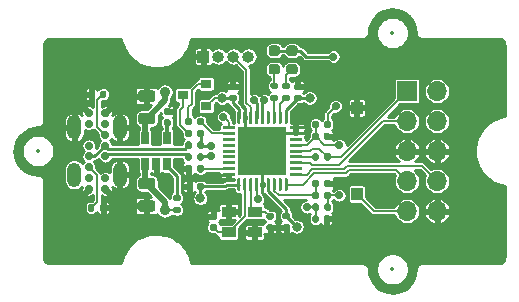
<source format=gbr>
%TF.GenerationSoftware,KiCad,Pcbnew,(5.1.12-1-10_14)*%
%TF.CreationDate,2022-09-08T10:49:59+08:00*%
%TF.ProjectId,0102-TILEDAP,30313032-2d54-4494-9c45-4441502e6b69,V1.1*%
%TF.SameCoordinates,Original*%
%TF.FileFunction,Copper,L1,Top*%
%TF.FilePolarity,Positive*%
%FSLAX46Y46*%
G04 Gerber Fmt 4.6, Leading zero omitted, Abs format (unit mm)*
G04 Created by KiCad (PCBNEW (5.1.12-1-10_14)) date 2022-09-08 10:49:59*
%MOMM*%
%LPD*%
G01*
G04 APERTURE LIST*
%TA.AperFunction,SMDPad,CuDef*%
%ADD10R,0.900000X0.800000*%
%TD*%
%TA.AperFunction,SMDPad,CuDef*%
%ADD11R,1.000000X1.100000*%
%TD*%
%TA.AperFunction,SMDPad,CuDef*%
%ADD12R,1.200000X0.900000*%
%TD*%
%TA.AperFunction,SMDPad,CuDef*%
%ADD13R,4.100000X4.100000*%
%TD*%
%TA.AperFunction,SMDPad,CuDef*%
%ADD14R,0.650000X1.060000*%
%TD*%
%TA.AperFunction,ComponentPad*%
%ADD15O,1.700000X1.700000*%
%TD*%
%TA.AperFunction,ComponentPad*%
%ADD16R,1.700000X1.700000*%
%TD*%
%TA.AperFunction,ComponentPad*%
%ADD17O,1.000000X1.000000*%
%TD*%
%TA.AperFunction,ComponentPad*%
%ADD18R,1.000000X1.000000*%
%TD*%
%TA.AperFunction,ComponentPad*%
%ADD19C,0.700000*%
%TD*%
%TA.AperFunction,ComponentPad*%
%ADD20O,1.200000X2.100000*%
%TD*%
%TA.AperFunction,ViaPad*%
%ADD21C,0.900000*%
%TD*%
%TA.AperFunction,ViaPad*%
%ADD22C,0.500000*%
%TD*%
%TA.AperFunction,ViaPad*%
%ADD23C,0.700000*%
%TD*%
%TA.AperFunction,ViaPad*%
%ADD24C,0.800000*%
%TD*%
%TA.AperFunction,Conductor*%
%ADD25C,0.500000*%
%TD*%
%TA.AperFunction,Conductor*%
%ADD26C,0.200000*%
%TD*%
%TA.AperFunction,Conductor*%
%ADD27C,0.250000*%
%TD*%
%TA.AperFunction,Conductor*%
%ADD28C,0.350000*%
%TD*%
%TA.AperFunction,Conductor*%
%ADD29C,0.280000*%
%TD*%
%TA.AperFunction,Conductor*%
%ADD30C,0.254000*%
%TD*%
%ADD31C,0.350000*%
%ADD32C,0.300000*%
%ADD33O,0.600000X1.500000*%
G04 APERTURE END LIST*
%TO.P,R14,2*%
%TO.N,Net-(Q1-Pad2)*%
%TA.AperFunction,SMDPad,CuDef*%
G36*
G01*
X15310000Y14985000D02*
X15310000Y14615000D01*
G75*
G02*
X15175000Y14480000I-135000J0D01*
G01*
X14905000Y14480000D01*
G75*
G02*
X14770000Y14615000I0J135000D01*
G01*
X14770000Y14985000D01*
G75*
G02*
X14905000Y15120000I135000J0D01*
G01*
X15175000Y15120000D01*
G75*
G02*
X15310000Y14985000I0J-135000D01*
G01*
G37*
%TD.AperFunction*%
%TO.P,R14,1*%
%TO.N,/USB_ENUM*%
%TA.AperFunction,SMDPad,CuDef*%
G36*
G01*
X16330000Y14985000D02*
X16330000Y14615000D01*
G75*
G02*
X16195000Y14480000I-135000J0D01*
G01*
X15925000Y14480000D01*
G75*
G02*
X15790000Y14615000I0J135000D01*
G01*
X15790000Y14985000D01*
G75*
G02*
X15925000Y15120000I135000J0D01*
G01*
X16195000Y15120000D01*
G75*
G02*
X16330000Y14985000I0J-135000D01*
G01*
G37*
%TD.AperFunction*%
%TD*%
D10*
%TO.P,Q1,3*%
%TO.N,Net-(Q1-Pad3)*%
X14550000Y17050000D03*
%TO.P,Q1,2*%
%TO.N,Net-(Q1-Pad2)*%
X16550000Y18000000D03*
%TO.P,Q1,1*%
%TO.N,+3V3*%
X16550000Y16100000D03*
%TD*%
%TO.P,C5,2*%
%TO.N,+3V3*%
%TA.AperFunction,SMDPad,CuDef*%
G36*
G01*
X24130000Y17080000D02*
X24470000Y17080000D01*
G75*
G02*
X24610000Y16940000I0J-140000D01*
G01*
X24610000Y16660000D01*
G75*
G02*
X24470000Y16520000I-140000J0D01*
G01*
X24130000Y16520000D01*
G75*
G02*
X23990000Y16660000I0J140000D01*
G01*
X23990000Y16940000D01*
G75*
G02*
X24130000Y17080000I140000J0D01*
G01*
G37*
%TD.AperFunction*%
%TO.P,C5,1*%
%TO.N,GND*%
%TA.AperFunction,SMDPad,CuDef*%
G36*
G01*
X24130000Y18040000D02*
X24470000Y18040000D01*
G75*
G02*
X24610000Y17900000I0J-140000D01*
G01*
X24610000Y17620000D01*
G75*
G02*
X24470000Y17480000I-140000J0D01*
G01*
X24130000Y17480000D01*
G75*
G02*
X23990000Y17620000I0J140000D01*
G01*
X23990000Y17900000D01*
G75*
G02*
X24130000Y18040000I140000J0D01*
G01*
G37*
%TD.AperFunction*%
%TD*%
%TO.P,R10,2*%
%TO.N,/TGT_USB_D+*%
%TA.AperFunction,SMDPad,CuDef*%
G36*
G01*
X15790000Y13615000D02*
X15790000Y13985000D01*
G75*
G02*
X15925000Y14120000I135000J0D01*
G01*
X16195000Y14120000D01*
G75*
G02*
X16330000Y13985000I0J-135000D01*
G01*
X16330000Y13615000D01*
G75*
G02*
X16195000Y13480000I-135000J0D01*
G01*
X15925000Y13480000D01*
G75*
G02*
X15790000Y13615000I0J135000D01*
G01*
G37*
%TD.AperFunction*%
%TO.P,R10,1*%
%TO.N,Net-(Q1-Pad3)*%
%TA.AperFunction,SMDPad,CuDef*%
G36*
G01*
X14770000Y13615000D02*
X14770000Y13985000D01*
G75*
G02*
X14905000Y14120000I135000J0D01*
G01*
X15175000Y14120000D01*
G75*
G02*
X15310000Y13985000I0J-135000D01*
G01*
X15310000Y13615000D01*
G75*
G02*
X15175000Y13480000I-135000J0D01*
G01*
X14905000Y13480000D01*
G75*
G02*
X14770000Y13615000I0J135000D01*
G01*
G37*
%TD.AperFunction*%
%TD*%
D11*
%TO.P,SW1,2*%
%TO.N,/TGT_NRESET*%
X29300000Y8650000D03*
%TO.P,SW1,1*%
%TO.N,GND*%
X29300000Y15950000D03*
%TD*%
D12*
%TO.P,Y1,4*%
%TO.N,GND*%
X18450000Y7180000D03*
%TO.P,Y1,2*%
X20650000Y5420000D03*
%TO.P,Y1,3*%
%TO.N,Net-(C8-Pad2)*%
X20650000Y7180000D03*
%TO.P,Y1,1*%
%TO.N,Net-(C11-Pad2)*%
X18450000Y5420000D03*
%TD*%
D13*
%TO.P,U2,37*%
%TO.N,GND*%
X21300000Y12300000D03*
%TO.P,U2,36*%
%TA.AperFunction,SMDPad,CuDef*%
G36*
G01*
X18937500Y10175000D02*
X17987500Y10175000D01*
G75*
G02*
X17925000Y10237500I0J62500D01*
G01*
X17925000Y10362500D01*
G75*
G02*
X17987500Y10425000I62500J0D01*
G01*
X18937500Y10425000D01*
G75*
G02*
X19000000Y10362500I0J-62500D01*
G01*
X19000000Y10237500D01*
G75*
G02*
X18937500Y10175000I-62500J0D01*
G01*
G37*
%TD.AperFunction*%
%TO.P,U2,35*%
%TO.N,Net-(R8-Pad1)*%
%TA.AperFunction,SMDPad,CuDef*%
G36*
G01*
X18937500Y10675000D02*
X17987500Y10675000D01*
G75*
G02*
X17925000Y10737500I0J62500D01*
G01*
X17925000Y10862500D01*
G75*
G02*
X17987500Y10925000I62500J0D01*
G01*
X18937500Y10925000D01*
G75*
G02*
X19000000Y10862500I0J-62500D01*
G01*
X19000000Y10737500D01*
G75*
G02*
X18937500Y10675000I-62500J0D01*
G01*
G37*
%TD.AperFunction*%
%TO.P,U2,34*%
%TO.N,N/C*%
%TA.AperFunction,SMDPad,CuDef*%
G36*
G01*
X18937500Y11175000D02*
X17987500Y11175000D01*
G75*
G02*
X17925000Y11237500I0J62500D01*
G01*
X17925000Y11362500D01*
G75*
G02*
X17987500Y11425000I62500J0D01*
G01*
X18937500Y11425000D01*
G75*
G02*
X19000000Y11362500I0J-62500D01*
G01*
X19000000Y11237500D01*
G75*
G02*
X18937500Y11175000I-62500J0D01*
G01*
G37*
%TD.AperFunction*%
%TO.P,U2,33*%
%TA.AperFunction,SMDPad,CuDef*%
G36*
G01*
X18937500Y11675000D02*
X17987500Y11675000D01*
G75*
G02*
X17925000Y11737500I0J62500D01*
G01*
X17925000Y11862500D01*
G75*
G02*
X17987500Y11925000I62500J0D01*
G01*
X18937500Y11925000D01*
G75*
G02*
X19000000Y11862500I0J-62500D01*
G01*
X19000000Y11737500D01*
G75*
G02*
X18937500Y11675000I-62500J0D01*
G01*
G37*
%TD.AperFunction*%
%TO.P,U2,32*%
%TA.AperFunction,SMDPad,CuDef*%
G36*
G01*
X18937500Y12175000D02*
X17987500Y12175000D01*
G75*
G02*
X17925000Y12237500I0J62500D01*
G01*
X17925000Y12362500D01*
G75*
G02*
X17987500Y12425000I62500J0D01*
G01*
X18937500Y12425000D01*
G75*
G02*
X19000000Y12362500I0J-62500D01*
G01*
X19000000Y12237500D01*
G75*
G02*
X18937500Y12175000I-62500J0D01*
G01*
G37*
%TD.AperFunction*%
%TO.P,U2,31*%
%TA.AperFunction,SMDPad,CuDef*%
G36*
G01*
X18937500Y12675000D02*
X17987500Y12675000D01*
G75*
G02*
X17925000Y12737500I0J62500D01*
G01*
X17925000Y12862500D01*
G75*
G02*
X17987500Y12925000I62500J0D01*
G01*
X18937500Y12925000D01*
G75*
G02*
X19000000Y12862500I0J-62500D01*
G01*
X19000000Y12737500D01*
G75*
G02*
X18937500Y12675000I-62500J0D01*
G01*
G37*
%TD.AperFunction*%
%TO.P,U2,30*%
%TA.AperFunction,SMDPad,CuDef*%
G36*
G01*
X18937500Y13175000D02*
X17987500Y13175000D01*
G75*
G02*
X17925000Y13237500I0J62500D01*
G01*
X17925000Y13362500D01*
G75*
G02*
X17987500Y13425000I62500J0D01*
G01*
X18937500Y13425000D01*
G75*
G02*
X19000000Y13362500I0J-62500D01*
G01*
X19000000Y13237500D01*
G75*
G02*
X18937500Y13175000I-62500J0D01*
G01*
G37*
%TD.AperFunction*%
%TO.P,U2,29*%
%TO.N,/USB_ENUM*%
%TA.AperFunction,SMDPad,CuDef*%
G36*
G01*
X18937500Y13675000D02*
X17987500Y13675000D01*
G75*
G02*
X17925000Y13737500I0J62500D01*
G01*
X17925000Y13862500D01*
G75*
G02*
X17987500Y13925000I62500J0D01*
G01*
X18937500Y13925000D01*
G75*
G02*
X19000000Y13862500I0J-62500D01*
G01*
X19000000Y13737500D01*
G75*
G02*
X18937500Y13675000I-62500J0D01*
G01*
G37*
%TD.AperFunction*%
%TO.P,U2,28*%
%TO.N,/IF_SWCLK*%
%TA.AperFunction,SMDPad,CuDef*%
G36*
G01*
X18937500Y14175000D02*
X17987500Y14175000D01*
G75*
G02*
X17925000Y14237500I0J62500D01*
G01*
X17925000Y14362500D01*
G75*
G02*
X17987500Y14425000I62500J0D01*
G01*
X18937500Y14425000D01*
G75*
G02*
X19000000Y14362500I0J-62500D01*
G01*
X19000000Y14237500D01*
G75*
G02*
X18937500Y14175000I-62500J0D01*
G01*
G37*
%TD.AperFunction*%
%TO.P,U2,27*%
%TO.N,+3V3*%
%TA.AperFunction,SMDPad,CuDef*%
G36*
G01*
X19362500Y14600000D02*
X19237500Y14600000D01*
G75*
G02*
X19175000Y14662500I0J62500D01*
G01*
X19175000Y15612500D01*
G75*
G02*
X19237500Y15675000I62500J0D01*
G01*
X19362500Y15675000D01*
G75*
G02*
X19425000Y15612500I0J-62500D01*
G01*
X19425000Y14662500D01*
G75*
G02*
X19362500Y14600000I-62500J0D01*
G01*
G37*
%TD.AperFunction*%
%TO.P,U2,26*%
%TO.N,GND*%
%TA.AperFunction,SMDPad,CuDef*%
G36*
G01*
X19862500Y14600000D02*
X19737500Y14600000D01*
G75*
G02*
X19675000Y14662500I0J62500D01*
G01*
X19675000Y15612500D01*
G75*
G02*
X19737500Y15675000I62500J0D01*
G01*
X19862500Y15675000D01*
G75*
G02*
X19925000Y15612500I0J-62500D01*
G01*
X19925000Y14662500D01*
G75*
G02*
X19862500Y14600000I-62500J0D01*
G01*
G37*
%TD.AperFunction*%
%TO.P,U2,25*%
%TO.N,/IF_SWDIO*%
%TA.AperFunction,SMDPad,CuDef*%
G36*
G01*
X20362500Y14600000D02*
X20237500Y14600000D01*
G75*
G02*
X20175000Y14662500I0J62500D01*
G01*
X20175000Y15612500D01*
G75*
G02*
X20237500Y15675000I62500J0D01*
G01*
X20362500Y15675000D01*
G75*
G02*
X20425000Y15612500I0J-62500D01*
G01*
X20425000Y14662500D01*
G75*
G02*
X20362500Y14600000I-62500J0D01*
G01*
G37*
%TD.AperFunction*%
%TO.P,U2,24*%
%TO.N,/TGT_USB_D+*%
%TA.AperFunction,SMDPad,CuDef*%
G36*
G01*
X20862500Y14600000D02*
X20737500Y14600000D01*
G75*
G02*
X20675000Y14662500I0J62500D01*
G01*
X20675000Y15612500D01*
G75*
G02*
X20737500Y15675000I62500J0D01*
G01*
X20862500Y15675000D01*
G75*
G02*
X20925000Y15612500I0J-62500D01*
G01*
X20925000Y14662500D01*
G75*
G02*
X20862500Y14600000I-62500J0D01*
G01*
G37*
%TD.AperFunction*%
%TO.P,U2,23*%
%TO.N,/TGT_USB_D-*%
%TA.AperFunction,SMDPad,CuDef*%
G36*
G01*
X21362500Y14600000D02*
X21237500Y14600000D01*
G75*
G02*
X21175000Y14662500I0J62500D01*
G01*
X21175000Y15612500D01*
G75*
G02*
X21237500Y15675000I62500J0D01*
G01*
X21362500Y15675000D01*
G75*
G02*
X21425000Y15612500I0J-62500D01*
G01*
X21425000Y14662500D01*
G75*
G02*
X21362500Y14600000I-62500J0D01*
G01*
G37*
%TD.AperFunction*%
%TO.P,U2,22*%
%TO.N,N/C*%
%TA.AperFunction,SMDPad,CuDef*%
G36*
G01*
X21862500Y14600000D02*
X21737500Y14600000D01*
G75*
G02*
X21675000Y14662500I0J62500D01*
G01*
X21675000Y15612500D01*
G75*
G02*
X21737500Y15675000I62500J0D01*
G01*
X21862500Y15675000D01*
G75*
G02*
X21925000Y15612500I0J-62500D01*
G01*
X21925000Y14662500D01*
G75*
G02*
X21862500Y14600000I-62500J0D01*
G01*
G37*
%TD.AperFunction*%
%TO.P,U2,21*%
%TO.N,/LED_RUN_RED*%
%TA.AperFunction,SMDPad,CuDef*%
G36*
G01*
X22362500Y14600000D02*
X22237500Y14600000D01*
G75*
G02*
X22175000Y14662500I0J62500D01*
G01*
X22175000Y15612500D01*
G75*
G02*
X22237500Y15675000I62500J0D01*
G01*
X22362500Y15675000D01*
G75*
G02*
X22425000Y15612500I0J-62500D01*
G01*
X22425000Y14662500D01*
G75*
G02*
X22362500Y14600000I-62500J0D01*
G01*
G37*
%TD.AperFunction*%
%TO.P,U2,20*%
%TO.N,/LED_CON_BLUE*%
%TA.AperFunction,SMDPad,CuDef*%
G36*
G01*
X22862500Y14600000D02*
X22737500Y14600000D01*
G75*
G02*
X22675000Y14662500I0J62500D01*
G01*
X22675000Y15612500D01*
G75*
G02*
X22737500Y15675000I62500J0D01*
G01*
X22862500Y15675000D01*
G75*
G02*
X22925000Y15612500I0J-62500D01*
G01*
X22925000Y14662500D01*
G75*
G02*
X22862500Y14600000I-62500J0D01*
G01*
G37*
%TD.AperFunction*%
%TO.P,U2,19*%
%TO.N,+3V3*%
%TA.AperFunction,SMDPad,CuDef*%
G36*
G01*
X23362500Y14600000D02*
X23237500Y14600000D01*
G75*
G02*
X23175000Y14662500I0J62500D01*
G01*
X23175000Y15612500D01*
G75*
G02*
X23237500Y15675000I62500J0D01*
G01*
X23362500Y15675000D01*
G75*
G02*
X23425000Y15612500I0J-62500D01*
G01*
X23425000Y14662500D01*
G75*
G02*
X23362500Y14600000I-62500J0D01*
G01*
G37*
%TD.AperFunction*%
%TO.P,U2,18*%
%TO.N,GND*%
%TA.AperFunction,SMDPad,CuDef*%
G36*
G01*
X24612500Y14175000D02*
X23662500Y14175000D01*
G75*
G02*
X23600000Y14237500I0J62500D01*
G01*
X23600000Y14362500D01*
G75*
G02*
X23662500Y14425000I62500J0D01*
G01*
X24612500Y14425000D01*
G75*
G02*
X24675000Y14362500I0J-62500D01*
G01*
X24675000Y14237500D01*
G75*
G02*
X24612500Y14175000I-62500J0D01*
G01*
G37*
%TD.AperFunction*%
%TO.P,U2,17*%
%TA.AperFunction,SMDPad,CuDef*%
G36*
G01*
X24612500Y13675000D02*
X23662500Y13675000D01*
G75*
G02*
X23600000Y13737500I0J62500D01*
G01*
X23600000Y13862500D01*
G75*
G02*
X23662500Y13925000I62500J0D01*
G01*
X24612500Y13925000D01*
G75*
G02*
X24675000Y13862500I0J-62500D01*
G01*
X24675000Y13737500D01*
G75*
G02*
X24612500Y13675000I-62500J0D01*
G01*
G37*
%TD.AperFunction*%
%TO.P,U2,16*%
%TO.N,N/C*%
%TA.AperFunction,SMDPad,CuDef*%
G36*
G01*
X24612500Y13175000D02*
X23662500Y13175000D01*
G75*
G02*
X23600000Y13237500I0J62500D01*
G01*
X23600000Y13362500D01*
G75*
G02*
X23662500Y13425000I62500J0D01*
G01*
X24612500Y13425000D01*
G75*
G02*
X24675000Y13362500I0J-62500D01*
G01*
X24675000Y13237500D01*
G75*
G02*
X24612500Y13175000I-62500J0D01*
G01*
G37*
%TD.AperFunction*%
%TO.P,U2,15*%
%TO.N,/TGT_NRESET*%
%TA.AperFunction,SMDPad,CuDef*%
G36*
G01*
X24612500Y12675000D02*
X23662500Y12675000D01*
G75*
G02*
X23600000Y12737500I0J62500D01*
G01*
X23600000Y12862500D01*
G75*
G02*
X23662500Y12925000I62500J0D01*
G01*
X24612500Y12925000D01*
G75*
G02*
X24675000Y12862500I0J-62500D01*
G01*
X24675000Y12737500D01*
G75*
G02*
X24612500Y12675000I-62500J0D01*
G01*
G37*
%TD.AperFunction*%
%TO.P,U2,14*%
%TO.N,/TGT_SWDIO*%
%TA.AperFunction,SMDPad,CuDef*%
G36*
G01*
X24612500Y12175000D02*
X23662500Y12175000D01*
G75*
G02*
X23600000Y12237500I0J62500D01*
G01*
X23600000Y12362500D01*
G75*
G02*
X23662500Y12425000I62500J0D01*
G01*
X24612500Y12425000D01*
G75*
G02*
X24675000Y12362500I0J-62500D01*
G01*
X24675000Y12237500D01*
G75*
G02*
X24612500Y12175000I-62500J0D01*
G01*
G37*
%TD.AperFunction*%
%TO.P,U2,13*%
%TO.N,Net-(R9-Pad2)*%
%TA.AperFunction,SMDPad,CuDef*%
G36*
G01*
X24612500Y11675000D02*
X23662500Y11675000D01*
G75*
G02*
X23600000Y11737500I0J62500D01*
G01*
X23600000Y11862500D01*
G75*
G02*
X23662500Y11925000I62500J0D01*
G01*
X24612500Y11925000D01*
G75*
G02*
X24675000Y11862500I0J-62500D01*
G01*
X24675000Y11737500D01*
G75*
G02*
X24612500Y11675000I-62500J0D01*
G01*
G37*
%TD.AperFunction*%
%TO.P,U2,12*%
%TO.N,/TGT_SWCLK*%
%TA.AperFunction,SMDPad,CuDef*%
G36*
G01*
X24612500Y11175000D02*
X23662500Y11175000D01*
G75*
G02*
X23600000Y11237500I0J62500D01*
G01*
X23600000Y11362500D01*
G75*
G02*
X23662500Y11425000I62500J0D01*
G01*
X24612500Y11425000D01*
G75*
G02*
X24675000Y11362500I0J-62500D01*
G01*
X24675000Y11237500D01*
G75*
G02*
X24612500Y11175000I-62500J0D01*
G01*
G37*
%TD.AperFunction*%
%TO.P,U2,11*%
%TO.N,N/C*%
%TA.AperFunction,SMDPad,CuDef*%
G36*
G01*
X24612500Y10675000D02*
X23662500Y10675000D01*
G75*
G02*
X23600000Y10737500I0J62500D01*
G01*
X23600000Y10862500D01*
G75*
G02*
X23662500Y10925000I62500J0D01*
G01*
X24612500Y10925000D01*
G75*
G02*
X24675000Y10862500I0J-62500D01*
G01*
X24675000Y10737500D01*
G75*
G02*
X24612500Y10675000I-62500J0D01*
G01*
G37*
%TD.AperFunction*%
%TO.P,U2,10*%
%TO.N,/TGT_RX*%
%TA.AperFunction,SMDPad,CuDef*%
G36*
G01*
X24612500Y10175000D02*
X23662500Y10175000D01*
G75*
G02*
X23600000Y10237500I0J62500D01*
G01*
X23600000Y10362500D01*
G75*
G02*
X23662500Y10425000I62500J0D01*
G01*
X24612500Y10425000D01*
G75*
G02*
X24675000Y10362500I0J-62500D01*
G01*
X24675000Y10237500D01*
G75*
G02*
X24612500Y10175000I-62500J0D01*
G01*
G37*
%TD.AperFunction*%
%TO.P,U2,9*%
%TO.N,/TGT_TX*%
%TA.AperFunction,SMDPad,CuDef*%
G36*
G01*
X23362500Y8925000D02*
X23237500Y8925000D01*
G75*
G02*
X23175000Y8987500I0J62500D01*
G01*
X23175000Y9937500D01*
G75*
G02*
X23237500Y10000000I62500J0D01*
G01*
X23362500Y10000000D01*
G75*
G02*
X23425000Y9937500I0J-62500D01*
G01*
X23425000Y8987500D01*
G75*
G02*
X23362500Y8925000I-62500J0D01*
G01*
G37*
%TD.AperFunction*%
%TO.P,U2,8*%
%TO.N,N/C*%
%TA.AperFunction,SMDPad,CuDef*%
G36*
G01*
X22862500Y8925000D02*
X22737500Y8925000D01*
G75*
G02*
X22675000Y8987500I0J62500D01*
G01*
X22675000Y9937500D01*
G75*
G02*
X22737500Y10000000I62500J0D01*
G01*
X22862500Y10000000D01*
G75*
G02*
X22925000Y9937500I0J-62500D01*
G01*
X22925000Y8987500D01*
G75*
G02*
X22862500Y8925000I-62500J0D01*
G01*
G37*
%TD.AperFunction*%
%TO.P,U2,7*%
%TO.N,Net-(R6-Pad2)*%
%TA.AperFunction,SMDPad,CuDef*%
G36*
G01*
X22362500Y8925000D02*
X22237500Y8925000D01*
G75*
G02*
X22175000Y8987500I0J62500D01*
G01*
X22175000Y9937500D01*
G75*
G02*
X22237500Y10000000I62500J0D01*
G01*
X22362500Y10000000D01*
G75*
G02*
X22425000Y9937500I0J-62500D01*
G01*
X22425000Y8987500D01*
G75*
G02*
X22362500Y8925000I-62500J0D01*
G01*
G37*
%TD.AperFunction*%
%TO.P,U2,6*%
%TO.N,+3V3*%
%TA.AperFunction,SMDPad,CuDef*%
G36*
G01*
X21862500Y8925000D02*
X21737500Y8925000D01*
G75*
G02*
X21675000Y8987500I0J62500D01*
G01*
X21675000Y9937500D01*
G75*
G02*
X21737500Y10000000I62500J0D01*
G01*
X21862500Y10000000D01*
G75*
G02*
X21925000Y9937500I0J-62500D01*
G01*
X21925000Y8987500D01*
G75*
G02*
X21862500Y8925000I-62500J0D01*
G01*
G37*
%TD.AperFunction*%
%TO.P,U2,5*%
%TO.N,GND*%
%TA.AperFunction,SMDPad,CuDef*%
G36*
G01*
X21362500Y8925000D02*
X21237500Y8925000D01*
G75*
G02*
X21175000Y8987500I0J62500D01*
G01*
X21175000Y9937500D01*
G75*
G02*
X21237500Y10000000I62500J0D01*
G01*
X21362500Y10000000D01*
G75*
G02*
X21425000Y9937500I0J-62500D01*
G01*
X21425000Y8987500D01*
G75*
G02*
X21362500Y8925000I-62500J0D01*
G01*
G37*
%TD.AperFunction*%
%TO.P,U2,4*%
%TO.N,/IF_NRESET*%
%TA.AperFunction,SMDPad,CuDef*%
G36*
G01*
X20862500Y8925000D02*
X20737500Y8925000D01*
G75*
G02*
X20675000Y8987500I0J62500D01*
G01*
X20675000Y9937500D01*
G75*
G02*
X20737500Y10000000I62500J0D01*
G01*
X20862500Y10000000D01*
G75*
G02*
X20925000Y9937500I0J-62500D01*
G01*
X20925000Y8987500D01*
G75*
G02*
X20862500Y8925000I-62500J0D01*
G01*
G37*
%TD.AperFunction*%
%TO.P,U2,3*%
%TO.N,Net-(C8-Pad2)*%
%TA.AperFunction,SMDPad,CuDef*%
G36*
G01*
X20362500Y8925000D02*
X20237500Y8925000D01*
G75*
G02*
X20175000Y8987500I0J62500D01*
G01*
X20175000Y9937500D01*
G75*
G02*
X20237500Y10000000I62500J0D01*
G01*
X20362500Y10000000D01*
G75*
G02*
X20425000Y9937500I0J-62500D01*
G01*
X20425000Y8987500D01*
G75*
G02*
X20362500Y8925000I-62500J0D01*
G01*
G37*
%TD.AperFunction*%
%TO.P,U2,2*%
%TO.N,Net-(C11-Pad2)*%
%TA.AperFunction,SMDPad,CuDef*%
G36*
G01*
X19862500Y8925000D02*
X19737500Y8925000D01*
G75*
G02*
X19675000Y8987500I0J62500D01*
G01*
X19675000Y9937500D01*
G75*
G02*
X19737500Y10000000I62500J0D01*
G01*
X19862500Y10000000D01*
G75*
G02*
X19925000Y9937500I0J-62500D01*
G01*
X19925000Y8987500D01*
G75*
G02*
X19862500Y8925000I-62500J0D01*
G01*
G37*
%TD.AperFunction*%
%TO.P,U2,1*%
%TO.N,+3V3*%
%TA.AperFunction,SMDPad,CuDef*%
G36*
G01*
X19362500Y8925000D02*
X19237500Y8925000D01*
G75*
G02*
X19175000Y8987500I0J62500D01*
G01*
X19175000Y9937500D01*
G75*
G02*
X19237500Y10000000I62500J0D01*
G01*
X19362500Y10000000D01*
G75*
G02*
X19425000Y9937500I0J-62500D01*
G01*
X19425000Y8987500D01*
G75*
G02*
X19362500Y8925000I-62500J0D01*
G01*
G37*
%TD.AperFunction*%
%TD*%
%TO.P,R9,2*%
%TO.N,Net-(R9-Pad2)*%
%TA.AperFunction,SMDPad,CuDef*%
G36*
G01*
X26069999Y11985000D02*
X26069999Y11615000D01*
G75*
G02*
X25934999Y11480000I-135000J0D01*
G01*
X25664999Y11480000D01*
G75*
G02*
X25529999Y11615000I0J135000D01*
G01*
X25529999Y11985000D01*
G75*
G02*
X25664999Y12120000I135000J0D01*
G01*
X25934999Y12120000D01*
G75*
G02*
X26069999Y11985000I0J-135000D01*
G01*
G37*
%TD.AperFunction*%
%TO.P,R9,1*%
%TO.N,/TGT_SWDIO*%
%TA.AperFunction,SMDPad,CuDef*%
G36*
G01*
X27089999Y11985000D02*
X27089999Y11615000D01*
G75*
G02*
X26954999Y11480000I-135000J0D01*
G01*
X26684999Y11480000D01*
G75*
G02*
X26549999Y11615000I0J135000D01*
G01*
X26549999Y11985000D01*
G75*
G02*
X26684999Y12120000I135000J0D01*
G01*
X26954999Y12120000D01*
G75*
G02*
X27089999Y11985000I0J-135000D01*
G01*
G37*
%TD.AperFunction*%
%TD*%
%TO.P,R8,2*%
%TO.N,GND*%
%TA.AperFunction,SMDPad,CuDef*%
G36*
G01*
X15310000Y10985000D02*
X15310000Y10615000D01*
G75*
G02*
X15175000Y10480000I-135000J0D01*
G01*
X14905000Y10480000D01*
G75*
G02*
X14770000Y10615000I0J135000D01*
G01*
X14770000Y10985000D01*
G75*
G02*
X14905000Y11120000I135000J0D01*
G01*
X15175000Y11120000D01*
G75*
G02*
X15310000Y10985000I0J-135000D01*
G01*
G37*
%TD.AperFunction*%
%TO.P,R8,1*%
%TO.N,Net-(R8-Pad1)*%
%TA.AperFunction,SMDPad,CuDef*%
G36*
G01*
X16330000Y10985000D02*
X16330000Y10615000D01*
G75*
G02*
X16195000Y10480000I-135000J0D01*
G01*
X15925000Y10480000D01*
G75*
G02*
X15790000Y10615000I0J135000D01*
G01*
X15790000Y10985000D01*
G75*
G02*
X15925000Y11120000I135000J0D01*
G01*
X16195000Y11120000D01*
G75*
G02*
X16330000Y10985000I0J-135000D01*
G01*
G37*
%TD.AperFunction*%
%TD*%
%TO.P,R7,2*%
%TO.N,Net-(R6-Pad2)*%
%TA.AperFunction,SMDPad,CuDef*%
G36*
G01*
X26069999Y9735000D02*
X26069999Y9365000D01*
G75*
G02*
X25934999Y9230000I-135000J0D01*
G01*
X25664999Y9230000D01*
G75*
G02*
X25529999Y9365000I0J135000D01*
G01*
X25529999Y9735000D01*
G75*
G02*
X25664999Y9870000I135000J0D01*
G01*
X25934999Y9870000D01*
G75*
G02*
X26069999Y9735000I0J-135000D01*
G01*
G37*
%TD.AperFunction*%
%TO.P,R7,1*%
%TO.N,GND*%
%TA.AperFunction,SMDPad,CuDef*%
G36*
G01*
X27089999Y9735000D02*
X27089999Y9365000D01*
G75*
G02*
X26954999Y9230000I-135000J0D01*
G01*
X26684999Y9230000D01*
G75*
G02*
X26549999Y9365000I0J135000D01*
G01*
X26549999Y9735000D01*
G75*
G02*
X26684999Y9870000I135000J0D01*
G01*
X26954999Y9870000D01*
G75*
G02*
X27089999Y9735000I0J-135000D01*
G01*
G37*
%TD.AperFunction*%
%TD*%
%TO.P,R6,2*%
%TO.N,Net-(R6-Pad2)*%
%TA.AperFunction,SMDPad,CuDef*%
G36*
G01*
X26070000Y8735000D02*
X26070000Y8365000D01*
G75*
G02*
X25935000Y8230000I-135000J0D01*
G01*
X25665000Y8230000D01*
G75*
G02*
X25530000Y8365000I0J135000D01*
G01*
X25530000Y8735000D01*
G75*
G02*
X25665000Y8870000I135000J0D01*
G01*
X25935000Y8870000D01*
G75*
G02*
X26070000Y8735000I0J-135000D01*
G01*
G37*
%TD.AperFunction*%
%TO.P,R6,1*%
%TO.N,+3V3*%
%TA.AperFunction,SMDPad,CuDef*%
G36*
G01*
X27090000Y8735000D02*
X27090000Y8365000D01*
G75*
G02*
X26955000Y8230000I-135000J0D01*
G01*
X26685000Y8230000D01*
G75*
G02*
X26550000Y8365000I0J135000D01*
G01*
X26550000Y8735000D01*
G75*
G02*
X26685000Y8870000I135000J0D01*
G01*
X26955000Y8870000D01*
G75*
G02*
X27090000Y8735000I0J-135000D01*
G01*
G37*
%TD.AperFunction*%
%TD*%
%TO.P,C11,2*%
%TO.N,Net-(C11-Pad2)*%
%TA.AperFunction,SMDPad,CuDef*%
G36*
G01*
X16980000Y6100000D02*
X17320000Y6100000D01*
G75*
G02*
X17460000Y5960000I0J-140000D01*
G01*
X17460000Y5680000D01*
G75*
G02*
X17320000Y5540000I-140000J0D01*
G01*
X16980000Y5540000D01*
G75*
G02*
X16840000Y5680000I0J140000D01*
G01*
X16840000Y5960000D01*
G75*
G02*
X16980000Y6100000I140000J0D01*
G01*
G37*
%TD.AperFunction*%
%TO.P,C11,1*%
%TO.N,GND*%
%TA.AperFunction,SMDPad,CuDef*%
G36*
G01*
X16980000Y7060000D02*
X17320000Y7060000D01*
G75*
G02*
X17460000Y6920000I0J-140000D01*
G01*
X17460000Y6640000D01*
G75*
G02*
X17320000Y6500000I-140000J0D01*
G01*
X16980000Y6500000D01*
G75*
G02*
X16840000Y6640000I0J140000D01*
G01*
X16840000Y6920000D01*
G75*
G02*
X16980000Y7060000I140000J0D01*
G01*
G37*
%TD.AperFunction*%
%TD*%
%TO.P,C8,2*%
%TO.N,Net-(C8-Pad2)*%
%TA.AperFunction,SMDPad,CuDef*%
G36*
G01*
X22120000Y6500000D02*
X21780000Y6500000D01*
G75*
G02*
X21640000Y6640000I0J140000D01*
G01*
X21640000Y6920000D01*
G75*
G02*
X21780000Y7060000I140000J0D01*
G01*
X22120000Y7060000D01*
G75*
G02*
X22260000Y6920000I0J-140000D01*
G01*
X22260000Y6640000D01*
G75*
G02*
X22120000Y6500000I-140000J0D01*
G01*
G37*
%TD.AperFunction*%
%TO.P,C8,1*%
%TO.N,GND*%
%TA.AperFunction,SMDPad,CuDef*%
G36*
G01*
X22120000Y5540000D02*
X21780000Y5540000D01*
G75*
G02*
X21640000Y5680000I0J140000D01*
G01*
X21640000Y5960000D01*
G75*
G02*
X21780000Y6100000I140000J0D01*
G01*
X22120000Y6100000D01*
G75*
G02*
X22260000Y5960000I0J-140000D01*
G01*
X22260000Y5680000D01*
G75*
G02*
X22120000Y5540000I-140000J0D01*
G01*
G37*
%TD.AperFunction*%
%TD*%
D14*
%TO.P,U1,5*%
%TO.N,+3V3*%
X11350000Y13400000D03*
%TO.P,U1,4*%
%TO.N,Net-(C2-Pad2)*%
X13250000Y13400000D03*
%TO.P,U1,3*%
%TO.N,Net-(R2-Pad1)*%
X13250000Y11200000D03*
%TO.P,U1,2*%
%TO.N,GND*%
X12300000Y11200000D03*
%TO.P,U1,1*%
%TO.N,VBUS*%
X11350000Y11200000D03*
%TD*%
%TO.P,R15,2*%
%TO.N,Net-(D3-Pad1)*%
%TA.AperFunction,SMDPad,CuDef*%
G36*
G01*
X22485000Y17550000D02*
X22115000Y17550000D01*
G75*
G02*
X21980000Y17685000I0J135000D01*
G01*
X21980000Y17955000D01*
G75*
G02*
X22115000Y18090000I135000J0D01*
G01*
X22485000Y18090000D01*
G75*
G02*
X22620000Y17955000I0J-135000D01*
G01*
X22620000Y17685000D01*
G75*
G02*
X22485000Y17550000I-135000J0D01*
G01*
G37*
%TD.AperFunction*%
%TO.P,R15,1*%
%TO.N,/LED_RUN_RED*%
%TA.AperFunction,SMDPad,CuDef*%
G36*
G01*
X22485000Y16530000D02*
X22115000Y16530000D01*
G75*
G02*
X21980000Y16665000I0J135000D01*
G01*
X21980000Y16935000D01*
G75*
G02*
X22115000Y17070000I135000J0D01*
G01*
X22485000Y17070000D01*
G75*
G02*
X22620000Y16935000I0J-135000D01*
G01*
X22620000Y16665000D01*
G75*
G02*
X22485000Y16530000I-135000J0D01*
G01*
G37*
%TD.AperFunction*%
%TD*%
%TO.P,R13,2*%
%TO.N,+3V3*%
%TA.AperFunction,SMDPad,CuDef*%
G36*
G01*
X26550000Y7365000D02*
X26550000Y7735000D01*
G75*
G02*
X26685000Y7870000I135000J0D01*
G01*
X26955000Y7870000D01*
G75*
G02*
X27090000Y7735000I0J-135000D01*
G01*
X27090000Y7365000D01*
G75*
G02*
X26955000Y7230000I-135000J0D01*
G01*
X26685000Y7230000D01*
G75*
G02*
X26550000Y7365000I0J135000D01*
G01*
G37*
%TD.AperFunction*%
%TO.P,R13,1*%
%TO.N,/IF_NRESET*%
%TA.AperFunction,SMDPad,CuDef*%
G36*
G01*
X25530000Y7365000D02*
X25530000Y7735000D01*
G75*
G02*
X25665000Y7870000I135000J0D01*
G01*
X25935000Y7870000D01*
G75*
G02*
X26070000Y7735000I0J-135000D01*
G01*
X26070000Y7365000D01*
G75*
G02*
X25935000Y7230000I-135000J0D01*
G01*
X25665000Y7230000D01*
G75*
G02*
X25530000Y7365000I0J135000D01*
G01*
G37*
%TD.AperFunction*%
%TD*%
%TO.P,R12,2*%
%TO.N,+3V3*%
%TA.AperFunction,SMDPad,CuDef*%
G36*
G01*
X26550000Y14365000D02*
X26550000Y14735000D01*
G75*
G02*
X26685000Y14870000I135000J0D01*
G01*
X26955000Y14870000D01*
G75*
G02*
X27090000Y14735000I0J-135000D01*
G01*
X27090000Y14365000D01*
G75*
G02*
X26955000Y14230000I-135000J0D01*
G01*
X26685000Y14230000D01*
G75*
G02*
X26550000Y14365000I0J135000D01*
G01*
G37*
%TD.AperFunction*%
%TO.P,R12,1*%
%TO.N,/TGT_NRESET*%
%TA.AperFunction,SMDPad,CuDef*%
G36*
G01*
X25530000Y14365000D02*
X25530000Y14735000D01*
G75*
G02*
X25665000Y14870000I135000J0D01*
G01*
X25935000Y14870000D01*
G75*
G02*
X26070000Y14735000I0J-135000D01*
G01*
X26070000Y14365000D01*
G75*
G02*
X25935000Y14230000I-135000J0D01*
G01*
X25665000Y14230000D01*
G75*
G02*
X25530000Y14365000I0J135000D01*
G01*
G37*
%TD.AperFunction*%
%TD*%
%TO.P,R11,2*%
%TO.N,Net-(D1-Pad1)*%
%TA.AperFunction,SMDPad,CuDef*%
G36*
G01*
X23485000Y17550000D02*
X23115000Y17550000D01*
G75*
G02*
X22980000Y17685000I0J135000D01*
G01*
X22980000Y17955000D01*
G75*
G02*
X23115000Y18090000I135000J0D01*
G01*
X23485000Y18090000D01*
G75*
G02*
X23620000Y17955000I0J-135000D01*
G01*
X23620000Y17685000D01*
G75*
G02*
X23485000Y17550000I-135000J0D01*
G01*
G37*
%TD.AperFunction*%
%TO.P,R11,1*%
%TO.N,/LED_CON_BLUE*%
%TA.AperFunction,SMDPad,CuDef*%
G36*
G01*
X23485000Y16530000D02*
X23115000Y16530000D01*
G75*
G02*
X22980000Y16665000I0J135000D01*
G01*
X22980000Y16935000D01*
G75*
G02*
X23115000Y17070000I135000J0D01*
G01*
X23485000Y17070000D01*
G75*
G02*
X23620000Y16935000I0J-135000D01*
G01*
X23620000Y16665000D01*
G75*
G02*
X23485000Y16530000I-135000J0D01*
G01*
G37*
%TD.AperFunction*%
%TD*%
%TO.P,R5,2*%
%TO.N,/D+*%
%TA.AperFunction,SMDPad,CuDef*%
G36*
G01*
X15310000Y12985000D02*
X15310000Y12615000D01*
G75*
G02*
X15175000Y12480000I-135000J0D01*
G01*
X14905000Y12480000D01*
G75*
G02*
X14770000Y12615000I0J135000D01*
G01*
X14770000Y12985000D01*
G75*
G02*
X14905000Y13120000I135000J0D01*
G01*
X15175000Y13120000D01*
G75*
G02*
X15310000Y12985000I0J-135000D01*
G01*
G37*
%TD.AperFunction*%
%TO.P,R5,1*%
%TO.N,/TGT_USB_D+*%
%TA.AperFunction,SMDPad,CuDef*%
G36*
G01*
X16330000Y12985000D02*
X16330000Y12615000D01*
G75*
G02*
X16195000Y12480000I-135000J0D01*
G01*
X15925000Y12480000D01*
G75*
G02*
X15790000Y12615000I0J135000D01*
G01*
X15790000Y12985000D01*
G75*
G02*
X15925000Y13120000I135000J0D01*
G01*
X16195000Y13120000D01*
G75*
G02*
X16330000Y12985000I0J-135000D01*
G01*
G37*
%TD.AperFunction*%
%TD*%
%TO.P,R4,2*%
%TO.N,/D-*%
%TA.AperFunction,SMDPad,CuDef*%
G36*
G01*
X15310000Y11985000D02*
X15310000Y11615000D01*
G75*
G02*
X15175000Y11480000I-135000J0D01*
G01*
X14905000Y11480000D01*
G75*
G02*
X14770000Y11615000I0J135000D01*
G01*
X14770000Y11985000D01*
G75*
G02*
X14905000Y12120000I135000J0D01*
G01*
X15175000Y12120000D01*
G75*
G02*
X15310000Y11985000I0J-135000D01*
G01*
G37*
%TD.AperFunction*%
%TO.P,R4,1*%
%TO.N,/TGT_USB_D-*%
%TA.AperFunction,SMDPad,CuDef*%
G36*
G01*
X16330000Y11985000D02*
X16330000Y11615000D01*
G75*
G02*
X16195000Y11480000I-135000J0D01*
G01*
X15925000Y11480000D01*
G75*
G02*
X15790000Y11615000I0J135000D01*
G01*
X15790000Y11985000D01*
G75*
G02*
X15925000Y12120000I135000J0D01*
G01*
X16195000Y12120000D01*
G75*
G02*
X16330000Y11985000I0J-135000D01*
G01*
G37*
%TD.AperFunction*%
%TD*%
%TO.P,R3,2*%
%TO.N,Net-(J1-PadB5)*%
%TA.AperFunction,SMDPad,CuDef*%
G36*
G01*
X7060000Y7685000D02*
X7060000Y7315000D01*
G75*
G02*
X6925000Y7180000I-135000J0D01*
G01*
X6655000Y7180000D01*
G75*
G02*
X6520000Y7315000I0J135000D01*
G01*
X6520000Y7685000D01*
G75*
G02*
X6655000Y7820000I135000J0D01*
G01*
X6925000Y7820000D01*
G75*
G02*
X7060000Y7685000I0J-135000D01*
G01*
G37*
%TD.AperFunction*%
%TO.P,R3,1*%
%TO.N,GND*%
%TA.AperFunction,SMDPad,CuDef*%
G36*
G01*
X8080000Y7685000D02*
X8080000Y7315000D01*
G75*
G02*
X7945000Y7180000I-135000J0D01*
G01*
X7675000Y7180000D01*
G75*
G02*
X7540000Y7315000I0J135000D01*
G01*
X7540000Y7685000D01*
G75*
G02*
X7675000Y7820000I135000J0D01*
G01*
X7945000Y7820000D01*
G75*
G02*
X8080000Y7685000I0J-135000D01*
G01*
G37*
%TD.AperFunction*%
%TD*%
%TO.P,R2,1*%
%TO.N,Net-(R2-Pad1)*%
%TA.AperFunction,SMDPad,CuDef*%
G36*
G01*
X13865000Y8590000D02*
X14235000Y8590000D01*
G75*
G02*
X14370000Y8455000I0J-135000D01*
G01*
X14370000Y8185000D01*
G75*
G02*
X14235000Y8050000I-135000J0D01*
G01*
X13865000Y8050000D01*
G75*
G02*
X13730000Y8185000I0J135000D01*
G01*
X13730000Y8455000D01*
G75*
G02*
X13865000Y8590000I135000J0D01*
G01*
G37*
%TD.AperFunction*%
%TO.P,R2,2*%
%TO.N,VBUS*%
%TA.AperFunction,SMDPad,CuDef*%
G36*
G01*
X13865000Y7570000D02*
X14235000Y7570000D01*
G75*
G02*
X14370000Y7435000I0J-135000D01*
G01*
X14370000Y7165000D01*
G75*
G02*
X14235000Y7030000I-135000J0D01*
G01*
X13865000Y7030000D01*
G75*
G02*
X13730000Y7165000I0J135000D01*
G01*
X13730000Y7435000D01*
G75*
G02*
X13865000Y7570000I135000J0D01*
G01*
G37*
%TD.AperFunction*%
%TD*%
%TO.P,R1,2*%
%TO.N,Net-(J1-PadA5)*%
%TA.AperFunction,SMDPad,CuDef*%
G36*
G01*
X7540000Y16915000D02*
X7540000Y17285000D01*
G75*
G02*
X7675000Y17420000I135000J0D01*
G01*
X7945000Y17420000D01*
G75*
G02*
X8080000Y17285000I0J-135000D01*
G01*
X8080000Y16915000D01*
G75*
G02*
X7945000Y16780000I-135000J0D01*
G01*
X7675000Y16780000D01*
G75*
G02*
X7540000Y16915000I0J135000D01*
G01*
G37*
%TD.AperFunction*%
%TO.P,R1,1*%
%TO.N,GND*%
%TA.AperFunction,SMDPad,CuDef*%
G36*
G01*
X6520000Y16915000D02*
X6520000Y17285000D01*
G75*
G02*
X6655000Y17420000I135000J0D01*
G01*
X6925000Y17420000D01*
G75*
G02*
X7060000Y17285000I0J-135000D01*
G01*
X7060000Y16915000D01*
G75*
G02*
X6925000Y16780000I-135000J0D01*
G01*
X6655000Y16780000D01*
G75*
G02*
X6520000Y16915000I0J135000D01*
G01*
G37*
%TD.AperFunction*%
%TD*%
D15*
%TO.P,J3,10*%
%TO.N,GND*%
X36082000Y7220000D03*
%TO.P,J3,9*%
%TO.N,/TGT_NRESET*%
X33542000Y7220000D03*
%TO.P,J3,8*%
%TO.N,/TGT_RX*%
X36082000Y9760000D03*
%TO.P,J3,7*%
%TO.N,/TGT_TX*%
X33542000Y9760000D03*
%TO.P,J3,6*%
%TO.N,GND*%
X36082000Y12300000D03*
%TO.P,J3,5*%
X33542000Y12300000D03*
%TO.P,J3,4*%
%TO.N,+3V3*%
X36082000Y14840000D03*
%TO.P,J3,3*%
%TO.N,/TGT_SWCLK*%
X33542000Y14840000D03*
%TO.P,J3,2*%
%TO.N,VBUS*%
X36082000Y17380000D03*
D16*
%TO.P,J3,1*%
%TO.N,/TGT_SWDIO*%
X33542000Y17380000D03*
%TD*%
D17*
%TO.P,J2,4*%
%TO.N,VBUS*%
X20110000Y20300000D03*
%TO.P,J2,3*%
%TO.N,/IF_SWDIO*%
X18840000Y20300000D03*
%TO.P,J2,2*%
%TO.N,/IF_SWCLK*%
X17570000Y20300000D03*
D18*
%TO.P,J2,1*%
%TO.N,GND*%
X16300000Y20300000D03*
%TD*%
D19*
%TO.P,J1,B12*%
%TO.N,GND*%
X6600000Y15550000D03*
%TO.P,J1,B9*%
%TO.N,VBUS*%
X6600000Y14600000D03*
%TO.P,J1,B7*%
%TO.N,/D-*%
X6600000Y12750000D03*
%TO.P,J1,B6*%
%TO.N,/D+*%
X6600000Y11850000D03*
%TO.P,J1,B5*%
%TO.N,Net-(J1-PadB5)*%
X6600000Y10950000D03*
%TO.P,J1,B4*%
%TO.N,VBUS*%
X6600000Y10000000D03*
%TO.P,J1,B1*%
%TO.N,GND*%
X6600000Y9050000D03*
%TO.P,J1,A12*%
X8000000Y9050000D03*
%TO.P,J1,A9*%
%TO.N,VBUS*%
X8000000Y10000000D03*
%TO.P,J1,A7*%
%TO.N,/D-*%
X8000000Y11850000D03*
%TO.P,J1,A6*%
%TO.N,/D+*%
X8000000Y12750000D03*
%TO.P,J1,A5*%
%TO.N,Net-(J1-PadA5)*%
X8000000Y13650000D03*
%TO.P,J1,A4*%
%TO.N,VBUS*%
X8000000Y14600000D03*
%TO.P,J1,A1*%
%TO.N,GND*%
X8000000Y15550000D03*
D20*
%TO.P,J1,S4*%
%TO.N,N/C*%
X5370000Y10300000D03*
%TO.P,J1,S1*%
%TO.N,GND*%
X9230000Y10300000D03*
X5370000Y14300000D03*
X9230000Y14300000D03*
%TD*%
%TO.P,D3,2*%
%TO.N,+3V3*%
%TA.AperFunction,SMDPad,CuDef*%
G36*
G01*
X22556250Y20362499D02*
X22043750Y20362499D01*
G75*
G02*
X21825000Y20581249I0J218750D01*
G01*
X21825000Y21018749D01*
G75*
G02*
X22043750Y21237499I218750J0D01*
G01*
X22556250Y21237499D01*
G75*
G02*
X22775000Y21018749I0J-218750D01*
G01*
X22775000Y20581249D01*
G75*
G02*
X22556250Y20362499I-218750J0D01*
G01*
G37*
%TD.AperFunction*%
%TO.P,D3,1*%
%TO.N,Net-(D3-Pad1)*%
%TA.AperFunction,SMDPad,CuDef*%
G36*
G01*
X22556250Y18787499D02*
X22043750Y18787499D01*
G75*
G02*
X21825000Y19006249I0J218750D01*
G01*
X21825000Y19443749D01*
G75*
G02*
X22043750Y19662499I218750J0D01*
G01*
X22556250Y19662499D01*
G75*
G02*
X22775000Y19443749I0J-218750D01*
G01*
X22775000Y19006249D01*
G75*
G02*
X22556250Y18787499I-218750J0D01*
G01*
G37*
%TD.AperFunction*%
%TD*%
%TO.P,D1,2*%
%TO.N,+3V3*%
%TA.AperFunction,SMDPad,CuDef*%
G36*
G01*
X24056250Y20362500D02*
X23543750Y20362500D01*
G75*
G02*
X23325000Y20581250I0J218750D01*
G01*
X23325000Y21018750D01*
G75*
G02*
X23543750Y21237500I218750J0D01*
G01*
X24056250Y21237500D01*
G75*
G02*
X24275000Y21018750I0J-218750D01*
G01*
X24275000Y20581250D01*
G75*
G02*
X24056250Y20362500I-218750J0D01*
G01*
G37*
%TD.AperFunction*%
%TO.P,D1,1*%
%TO.N,Net-(D1-Pad1)*%
%TA.AperFunction,SMDPad,CuDef*%
G36*
G01*
X24056250Y18787500D02*
X23543750Y18787500D01*
G75*
G02*
X23325000Y19006250I0J218750D01*
G01*
X23325000Y19443750D01*
G75*
G02*
X23543750Y19662500I218750J0D01*
G01*
X24056250Y19662500D01*
G75*
G02*
X24275000Y19443750I0J-218750D01*
G01*
X24275000Y19006250D01*
G75*
G02*
X24056250Y18787500I-218750J0D01*
G01*
G37*
%TD.AperFunction*%
%TD*%
%TO.P,C13,2*%
%TO.N,/IF_NRESET*%
%TA.AperFunction,SMDPad,CuDef*%
G36*
G01*
X26080000Y6720000D02*
X26080000Y6380000D01*
G75*
G02*
X25940000Y6240000I-140000J0D01*
G01*
X25660000Y6240000D01*
G75*
G02*
X25520000Y6380000I0J140000D01*
G01*
X25520000Y6720000D01*
G75*
G02*
X25660000Y6860000I140000J0D01*
G01*
X25940000Y6860000D01*
G75*
G02*
X26080000Y6720000I0J-140000D01*
G01*
G37*
%TD.AperFunction*%
%TO.P,C13,1*%
%TO.N,GND*%
%TA.AperFunction,SMDPad,CuDef*%
G36*
G01*
X27040000Y6720000D02*
X27040000Y6380000D01*
G75*
G02*
X26900000Y6240000I-140000J0D01*
G01*
X26620000Y6240000D01*
G75*
G02*
X26480000Y6380000I0J140000D01*
G01*
X26480000Y6720000D01*
G75*
G02*
X26620000Y6860000I140000J0D01*
G01*
X26900000Y6860000D01*
G75*
G02*
X27040000Y6720000I0J-140000D01*
G01*
G37*
%TD.AperFunction*%
%TD*%
%TO.P,C12,2*%
%TO.N,/TGT_NRESET*%
%TA.AperFunction,SMDPad,CuDef*%
G36*
G01*
X26080000Y13720000D02*
X26080000Y13380000D01*
G75*
G02*
X25940000Y13240000I-140000J0D01*
G01*
X25660000Y13240000D01*
G75*
G02*
X25520000Y13380000I0J140000D01*
G01*
X25520000Y13720000D01*
G75*
G02*
X25660000Y13860000I140000J0D01*
G01*
X25940000Y13860000D01*
G75*
G02*
X26080000Y13720000I0J-140000D01*
G01*
G37*
%TD.AperFunction*%
%TO.P,C12,1*%
%TO.N,GND*%
%TA.AperFunction,SMDPad,CuDef*%
G36*
G01*
X27040000Y13720000D02*
X27040000Y13380000D01*
G75*
G02*
X26900000Y13240000I-140000J0D01*
G01*
X26620000Y13240000D01*
G75*
G02*
X26480000Y13380000I0J140000D01*
G01*
X26480000Y13720000D01*
G75*
G02*
X26620000Y13860000I140000J0D01*
G01*
X26900000Y13860000D01*
G75*
G02*
X27040000Y13720000I0J-140000D01*
G01*
G37*
%TD.AperFunction*%
%TD*%
%TO.P,C7,2*%
%TO.N,+3V3*%
%TA.AperFunction,SMDPad,CuDef*%
G36*
G01*
X18630000Y17080000D02*
X18970000Y17080000D01*
G75*
G02*
X19110000Y16940000I0J-140000D01*
G01*
X19110000Y16660000D01*
G75*
G02*
X18970000Y16520000I-140000J0D01*
G01*
X18630000Y16520000D01*
G75*
G02*
X18490000Y16660000I0J140000D01*
G01*
X18490000Y16940000D01*
G75*
G02*
X18630000Y17080000I140000J0D01*
G01*
G37*
%TD.AperFunction*%
%TO.P,C7,1*%
%TO.N,GND*%
%TA.AperFunction,SMDPad,CuDef*%
G36*
G01*
X18630000Y18040000D02*
X18970000Y18040000D01*
G75*
G02*
X19110000Y17900000I0J-140000D01*
G01*
X19110000Y17620000D01*
G75*
G02*
X18970000Y17480000I-140000J0D01*
G01*
X18630000Y17480000D01*
G75*
G02*
X18490000Y17620000I0J140000D01*
G01*
X18490000Y17900000D01*
G75*
G02*
X18630000Y18040000I140000J0D01*
G01*
G37*
%TD.AperFunction*%
%TD*%
%TO.P,C6,1*%
%TO.N,GND*%
%TA.AperFunction,SMDPad,CuDef*%
G36*
G01*
X14810000Y9130000D02*
X14810000Y9470000D01*
G75*
G02*
X14950000Y9610000I140000J0D01*
G01*
X15230000Y9610000D01*
G75*
G02*
X15370000Y9470000I0J-140000D01*
G01*
X15370000Y9130000D01*
G75*
G02*
X15230000Y8990000I-140000J0D01*
G01*
X14950000Y8990000D01*
G75*
G02*
X14810000Y9130000I0J140000D01*
G01*
G37*
%TD.AperFunction*%
%TO.P,C6,2*%
%TO.N,+3V3*%
%TA.AperFunction,SMDPad,CuDef*%
G36*
G01*
X15770000Y9130000D02*
X15770000Y9470000D01*
G75*
G02*
X15910000Y9610000I140000J0D01*
G01*
X16190000Y9610000D01*
G75*
G02*
X16330000Y9470000I0J-140000D01*
G01*
X16330000Y9130000D01*
G75*
G02*
X16190000Y8990000I-140000J0D01*
G01*
X15910000Y8990000D01*
G75*
G02*
X15770000Y9130000I0J140000D01*
G01*
G37*
%TD.AperFunction*%
%TD*%
%TO.P,C4,1*%
%TO.N,GND*%
%TA.AperFunction,SMDPad,CuDef*%
G36*
G01*
X23470000Y5560000D02*
X23130000Y5560000D01*
G75*
G02*
X22990000Y5700000I0J140000D01*
G01*
X22990000Y5980000D01*
G75*
G02*
X23130000Y6120000I140000J0D01*
G01*
X23470000Y6120000D01*
G75*
G02*
X23610000Y5980000I0J-140000D01*
G01*
X23610000Y5700000D01*
G75*
G02*
X23470000Y5560000I-140000J0D01*
G01*
G37*
%TD.AperFunction*%
%TO.P,C4,2*%
%TO.N,+3V3*%
%TA.AperFunction,SMDPad,CuDef*%
G36*
G01*
X23470000Y6520000D02*
X23130000Y6520000D01*
G75*
G02*
X22990000Y6660000I0J140000D01*
G01*
X22990000Y6940000D01*
G75*
G02*
X23130000Y7080000I140000J0D01*
G01*
X23470000Y7080000D01*
G75*
G02*
X23610000Y6940000I0J-140000D01*
G01*
X23610000Y6660000D01*
G75*
G02*
X23470000Y6520000I-140000J0D01*
G01*
G37*
%TD.AperFunction*%
%TD*%
%TO.P,C3,2*%
%TO.N,+3V3*%
%TA.AperFunction,SMDPad,CuDef*%
G36*
G01*
X11025000Y15550000D02*
X11975000Y15550000D01*
G75*
G02*
X12225000Y15300000I0J-250000D01*
G01*
X12225000Y14800000D01*
G75*
G02*
X11975000Y14550000I-250000J0D01*
G01*
X11025000Y14550000D01*
G75*
G02*
X10775000Y14800000I0J250000D01*
G01*
X10775000Y15300000D01*
G75*
G02*
X11025000Y15550000I250000J0D01*
G01*
G37*
%TD.AperFunction*%
%TO.P,C3,1*%
%TO.N,GND*%
%TA.AperFunction,SMDPad,CuDef*%
G36*
G01*
X11025000Y17450000D02*
X11975000Y17450000D01*
G75*
G02*
X12225000Y17200000I0J-250000D01*
G01*
X12225000Y16700000D01*
G75*
G02*
X11975000Y16450000I-250000J0D01*
G01*
X11025000Y16450000D01*
G75*
G02*
X10775000Y16700000I0J250000D01*
G01*
X10775000Y17200000D01*
G75*
G02*
X11025000Y17450000I250000J0D01*
G01*
G37*
%TD.AperFunction*%
%TD*%
%TO.P,C2,2*%
%TO.N,Net-(C2-Pad2)*%
%TA.AperFunction,SMDPad,CuDef*%
G36*
G01*
X13080000Y14980000D02*
X13420000Y14980000D01*
G75*
G02*
X13560000Y14840000I0J-140000D01*
G01*
X13560000Y14560000D01*
G75*
G02*
X13420000Y14420000I-140000J0D01*
G01*
X13080000Y14420000D01*
G75*
G02*
X12940000Y14560000I0J140000D01*
G01*
X12940000Y14840000D01*
G75*
G02*
X13080000Y14980000I140000J0D01*
G01*
G37*
%TD.AperFunction*%
%TO.P,C2,1*%
%TO.N,GND*%
%TA.AperFunction,SMDPad,CuDef*%
G36*
G01*
X13080000Y15940000D02*
X13420000Y15940000D01*
G75*
G02*
X13560000Y15800000I0J-140000D01*
G01*
X13560000Y15520000D01*
G75*
G02*
X13420000Y15380000I-140000J0D01*
G01*
X13080000Y15380000D01*
G75*
G02*
X12940000Y15520000I0J140000D01*
G01*
X12940000Y15800000D01*
G75*
G02*
X13080000Y15940000I140000J0D01*
G01*
G37*
%TD.AperFunction*%
%TD*%
%TO.P,C1,2*%
%TO.N,VBUS*%
%TA.AperFunction,SMDPad,CuDef*%
G36*
G01*
X11975000Y9050000D02*
X11025000Y9050000D01*
G75*
G02*
X10775000Y9300000I0J250000D01*
G01*
X10775000Y9800000D01*
G75*
G02*
X11025000Y10050000I250000J0D01*
G01*
X11975000Y10050000D01*
G75*
G02*
X12225000Y9800000I0J-250000D01*
G01*
X12225000Y9300000D01*
G75*
G02*
X11975000Y9050000I-250000J0D01*
G01*
G37*
%TD.AperFunction*%
%TO.P,C1,1*%
%TO.N,GND*%
%TA.AperFunction,SMDPad,CuDef*%
G36*
G01*
X11975000Y7150000D02*
X11025000Y7150000D01*
G75*
G02*
X10775000Y7400000I0J250000D01*
G01*
X10775000Y7900000D01*
G75*
G02*
X11025000Y8150000I250000J0D01*
G01*
X11975000Y8150000D01*
G75*
G02*
X12225000Y7900000I0J-250000D01*
G01*
X12225000Y7400000D01*
G75*
G02*
X11975000Y7150000I-250000J0D01*
G01*
G37*
%TD.AperFunction*%
%TD*%
D21*
%TO.N,VBUS*%
X13050000Y7300000D03*
D22*
%TO.N,GND*%
X20600000Y13000000D03*
X22000000Y13000000D03*
X22000000Y11600000D03*
X20600000Y11600000D03*
X12300000Y13100000D03*
X12300000Y13800000D03*
X7300000Y21300000D03*
X24800000Y21300000D03*
X27300000Y21300000D03*
X29800000Y21300000D03*
X34800000Y21300000D03*
X37300000Y21300000D03*
X39800000Y21300000D03*
X41300000Y19800000D03*
X41300000Y17300000D03*
X41300000Y7300000D03*
X41300000Y4800000D03*
X39800000Y3300000D03*
X37300000Y3300000D03*
X34800000Y3300000D03*
X29800000Y3300000D03*
X27300000Y3300000D03*
X24800000Y3300000D03*
X22300000Y3300000D03*
X19800000Y3300000D03*
X17300000Y3300000D03*
X7300000Y3300000D03*
X4800000Y3300000D03*
X3300000Y4800000D03*
X3300000Y7300000D03*
X3300000Y9800000D03*
X3300000Y14800000D03*
X3300000Y17300000D03*
X3300000Y19800000D03*
X4800000Y21300000D03*
X5800000Y17300000D03*
X8800000Y7300000D03*
X5550000Y6050000D03*
X6550000Y6050000D03*
X7550000Y6050000D03*
X5550000Y5050000D03*
X6550000Y5050000D03*
X7550000Y5050000D03*
X38050000Y19300000D03*
X39050000Y19300000D03*
X38050000Y18300000D03*
X39050000Y18300000D03*
X30550000Y11800000D03*
X31550000Y11800000D03*
X30550000Y12800000D03*
X31550000Y12800000D03*
X30550000Y9800000D03*
X31550000Y9800000D03*
X30550000Y8800000D03*
X31550000Y8800000D03*
X29050000Y14050000D03*
X29800000Y14800000D03*
X25050000Y15800000D03*
X26050000Y15800000D03*
X22300000Y7550000D03*
X24050000Y7550000D03*
X24800000Y6550000D03*
X24300000Y15300000D03*
X18050000Y8300000D03*
X20800000Y4300000D03*
X22050000Y4800000D03*
X23300000Y4800000D03*
X27800000Y6550000D03*
X27800000Y9550000D03*
X28800000Y6550000D03*
X27800000Y5550000D03*
X28800000Y5550000D03*
X29800000Y6550000D03*
X29800000Y5550000D03*
X31550000Y13800000D03*
X12800000Y10150000D03*
X12800000Y9400000D03*
X15550000Y10050000D03*
X17300000Y10050000D03*
X17050000Y8300000D03*
X7550000Y18550000D03*
X6550000Y18550000D03*
X5550000Y18550000D03*
X5550000Y19550000D03*
X6550000Y19550000D03*
X7550000Y19550000D03*
X11050000Y18300000D03*
X12050000Y18300000D03*
X11050000Y6300000D03*
X12050000Y6300000D03*
X15050000Y8300000D03*
X17050000Y14800000D03*
X18300000Y18800000D03*
X19300000Y18800000D03*
X21050000Y17550000D03*
X20800000Y18300000D03*
X25300000Y18050000D03*
X26050000Y18550000D03*
X27800000Y17300000D03*
X27800000Y18300000D03*
X30550000Y18300000D03*
X30550000Y17300000D03*
X31550000Y17300000D03*
X31550000Y18300000D03*
X13400000Y9050000D03*
X14200000Y13300000D03*
X14200000Y11300000D03*
X16300000Y10050000D03*
X13400000Y9800000D03*
X16050000Y6300000D03*
D23*
%TO.N,+3V3*%
X27500000Y16100000D03*
X27800000Y8550000D03*
D24*
X24200000Y5900000D03*
X25300000Y16800000D03*
D23*
X27300000Y20300000D03*
D24*
X17900000Y16800000D03*
D21*
X13050000Y17300000D03*
D24*
X16050000Y8300000D03*
D23*
%TO.N,/TGT_USB_D+*%
X20625000Y16600000D03*
X16950000Y12725000D03*
%TO.N,/TGT_USB_D-*%
X21475000Y16600000D03*
X16950000Y11875000D03*
%TO.N,/TGT_NRESET*%
X27800000Y12800000D03*
%TO.N,/IF_NRESET*%
X25050000Y7550000D03*
X20900000Y8200000D03*
%TO.N,/IF_SWCLK*%
X18000000Y15200000D03*
%TD*%
D25*
%TO.N,VBUS*%
X11350000Y9700000D02*
X11500000Y9550000D01*
X11350000Y11200000D02*
X11350000Y9700000D01*
X13050000Y8000000D02*
X13050000Y7300000D01*
X11500000Y9550000D02*
X13050000Y8000000D01*
D26*
X13050000Y7300000D02*
X14050000Y7300000D01*
D27*
%TO.N,GND*%
X21300000Y9462500D02*
X21300000Y8725002D01*
X21300000Y9462500D02*
X21300000Y12300000D01*
X24137500Y14300000D02*
X25050000Y14300000D01*
X24137500Y13800000D02*
X25050000Y13800000D01*
X19800000Y13800000D02*
X21300000Y12300000D01*
X19800000Y15137500D02*
X19800000Y13800000D01*
X22800000Y13800000D02*
X21300000Y12300000D01*
X24137500Y13800000D02*
X22800000Y13800000D01*
X19800000Y15969656D02*
X19550000Y16219656D01*
X19800000Y15137500D02*
X19800000Y15969656D01*
X19550000Y16219656D02*
X19550000Y16800000D01*
X17550000Y10300000D02*
X17300000Y10050000D01*
X18462500Y10300000D02*
X17550000Y10300000D01*
D28*
%TO.N,Net-(C2-Pad2)*%
X13250000Y14700000D02*
X13250000Y13400000D01*
D25*
%TO.N,+3V3*%
X11350000Y13400000D02*
X11350000Y14900000D01*
X11350000Y14900000D02*
X11500000Y15050000D01*
D26*
X26820000Y15420000D02*
X27500000Y16100000D01*
X27800000Y8550000D02*
X26820000Y8550000D01*
X26820000Y7550000D02*
X26820000Y8550000D01*
D27*
X23300000Y6800000D02*
X24200000Y5900000D01*
X21800000Y9462500D02*
X21800000Y8894656D01*
X23300000Y7394656D02*
X23300000Y6800000D01*
X21800000Y8894656D02*
X23300000Y7394656D01*
D26*
X26820000Y14550000D02*
X26820000Y15420000D01*
D27*
X23300000Y15800000D02*
X24300000Y16800000D01*
X23300000Y15137500D02*
X23300000Y15800000D01*
X24300000Y16800000D02*
X25300000Y16800000D01*
X22300000Y20799999D02*
X24500001Y20799999D01*
X25000000Y20300000D02*
X27300000Y20300000D01*
X24500001Y20799999D02*
X25000000Y20300000D01*
X19300000Y15137500D02*
X19300000Y15850000D01*
X18800000Y16350000D02*
X19300000Y15850000D01*
X18800000Y16800000D02*
X18800000Y16350000D01*
X18800000Y16800000D02*
X17900000Y16800000D01*
D25*
X13050000Y16600000D02*
X13050000Y17300000D01*
X11500000Y15050000D02*
X13050000Y16600000D01*
D26*
X17250000Y16800000D02*
X16550000Y16100000D01*
X17900000Y16800000D02*
X17250000Y16800000D01*
D27*
X19300000Y9462500D02*
X18262500Y9462500D01*
X18262500Y9462500D02*
X18100000Y9300000D01*
X16050000Y9300000D02*
X18100000Y9300000D01*
X16050000Y9300000D02*
X16050000Y8300000D01*
D26*
%TO.N,Net-(C8-Pad2)*%
X20300000Y7530000D02*
X20650000Y7180000D01*
X20300000Y9462500D02*
X20300000Y7530000D01*
X21550000Y7180000D02*
X21950000Y6780000D01*
X20650000Y7180000D02*
X21550000Y7180000D01*
D29*
%TO.N,/TGT_USB_D+*%
X20835000Y16390000D02*
X20625000Y16600000D01*
X20835000Y15172500D02*
X20835000Y16390000D01*
X20800000Y15137500D02*
X20835000Y15172500D01*
X16135000Y12725000D02*
X16060000Y12800000D01*
X16950000Y12725000D02*
X16135000Y12725000D01*
X16060000Y13800000D02*
X16060000Y12800000D01*
%TO.N,/TGT_USB_D-*%
X21265000Y15172500D02*
X21265000Y16390000D01*
X21300000Y15137500D02*
X21265000Y15172500D01*
X21265000Y16390000D02*
X21475000Y16600000D01*
X16135000Y11875000D02*
X16060000Y11800000D01*
X16950000Y11875000D02*
X16135000Y11875000D01*
D26*
%TO.N,Net-(C11-Pad2)*%
X19800000Y6770000D02*
X18450000Y5420000D01*
X19800000Y9462500D02*
X19800000Y6770000D01*
X17550000Y5420000D02*
X17150000Y5820000D01*
X18450000Y5420000D02*
X17550000Y5420000D01*
%TO.N,/TGT_NRESET*%
X25050000Y12800000D02*
X25800000Y13550000D01*
X24137500Y12800000D02*
X25050000Y12800000D01*
X25800000Y13550000D02*
X25800000Y14550000D01*
X26550000Y12800000D02*
X27800000Y12800000D01*
X25800000Y13550000D02*
X26550000Y12800000D01*
X30730000Y7220000D02*
X29300000Y8650000D01*
X33542000Y7220000D02*
X30730000Y7220000D01*
%TO.N,/IF_NRESET*%
X25050000Y7550000D02*
X25800000Y7550000D01*
X25800000Y7550000D02*
X25800000Y6550000D01*
X20800000Y8300000D02*
X20900000Y8200000D01*
X20800000Y9462500D02*
X20800000Y8300000D01*
%TO.N,Net-(D1-Pad1)*%
X23300000Y18725000D02*
X23800000Y19225000D01*
X23300000Y17820000D02*
X23300000Y18725000D01*
D29*
%TO.N,/D-*%
X8000000Y11850000D02*
X8235000Y12085000D01*
X14755000Y12085000D02*
X15040000Y11800000D01*
X8235000Y12085000D02*
X14755000Y12085000D01*
%TO.N,/D+*%
X7952798Y12750000D02*
X8000000Y12750000D01*
X7052798Y11850000D02*
X7952798Y12750000D01*
X6600000Y11850000D02*
X7052798Y11850000D01*
X8000000Y12750000D02*
X8235000Y12515000D01*
X14755000Y12515000D02*
X15040000Y12800000D01*
X8235000Y12515000D02*
X14755000Y12515000D01*
D26*
%TO.N,Net-(J1-PadB5)*%
X6600000Y10950000D02*
X7300000Y10250000D01*
X7300000Y8010000D02*
X6790000Y7500000D01*
X7300000Y10250000D02*
X7300000Y8010000D01*
%TO.N,Net-(J1-PadA5)*%
X8000000Y13650000D02*
X7300000Y14350000D01*
X7300000Y16590000D02*
X7810000Y17100000D01*
X7300000Y14350000D02*
X7300000Y16590000D01*
%TO.N,/IF_SWDIO*%
X19950000Y16350000D02*
X19950000Y19190000D01*
X20300000Y16000000D02*
X19950000Y16350000D01*
X19950000Y19190000D02*
X18840000Y20300000D01*
X20300000Y15137500D02*
X20300000Y16000000D01*
%TO.N,/IF_SWCLK*%
X18462500Y14300000D02*
X18462500Y14737500D01*
X18462500Y14737500D02*
X18000000Y15200000D01*
%TO.N,/TGT_SWDIO*%
X24137500Y12300000D02*
X25300000Y12300000D01*
X25300000Y12300000D02*
X25500000Y12500000D01*
X26119999Y12500000D02*
X26819999Y11800000D01*
X25500000Y12500000D02*
X26119999Y12500000D01*
X27962000Y11800000D02*
X33542000Y17380000D01*
X26819999Y11800000D02*
X27962000Y11800000D01*
%TO.N,/TGT_SWCLK*%
X24137500Y11300000D02*
X25300000Y11300000D01*
X25300000Y11300000D02*
X25500000Y11100000D01*
X25500000Y11100000D02*
X27756988Y11100000D01*
X31496988Y14840000D02*
X33542000Y14840000D01*
X27756988Y11100000D02*
X31496988Y14840000D01*
%TO.N,/TGT_RX*%
X34792000Y11050000D02*
X36082000Y9760000D01*
X25050000Y10300000D02*
X25499990Y10749990D01*
X28199990Y10749990D02*
X28500000Y11050000D01*
X28500000Y11050000D02*
X34792000Y11050000D01*
X25499990Y10749990D02*
X28199990Y10749990D01*
X24137500Y10300000D02*
X25050000Y10300000D01*
%TO.N,/TGT_TX*%
X32602000Y10700000D02*
X33542000Y9760000D01*
X28349980Y10399980D02*
X28650000Y10700000D01*
X25649980Y10399980D02*
X28349980Y10399980D01*
X24712500Y9462500D02*
X25649980Y10399980D01*
X28650000Y10700000D02*
X32602000Y10700000D01*
X23300000Y9462500D02*
X24712500Y9462500D01*
D29*
%TO.N,Net-(R2-Pad1)*%
X14050000Y8320000D02*
X14050000Y10200000D01*
X14050000Y10200000D02*
X13250000Y11000000D01*
D26*
%TO.N,Net-(R8-Pad1)*%
X18462500Y10800000D02*
X16060000Y10800000D01*
%TO.N,Net-(R6-Pad2)*%
X22675000Y8550000D02*
X25800000Y8550000D01*
X22300000Y8925000D02*
X22675000Y8550000D01*
X22300000Y9462500D02*
X22300000Y8925000D01*
X25800000Y9549999D02*
X25799999Y9550000D01*
X25800000Y8550000D02*
X25800000Y9549999D01*
%TO.N,Net-(R9-Pad2)*%
X24137500Y11800000D02*
X25799999Y11800000D01*
%TO.N,Net-(D3-Pad1)*%
X22300000Y17820000D02*
X22300000Y18975000D01*
%TO.N,Net-(Q1-Pad2)*%
X15040000Y14800000D02*
X15040000Y16040000D01*
X16550000Y18000000D02*
X15850000Y18000000D01*
X15850000Y18000000D02*
X15300000Y17450000D01*
X15300000Y16300000D02*
X15040000Y16040000D01*
X15300000Y17450000D02*
X15300000Y16300000D01*
%TO.N,/USB_ENUM*%
X18462499Y13799999D02*
X18462500Y13800000D01*
X17060000Y13800000D02*
X18462500Y13800000D01*
X16060000Y14800000D02*
X17060000Y13800000D01*
%TO.N,/LED_CON_BLUE*%
X22800000Y16300000D02*
X23300000Y16800000D01*
X22800000Y15137500D02*
X22800000Y16300000D01*
%TO.N,/LED_RUN_RED*%
X22300000Y15137500D02*
X22300000Y16800000D01*
%TO.N,Net-(Q1-Pad3)*%
X15040000Y13800000D02*
X14300000Y14540000D01*
X14300000Y14540000D02*
X14300000Y15800000D01*
X14550000Y16050000D02*
X14550000Y17050000D01*
X14300000Y15800000D02*
X14550000Y16050000D01*
%TD*%
D30*
%TO.N,GND*%
X32674115Y24261188D02*
X33047924Y24151170D01*
X33393239Y23970643D01*
X33696911Y23726484D01*
X33947383Y23427984D01*
X34135100Y23086527D01*
X34252922Y22715105D01*
X34297893Y22314180D01*
X34298004Y22298285D01*
X34298007Y22297522D01*
X34299339Y22284420D01*
X34299247Y22271234D01*
X34299659Y22267038D01*
X34303739Y22228217D01*
X34309233Y22201453D01*
X34314371Y22174519D01*
X34315590Y22170482D01*
X34327133Y22133195D01*
X34337712Y22108029D01*
X34347992Y22082584D01*
X34349972Y22078861D01*
X34368537Y22044525D01*
X34383815Y22021875D01*
X34398834Y21998923D01*
X34401500Y21995655D01*
X34426381Y21965580D01*
X34445798Y21946299D01*
X34464953Y21926739D01*
X34468202Y21924051D01*
X34498451Y21899381D01*
X34521227Y21884249D01*
X34543831Y21868772D01*
X34547541Y21866766D01*
X34582005Y21848441D01*
X34607293Y21838018D01*
X34632468Y21827228D01*
X34636497Y21825981D01*
X34673864Y21814699D01*
X34700671Y21809391D01*
X34727489Y21803691D01*
X34731683Y21803250D01*
X34770530Y21799441D01*
X34770536Y21799441D01*
X34785167Y21798000D01*
X41285226Y21798000D01*
X41396447Y21787094D01*
X41489222Y21759084D01*
X41574784Y21713591D01*
X41649887Y21652339D01*
X41711662Y21577666D01*
X41757754Y21492420D01*
X41786410Y21399843D01*
X41798001Y21289563D01*
X41798000Y15260614D01*
X41350383Y15154277D01*
X41324543Y15145398D01*
X41298489Y15136850D01*
X41294641Y15135123D01*
X40814070Y14915469D01*
X40790454Y14901744D01*
X40766550Y14888295D01*
X40763111Y14885854D01*
X40334355Y14577040D01*
X40313836Y14558974D01*
X40293017Y14541152D01*
X40290118Y14538090D01*
X39929511Y14151878D01*
X39912918Y14130204D01*
X39895931Y14108645D01*
X39893682Y14105077D01*
X39614959Y13656179D01*
X39602889Y13631688D01*
X39590416Y13607247D01*
X39588903Y13603311D01*
X39402678Y13108823D01*
X39395578Y13082391D01*
X39388108Y13056056D01*
X39387388Y13051901D01*
X39300757Y12530660D01*
X39298928Y12503391D01*
X39296712Y12476068D01*
X39296813Y12471852D01*
X39313074Y11943711D01*
X39316572Y11916649D01*
X39319710Y11889373D01*
X39320628Y11885257D01*
X39439163Y11370333D01*
X39447857Y11344447D01*
X39456227Y11318318D01*
X39457927Y11314459D01*
X39674221Y10832365D01*
X39687789Y10808640D01*
X39701063Y10784656D01*
X39703480Y10781201D01*
X40009293Y10350300D01*
X40027206Y10329668D01*
X40044891Y10308713D01*
X40047933Y10305792D01*
X40431619Y9942497D01*
X40453218Y9925722D01*
X40474617Y9908617D01*
X40478168Y9906343D01*
X40925110Y9624492D01*
X40949527Y9612245D01*
X40973869Y9599608D01*
X40977795Y9598068D01*
X41470970Y9408396D01*
X41497305Y9401124D01*
X41523634Y9393457D01*
X41527784Y9392708D01*
X41798001Y9345856D01*
X41798000Y3314774D01*
X41787095Y3203553D01*
X41759084Y3110778D01*
X41713589Y3025213D01*
X41652337Y2950111D01*
X41577666Y2888338D01*
X41492422Y2842247D01*
X41399844Y2813590D01*
X41289581Y2802000D01*
X34785167Y2802000D01*
X34772422Y2800745D01*
X34771235Y2800753D01*
X34767038Y2800341D01*
X34747886Y2798328D01*
X34740798Y2797630D01*
X34740562Y2797558D01*
X34728218Y2796261D01*
X34701454Y2790767D01*
X34674519Y2785629D01*
X34670482Y2784410D01*
X34633195Y2772868D01*
X34608016Y2762283D01*
X34582585Y2752009D01*
X34578861Y2750028D01*
X34544525Y2731463D01*
X34521875Y2716185D01*
X34498923Y2701166D01*
X34495655Y2698500D01*
X34465580Y2673619D01*
X34446317Y2654221D01*
X34426738Y2635047D01*
X34424051Y2631797D01*
X34399381Y2601549D01*
X34384260Y2578788D01*
X34368772Y2556169D01*
X34366766Y2552459D01*
X34348441Y2517995D01*
X34338018Y2492707D01*
X34327228Y2467532D01*
X34325981Y2463503D01*
X34314699Y2426136D01*
X34309390Y2399322D01*
X34303691Y2372511D01*
X34303250Y2368317D01*
X34299441Y2329470D01*
X34258528Y1912201D01*
X34145905Y1539175D01*
X33962971Y1195125D01*
X33716695Y893161D01*
X33416458Y644784D01*
X33073693Y459452D01*
X32701464Y344228D01*
X32313935Y303497D01*
X31925885Y338812D01*
X31552075Y448830D01*
X31206762Y629357D01*
X30903086Y873518D01*
X30652616Y1172018D01*
X30464900Y1513474D01*
X30347078Y1884895D01*
X30302107Y2285819D01*
X30301996Y2301715D01*
X30301993Y2302478D01*
X30300661Y2315580D01*
X30300753Y2328765D01*
X30300341Y2332962D01*
X30296261Y2371782D01*
X30290767Y2398546D01*
X30285629Y2425481D01*
X30284410Y2429518D01*
X30282521Y2435623D01*
X30923000Y2435623D01*
X30923000Y2164377D01*
X30975917Y1898344D01*
X31079718Y1647746D01*
X31230414Y1422213D01*
X31422213Y1230414D01*
X31647746Y1079718D01*
X31898344Y975917D01*
X32164377Y923000D01*
X32435623Y923000D01*
X32701656Y975917D01*
X32952254Y1079718D01*
X33177787Y1230414D01*
X33369586Y1422213D01*
X33520282Y1647746D01*
X33624083Y1898344D01*
X33677000Y2164377D01*
X33677000Y2435623D01*
X33624083Y2701656D01*
X33520282Y2952254D01*
X33369586Y3177787D01*
X33177787Y3369586D01*
X32952254Y3520282D01*
X32701656Y3624083D01*
X32435623Y3677000D01*
X32164377Y3677000D01*
X31898344Y3624083D01*
X31647746Y3520282D01*
X31422213Y3369586D01*
X31230414Y3177787D01*
X31079718Y2952254D01*
X30975917Y2701656D01*
X30923000Y2435623D01*
X30282521Y2435623D01*
X30272868Y2466805D01*
X30262283Y2491984D01*
X30252009Y2517415D01*
X30250028Y2521139D01*
X30231463Y2555475D01*
X30216185Y2578125D01*
X30201166Y2601077D01*
X30198500Y2604345D01*
X30173619Y2634420D01*
X30154221Y2653683D01*
X30135047Y2673262D01*
X30131797Y2675949D01*
X30101549Y2700619D01*
X30078788Y2715740D01*
X30056169Y2731228D01*
X30052459Y2733234D01*
X30017995Y2751559D01*
X29992707Y2761982D01*
X29967532Y2772772D01*
X29963503Y2774019D01*
X29926136Y2785301D01*
X29899322Y2790610D01*
X29872511Y2796309D01*
X29868317Y2796750D01*
X29829470Y2800559D01*
X29829464Y2800559D01*
X29814833Y2802000D01*
X15260614Y2802000D01*
X15154277Y3249617D01*
X15145398Y3275457D01*
X15136850Y3301511D01*
X15135123Y3305359D01*
X14915469Y3785930D01*
X14901744Y3809546D01*
X14888295Y3833450D01*
X14885854Y3836889D01*
X14577040Y4265645D01*
X14558974Y4286164D01*
X14541152Y4306983D01*
X14538090Y4309882D01*
X14151878Y4670489D01*
X14130204Y4687082D01*
X14108645Y4704069D01*
X14105077Y4706318D01*
X13656179Y4985041D01*
X13631688Y4997111D01*
X13607247Y5009584D01*
X13603311Y5011097D01*
X13108823Y5197322D01*
X13082391Y5204422D01*
X13056056Y5211892D01*
X13051901Y5212612D01*
X12530660Y5299243D01*
X12503391Y5301072D01*
X12476068Y5303288D01*
X12471852Y5303187D01*
X12471851Y5303187D01*
X11943711Y5286926D01*
X11916649Y5283428D01*
X11889373Y5280290D01*
X11885257Y5279372D01*
X11370333Y5160837D01*
X11344435Y5152139D01*
X11318319Y5143773D01*
X11314459Y5142073D01*
X10832365Y4925779D01*
X10808640Y4912211D01*
X10784656Y4898937D01*
X10781201Y4896520D01*
X10350300Y4590707D01*
X10329705Y4572827D01*
X10308712Y4555109D01*
X10305792Y4552066D01*
X9942497Y4168381D01*
X9925722Y4146782D01*
X9908617Y4125383D01*
X9906343Y4121832D01*
X9624492Y3674890D01*
X9612245Y3650473D01*
X9599608Y3626131D01*
X9598068Y3622205D01*
X9408396Y3129030D01*
X9401127Y3102706D01*
X9393457Y3076367D01*
X9392708Y3072217D01*
X9345857Y2802000D01*
X3314774Y2802000D01*
X3203553Y2812905D01*
X3110778Y2840916D01*
X3025213Y2886411D01*
X2950111Y2947663D01*
X2888338Y3022334D01*
X2842247Y3107578D01*
X2813590Y3200156D01*
X2802000Y3310419D01*
X2802000Y9814833D01*
X2800745Y9827578D01*
X2800753Y9828765D01*
X2800341Y9832962D01*
X2798328Y9852114D01*
X2797630Y9859202D01*
X2797558Y9859438D01*
X2796261Y9871782D01*
X2790767Y9898546D01*
X2785629Y9925481D01*
X2784410Y9929518D01*
X2772868Y9966805D01*
X2762283Y9991984D01*
X2752009Y10017415D01*
X2750028Y10021139D01*
X2731463Y10055475D01*
X2716185Y10078125D01*
X2701166Y10101077D01*
X2698500Y10104345D01*
X2673619Y10134420D01*
X2654221Y10153683D01*
X2635047Y10173262D01*
X2631797Y10175949D01*
X2601549Y10200619D01*
X2578788Y10215740D01*
X2556169Y10231228D01*
X2552459Y10233234D01*
X2517995Y10251559D01*
X2492707Y10261982D01*
X2467532Y10272772D01*
X2463503Y10274019D01*
X2426136Y10285301D01*
X2399322Y10290610D01*
X2372511Y10296309D01*
X2368317Y10296750D01*
X2329470Y10300559D01*
X1912201Y10341472D01*
X1539175Y10454095D01*
X1195125Y10637029D01*
X1003789Y10793079D01*
X4493000Y10793079D01*
X4493000Y9806922D01*
X4505690Y9678079D01*
X4555838Y9512764D01*
X4637273Y9360409D01*
X4746867Y9226867D01*
X4880408Y9117273D01*
X5032763Y9035838D01*
X5198078Y8985690D01*
X5370000Y8968757D01*
X5541921Y8985690D01*
X5707236Y9035838D01*
X5859591Y9117273D01*
X5993133Y9226867D01*
X6001262Y9236772D01*
X5986414Y9193022D01*
X5970302Y9070569D01*
X5978389Y8947326D01*
X6010364Y8828029D01*
X6026106Y8790022D01*
X6123966Y8753571D01*
X6420395Y9050000D01*
X6406253Y9064142D01*
X6585858Y9243747D01*
X6600000Y9229605D01*
X6614143Y9243747D01*
X6793748Y9064142D01*
X6779605Y9050000D01*
X6793748Y9035857D01*
X6614143Y8856252D01*
X6600000Y8870395D01*
X6303571Y8573966D01*
X6340022Y8476106D01*
X6456978Y8436414D01*
X6579431Y8420302D01*
X6702674Y8428389D01*
X6821971Y8460364D01*
X6859978Y8476106D01*
X6896428Y8573964D01*
X6923001Y8547391D01*
X6923001Y8166160D01*
X6855181Y8098340D01*
X6655000Y8098340D01*
X6574361Y8090398D01*
X6496822Y8066876D01*
X6425361Y8028680D01*
X6362724Y7977276D01*
X6311320Y7914639D01*
X6273124Y7843178D01*
X6249602Y7765639D01*
X6241660Y7685000D01*
X6241660Y7315000D01*
X6249602Y7234361D01*
X6273124Y7156822D01*
X6311320Y7085361D01*
X6362724Y7022724D01*
X6425361Y6971320D01*
X6496822Y6933124D01*
X6574361Y6909602D01*
X6655000Y6901660D01*
X6925000Y6901660D01*
X7005639Y6909602D01*
X7083178Y6933124D01*
X7154639Y6971320D01*
X7217276Y7022724D01*
X7268680Y7085361D01*
X7275419Y7097970D01*
X7282847Y7073484D01*
X7308569Y7025363D01*
X7343184Y6983184D01*
X7385363Y6948569D01*
X7433484Y6922847D01*
X7485699Y6907008D01*
X7540000Y6901660D01*
X7613750Y6903000D01*
X7683000Y6972250D01*
X7683000Y7373000D01*
X7937000Y7373000D01*
X7937000Y6972250D01*
X8006250Y6903000D01*
X8080000Y6901660D01*
X8134301Y6907008D01*
X8186516Y6922847D01*
X8234637Y6948569D01*
X8276816Y6983184D01*
X8311431Y7025363D01*
X8337153Y7073484D01*
X8352992Y7125699D01*
X8355385Y7150000D01*
X10496660Y7150000D01*
X10502008Y7095699D01*
X10517847Y7043484D01*
X10543569Y6995363D01*
X10578184Y6953184D01*
X10620363Y6918569D01*
X10668484Y6892847D01*
X10720699Y6877008D01*
X10775000Y6871660D01*
X11303750Y6873000D01*
X11373000Y6942250D01*
X11373000Y7523000D01*
X10567250Y7523000D01*
X10498000Y7453750D01*
X10496660Y7150000D01*
X8355385Y7150000D01*
X8358340Y7180000D01*
X8357000Y7303750D01*
X8287750Y7373000D01*
X7937000Y7373000D01*
X7683000Y7373000D01*
X7663000Y7373000D01*
X7663000Y7627000D01*
X7683000Y7627000D01*
X7683000Y8027750D01*
X7937000Y8027750D01*
X7937000Y7627000D01*
X8287750Y7627000D01*
X8357000Y7696250D01*
X8358340Y7820000D01*
X8352992Y7874301D01*
X8337153Y7926516D01*
X8311431Y7974637D01*
X8276816Y8016816D01*
X8234637Y8051431D01*
X8186516Y8077153D01*
X8134301Y8092992D01*
X8080000Y8098340D01*
X8006250Y8097000D01*
X7937000Y8027750D01*
X7683000Y8027750D01*
X7677000Y8033750D01*
X7677000Y8150000D01*
X10496660Y8150000D01*
X10498000Y7846250D01*
X10567250Y7777000D01*
X11373000Y7777000D01*
X11373000Y8357750D01*
X11303750Y8427000D01*
X10775000Y8428340D01*
X10720699Y8422992D01*
X10668484Y8407153D01*
X10620363Y8381431D01*
X10578184Y8346816D01*
X10543569Y8304637D01*
X10517847Y8256516D01*
X10502008Y8204301D01*
X10496660Y8150000D01*
X7677000Y8150000D01*
X7677000Y8547392D01*
X7703572Y8573964D01*
X7740022Y8476106D01*
X7856978Y8436414D01*
X7979431Y8420302D01*
X8102674Y8428389D01*
X8221971Y8460364D01*
X8259978Y8476106D01*
X8296429Y8573966D01*
X8000000Y8870395D01*
X7985858Y8856252D01*
X7806253Y9035857D01*
X7820395Y9050000D01*
X7806253Y9064142D01*
X7985858Y9243747D01*
X8000000Y9229605D01*
X8014143Y9243747D01*
X8193748Y9064142D01*
X8179605Y9050000D01*
X8476034Y8753571D01*
X8573894Y8790022D01*
X8613586Y8906978D01*
X8629698Y9029431D01*
X8621611Y9152674D01*
X8600807Y9230292D01*
X8699670Y9140065D01*
X8848362Y9050244D01*
X8968817Y9012795D01*
X9103000Y9052296D01*
X9103000Y10173000D01*
X9357000Y10173000D01*
X9357000Y9052296D01*
X9491183Y9012795D01*
X9611638Y9050244D01*
X9760330Y9140065D01*
X9888641Y9257168D01*
X9991641Y9397054D01*
X10065372Y9554346D01*
X10107000Y9723000D01*
X10107000Y10173000D01*
X9357000Y10173000D01*
X9103000Y10173000D01*
X9083000Y10173000D01*
X9083000Y10427000D01*
X9103000Y10427000D01*
X9103000Y11547704D01*
X9357000Y11547704D01*
X9357000Y10427000D01*
X10107000Y10427000D01*
X10107000Y10877000D01*
X10065372Y11045654D01*
X9991641Y11202946D01*
X9888641Y11342832D01*
X9760330Y11459935D01*
X9611638Y11549756D01*
X9491183Y11587205D01*
X9357000Y11547704D01*
X9103000Y11547704D01*
X8968817Y11587205D01*
X8848362Y11549756D01*
X8699670Y11459935D01*
X8571359Y11342832D01*
X8468359Y11202946D01*
X8394628Y11045654D01*
X8353000Y10877000D01*
X8353000Y10518219D01*
X8296996Y10555640D01*
X8182889Y10602905D01*
X8061754Y10627000D01*
X7938246Y10627000D01*
X7817111Y10602905D01*
X7703004Y10555640D01*
X7600311Y10487023D01*
X7596396Y10483108D01*
X7567869Y10517869D01*
X7553482Y10529676D01*
X7221676Y10861482D01*
X7227000Y10888246D01*
X7227000Y11011754D01*
X7202905Y11132889D01*
X7155640Y11246996D01*
X7087023Y11349689D01*
X7036712Y11400000D01*
X7069323Y11432611D01*
X7073275Y11433000D01*
X7073278Y11433000D01*
X7134544Y11439034D01*
X7213149Y11462879D01*
X7285591Y11501600D01*
X7349088Y11553710D01*
X7362149Y11569625D01*
X7415413Y11622889D01*
X7444360Y11553004D01*
X7512977Y11450311D01*
X7600311Y11362977D01*
X7703004Y11294360D01*
X7817111Y11247095D01*
X7938246Y11223000D01*
X8061754Y11223000D01*
X8182889Y11247095D01*
X8296996Y11294360D01*
X8399689Y11362977D01*
X8487023Y11450311D01*
X8555640Y11553004D01*
X8602905Y11667111D01*
X8603082Y11668000D01*
X10746660Y11668000D01*
X10746660Y10670000D01*
X10752008Y10615699D01*
X10767847Y10563484D01*
X10793569Y10515363D01*
X10823000Y10479500D01*
X10823001Y10288180D01*
X10822813Y10288123D01*
X10731470Y10239299D01*
X10651407Y10173593D01*
X10585701Y10093530D01*
X10536877Y10002187D01*
X10506812Y9903074D01*
X10496660Y9800000D01*
X10496660Y9300000D01*
X10506812Y9196926D01*
X10536877Y9097813D01*
X10585701Y9006470D01*
X10651407Y8926407D01*
X10731470Y8860701D01*
X10822813Y8811877D01*
X10921926Y8781812D01*
X11025000Y8771660D01*
X11533051Y8771660D01*
X11877252Y8427459D01*
X11696250Y8427000D01*
X11627000Y8357750D01*
X11627000Y7777000D01*
X11647000Y7777000D01*
X11647000Y7523000D01*
X11627000Y7523000D01*
X11627000Y6942250D01*
X11696250Y6873000D01*
X12225000Y6871660D01*
X12279301Y6877008D01*
X12331516Y6892847D01*
X12379637Y6918569D01*
X12412492Y6945532D01*
X12485302Y6836564D01*
X12586564Y6735302D01*
X12705636Y6655741D01*
X12837942Y6600938D01*
X12978397Y6573000D01*
X13121603Y6573000D01*
X13262058Y6600938D01*
X13394364Y6655741D01*
X13513436Y6735302D01*
X13614698Y6836564D01*
X13615437Y6837671D01*
X13635361Y6821320D01*
X13706822Y6783124D01*
X13784361Y6759602D01*
X13865000Y6751660D01*
X14235000Y6751660D01*
X14315639Y6759602D01*
X14393178Y6783124D01*
X14464639Y6821320D01*
X14527276Y6872724D01*
X14578680Y6935361D01*
X14616876Y7006822D01*
X14633007Y7060000D01*
X16561660Y7060000D01*
X16563000Y6976250D01*
X16632250Y6907000D01*
X17023000Y6907000D01*
X17023000Y7267750D01*
X16953750Y7337000D01*
X16840000Y7338340D01*
X16785699Y7332992D01*
X16733484Y7317153D01*
X16685363Y7291431D01*
X16643184Y7256816D01*
X16608569Y7214637D01*
X16582847Y7166516D01*
X16567008Y7114301D01*
X16561660Y7060000D01*
X14633007Y7060000D01*
X14640398Y7084361D01*
X14648340Y7165000D01*
X14648340Y7435000D01*
X14640398Y7515639D01*
X14616876Y7593178D01*
X14578680Y7664639D01*
X14527276Y7727276D01*
X14464639Y7778680D01*
X14406042Y7810000D01*
X14464639Y7841320D01*
X14527276Y7892724D01*
X14578680Y7955361D01*
X14616876Y8026822D01*
X14640398Y8104361D01*
X14648340Y8185000D01*
X14648340Y8455000D01*
X14640398Y8535639D01*
X14616876Y8613178D01*
X14578680Y8684639D01*
X14527276Y8747276D01*
X14467000Y8796742D01*
X14467000Y8990000D01*
X14531660Y8990000D01*
X14537008Y8935699D01*
X14552847Y8883484D01*
X14578569Y8835363D01*
X14613184Y8793184D01*
X14655363Y8758569D01*
X14703484Y8732847D01*
X14755699Y8717008D01*
X14810000Y8711660D01*
X14893750Y8713000D01*
X14963000Y8782250D01*
X14963000Y9173000D01*
X14602250Y9173000D01*
X14533000Y9103750D01*
X14531660Y8990000D01*
X14467000Y8990000D01*
X14467000Y9610000D01*
X14531660Y9610000D01*
X14533000Y9496250D01*
X14602250Y9427000D01*
X14963000Y9427000D01*
X14963000Y9817750D01*
X14893750Y9887000D01*
X14810000Y9888340D01*
X14755699Y9882992D01*
X14703484Y9867153D01*
X14655363Y9841431D01*
X14613184Y9806816D01*
X14578569Y9764637D01*
X14552847Y9716516D01*
X14537008Y9664301D01*
X14531660Y9610000D01*
X14467000Y9610000D01*
X14467000Y10179523D01*
X14469017Y10200000D01*
X14466305Y10227536D01*
X14460966Y10281746D01*
X14437121Y10360351D01*
X14427219Y10378877D01*
X14398400Y10432794D01*
X14363364Y10475485D01*
X14359659Y10480000D01*
X14491660Y10480000D01*
X14497008Y10425699D01*
X14512847Y10373484D01*
X14538569Y10325363D01*
X14573184Y10283184D01*
X14615363Y10248569D01*
X14663484Y10222847D01*
X14715699Y10207008D01*
X14770000Y10201660D01*
X14843750Y10203000D01*
X14913000Y10272250D01*
X14913000Y10673000D01*
X14562250Y10673000D01*
X14493000Y10603750D01*
X14491660Y10480000D01*
X14359659Y10480000D01*
X14346290Y10496290D01*
X14330381Y10509346D01*
X13853340Y10986386D01*
X13853340Y11668000D01*
X14491660Y11668000D01*
X14491660Y11615000D01*
X14499602Y11534361D01*
X14523124Y11456822D01*
X14561320Y11385361D01*
X14599708Y11338584D01*
X14573184Y11316816D01*
X14538569Y11274637D01*
X14512847Y11226516D01*
X14497008Y11174301D01*
X14491660Y11120000D01*
X14493000Y10996250D01*
X14562250Y10927000D01*
X14913000Y10927000D01*
X14913000Y10947000D01*
X15167000Y10947000D01*
X15167000Y10927000D01*
X15187000Y10927000D01*
X15187000Y10673000D01*
X15167000Y10673000D01*
X15167000Y10272250D01*
X15236250Y10203000D01*
X15310000Y10201660D01*
X15364301Y10207008D01*
X15416516Y10222847D01*
X15464637Y10248569D01*
X15506816Y10283184D01*
X15541431Y10325363D01*
X15567153Y10373484D01*
X15574581Y10397970D01*
X15581320Y10385361D01*
X15632724Y10322724D01*
X15695361Y10271320D01*
X15766822Y10233124D01*
X15844361Y10209602D01*
X15925000Y10201660D01*
X16195000Y10201660D01*
X16275639Y10209602D01*
X16353178Y10233124D01*
X16424639Y10271320D01*
X16487276Y10322724D01*
X16538680Y10385361D01*
X16558798Y10423000D01*
X17646708Y10423000D01*
X17648000Y10369250D01*
X17717250Y10300000D01*
X17648000Y10230750D01*
X17646660Y10175000D01*
X17652008Y10120699D01*
X17667847Y10068484D01*
X17693569Y10020363D01*
X17728184Y9978184D01*
X17770363Y9943569D01*
X17818484Y9917847D01*
X17870699Y9902008D01*
X17925000Y9896660D01*
X18266250Y9898000D01*
X18335500Y9967250D01*
X18335500Y10396660D01*
X18589500Y10396660D01*
X18589500Y9967250D01*
X18658750Y9898000D01*
X18896660Y9897066D01*
X18896660Y9864500D01*
X18282239Y9864500D01*
X18262500Y9866444D01*
X18242760Y9864500D01*
X18242753Y9864500D01*
X18183694Y9858683D01*
X18107916Y9835697D01*
X18094948Y9828765D01*
X18038080Y9798368D01*
X17976868Y9748132D01*
X17964277Y9732790D01*
X17933487Y9702000D01*
X16538060Y9702000D01*
X16537837Y9702417D01*
X16485811Y9765811D01*
X16422417Y9817837D01*
X16350092Y9856496D01*
X16271614Y9880302D01*
X16190000Y9888340D01*
X15910000Y9888340D01*
X15828386Y9880302D01*
X15749908Y9856496D01*
X15677583Y9817837D01*
X15614189Y9765811D01*
X15606083Y9755934D01*
X15601431Y9764637D01*
X15566816Y9806816D01*
X15524637Y9841431D01*
X15476516Y9867153D01*
X15424301Y9882992D01*
X15370000Y9888340D01*
X15286250Y9887000D01*
X15217000Y9817750D01*
X15217000Y9427000D01*
X15237000Y9427000D01*
X15237000Y9173000D01*
X15217000Y9173000D01*
X15217000Y8782250D01*
X15286250Y8713000D01*
X15370000Y8711660D01*
X15424301Y8717008D01*
X15476516Y8732847D01*
X15524637Y8758569D01*
X15566816Y8793184D01*
X15601431Y8835363D01*
X15606083Y8844066D01*
X15614189Y8834189D01*
X15621690Y8828033D01*
X15618437Y8825860D01*
X15524140Y8731563D01*
X15450050Y8620680D01*
X15399016Y8497474D01*
X15373000Y8366679D01*
X15373000Y8233321D01*
X15399016Y8102526D01*
X15450050Y7979320D01*
X15524140Y7868437D01*
X15618437Y7774140D01*
X15729320Y7700050D01*
X15852526Y7649016D01*
X15983321Y7623000D01*
X16116679Y7623000D01*
X16247474Y7649016D01*
X16370680Y7700050D01*
X16481563Y7774140D01*
X16575860Y7868437D01*
X16649950Y7979320D01*
X16700984Y8102526D01*
X16727000Y8233321D01*
X16727000Y8366679D01*
X16700984Y8497474D01*
X16649950Y8620680D01*
X16575860Y8731563D01*
X16481563Y8825860D01*
X16478310Y8828033D01*
X16485811Y8834189D01*
X16537837Y8897583D01*
X16538060Y8898000D01*
X18080261Y8898000D01*
X18100000Y8896056D01*
X18119739Y8898000D01*
X18119747Y8898000D01*
X18178806Y8903817D01*
X18254583Y8926803D01*
X18324420Y8964132D01*
X18385632Y9014368D01*
X18398223Y9029710D01*
X18429013Y9060500D01*
X18896660Y9060500D01*
X18896660Y8987500D01*
X18903209Y8921005D01*
X18922605Y8857066D01*
X18954102Y8798139D01*
X18996490Y8746490D01*
X19048139Y8704102D01*
X19107066Y8672605D01*
X19171005Y8653209D01*
X19237500Y8646660D01*
X19362500Y8646660D01*
X19423000Y8652619D01*
X19423001Y6926159D01*
X19327807Y6830965D01*
X19327000Y6983750D01*
X19257750Y7053000D01*
X18577000Y7053000D01*
X18577000Y6522250D01*
X18646250Y6453000D01*
X18948838Y6451996D01*
X18645182Y6148340D01*
X17850000Y6148340D01*
X17795699Y6142992D01*
X17743484Y6127153D01*
X17709814Y6109155D01*
X17706496Y6120092D01*
X17667837Y6192417D01*
X17615811Y6255811D01*
X17605934Y6263917D01*
X17614637Y6268569D01*
X17656816Y6303184D01*
X17691431Y6345363D01*
X17717153Y6393484D01*
X17732992Y6445699D01*
X17736057Y6476817D01*
X17743484Y6472847D01*
X17795699Y6457008D01*
X17850000Y6451660D01*
X18253750Y6453000D01*
X18323000Y6522250D01*
X18323000Y7053000D01*
X18303000Y7053000D01*
X18303000Y7307000D01*
X18323000Y7307000D01*
X18323000Y7837750D01*
X18577000Y7837750D01*
X18577000Y7307000D01*
X19257750Y7307000D01*
X19327000Y7376250D01*
X19328340Y7630000D01*
X19322992Y7684301D01*
X19307153Y7736516D01*
X19281431Y7784637D01*
X19246816Y7826816D01*
X19204637Y7861431D01*
X19156516Y7887153D01*
X19104301Y7902992D01*
X19050000Y7908340D01*
X18646250Y7907000D01*
X18577000Y7837750D01*
X18323000Y7837750D01*
X18253750Y7907000D01*
X17850000Y7908340D01*
X17795699Y7902992D01*
X17743484Y7887153D01*
X17695363Y7861431D01*
X17653184Y7826816D01*
X17618569Y7784637D01*
X17592847Y7736516D01*
X17577008Y7684301D01*
X17571660Y7630000D01*
X17573000Y7376250D01*
X17642248Y7307002D01*
X17585507Y7307002D01*
X17566516Y7317153D01*
X17514301Y7332992D01*
X17460000Y7338340D01*
X17346250Y7337000D01*
X17277000Y7267750D01*
X17277000Y6907000D01*
X17297000Y6907000D01*
X17297000Y6653000D01*
X17277000Y6653000D01*
X17277000Y6633000D01*
X17023000Y6633000D01*
X17023000Y6653000D01*
X16632250Y6653000D01*
X16563000Y6583750D01*
X16561660Y6500000D01*
X16567008Y6445699D01*
X16582847Y6393484D01*
X16608569Y6345363D01*
X16643184Y6303184D01*
X16685363Y6268569D01*
X16694066Y6263917D01*
X16684189Y6255811D01*
X16632163Y6192417D01*
X16593504Y6120092D01*
X16569698Y6041614D01*
X16561660Y5960000D01*
X16561660Y5680000D01*
X16569698Y5598386D01*
X16593504Y5519908D01*
X16632163Y5447583D01*
X16684189Y5384189D01*
X16747583Y5332163D01*
X16819908Y5293504D01*
X16898386Y5269698D01*
X16980000Y5261660D01*
X17175182Y5261660D01*
X17270323Y5166519D01*
X17282131Y5152131D01*
X17339537Y5105019D01*
X17405030Y5070012D01*
X17476095Y5048455D01*
X17531481Y5043000D01*
X17531490Y5043000D01*
X17549999Y5041177D01*
X17568508Y5043000D01*
X17571660Y5043000D01*
X17571660Y4970000D01*
X17577008Y4915699D01*
X17592847Y4863484D01*
X17618569Y4815363D01*
X17653184Y4773184D01*
X17695363Y4738569D01*
X17743484Y4712847D01*
X17795699Y4697008D01*
X17850000Y4691660D01*
X19050000Y4691660D01*
X19104301Y4697008D01*
X19156516Y4712847D01*
X19204637Y4738569D01*
X19246816Y4773184D01*
X19281431Y4815363D01*
X19307153Y4863484D01*
X19322992Y4915699D01*
X19328340Y4970000D01*
X19771660Y4970000D01*
X19777008Y4915699D01*
X19792847Y4863484D01*
X19818569Y4815363D01*
X19853184Y4773184D01*
X19895363Y4738569D01*
X19943484Y4712847D01*
X19995699Y4697008D01*
X20050000Y4691660D01*
X20453750Y4693000D01*
X20523000Y4762250D01*
X20523000Y5293000D01*
X19842250Y5293000D01*
X19773000Y5223750D01*
X19771660Y4970000D01*
X19328340Y4970000D01*
X19328340Y5765182D01*
X19433158Y5870000D01*
X19771660Y5870000D01*
X19773000Y5616250D01*
X19842250Y5547000D01*
X20523000Y5547000D01*
X20523000Y6077750D01*
X20453750Y6147000D01*
X20050000Y6148340D01*
X19995699Y6142992D01*
X19943484Y6127153D01*
X19895363Y6101431D01*
X19853184Y6066816D01*
X19818569Y6024637D01*
X19792847Y5976516D01*
X19777008Y5924301D01*
X19771660Y5870000D01*
X19433158Y5870000D01*
X20017972Y6454814D01*
X20050000Y6451660D01*
X21250000Y6451660D01*
X21304301Y6457008D01*
X21356516Y6472847D01*
X21390186Y6490845D01*
X21393504Y6479908D01*
X21432163Y6407583D01*
X21484189Y6344189D01*
X21494066Y6336083D01*
X21485363Y6331431D01*
X21443184Y6296816D01*
X21408569Y6254637D01*
X21382847Y6206516D01*
X21367008Y6154301D01*
X21363943Y6123183D01*
X21356516Y6127153D01*
X21304301Y6142992D01*
X21250000Y6148340D01*
X20846250Y6147000D01*
X20777000Y6077750D01*
X20777000Y5547000D01*
X20797000Y5547000D01*
X20797000Y5293000D01*
X20777000Y5293000D01*
X20777000Y4762250D01*
X20846250Y4693000D01*
X21250000Y4691660D01*
X21304301Y4697008D01*
X21356516Y4712847D01*
X21404637Y4738569D01*
X21446816Y4773184D01*
X21481431Y4815363D01*
X21507153Y4863484D01*
X21522992Y4915699D01*
X21528340Y4970000D01*
X21527000Y5223750D01*
X21457752Y5292998D01*
X21514493Y5292998D01*
X21533484Y5282847D01*
X21585699Y5267008D01*
X21640000Y5261660D01*
X21753750Y5263000D01*
X21823000Y5332250D01*
X21823000Y5693000D01*
X22077000Y5693000D01*
X22077000Y5332250D01*
X22146250Y5263000D01*
X22260000Y5261660D01*
X22314301Y5267008D01*
X22366516Y5282847D01*
X22414637Y5308569D01*
X22456816Y5343184D01*
X22491431Y5385363D01*
X22517153Y5433484D01*
X22532992Y5485699D01*
X22538340Y5540000D01*
X22538020Y5560000D01*
X22711660Y5560000D01*
X22717008Y5505699D01*
X22732847Y5453484D01*
X22758569Y5405363D01*
X22793184Y5363184D01*
X22835363Y5328569D01*
X22883484Y5302847D01*
X22935699Y5287008D01*
X22990000Y5281660D01*
X23103750Y5283000D01*
X23173000Y5352250D01*
X23173000Y5713000D01*
X22782250Y5713000D01*
X22713000Y5643750D01*
X22711660Y5560000D01*
X22538020Y5560000D01*
X22537000Y5623750D01*
X22467750Y5693000D01*
X22077000Y5693000D01*
X21823000Y5693000D01*
X21803000Y5693000D01*
X21803000Y5947000D01*
X21823000Y5947000D01*
X21823000Y5967000D01*
X22077000Y5967000D01*
X22077000Y5947000D01*
X22467750Y5947000D01*
X22537000Y6016250D01*
X22538340Y6100000D01*
X22532992Y6154301D01*
X22517153Y6206516D01*
X22491431Y6254637D01*
X22456816Y6296816D01*
X22414637Y6331431D01*
X22405934Y6336083D01*
X22415811Y6344189D01*
X22467837Y6407583D01*
X22506496Y6479908D01*
X22530302Y6558386D01*
X22538340Y6640000D01*
X22538340Y6920000D01*
X22530302Y7001614D01*
X22506496Y7080092D01*
X22467837Y7152417D01*
X22415811Y7215811D01*
X22352417Y7267837D01*
X22280092Y7306496D01*
X22201614Y7330302D01*
X22120000Y7338340D01*
X21924818Y7338340D01*
X21829677Y7433481D01*
X21817869Y7447869D01*
X21760463Y7494981D01*
X21694970Y7529988D01*
X21623905Y7551545D01*
X21568519Y7557000D01*
X21568512Y7557000D01*
X21550000Y7558823D01*
X21531488Y7557000D01*
X21528340Y7557000D01*
X21528340Y7630000D01*
X21522992Y7684301D01*
X21507153Y7736516D01*
X21481431Y7784637D01*
X21446816Y7826816D01*
X21419637Y7849121D01*
X21455640Y7903004D01*
X21502905Y8017111D01*
X21527000Y8138246D01*
X21527000Y8261754D01*
X21502905Y8382889D01*
X21455640Y8496996D01*
X21387023Y8599689D01*
X21338712Y8648000D01*
X21369250Y8648000D01*
X21425000Y8646660D01*
X21479108Y8651989D01*
X21514369Y8609024D01*
X21529705Y8596438D01*
X22865025Y7261118D01*
X22834189Y7235811D01*
X22782163Y7172417D01*
X22743504Y7100092D01*
X22719698Y7021614D01*
X22711660Y6940000D01*
X22711660Y6660000D01*
X22719698Y6578386D01*
X22743504Y6499908D01*
X22782163Y6427583D01*
X22834189Y6364189D01*
X22844066Y6356083D01*
X22835363Y6351431D01*
X22793184Y6316816D01*
X22758569Y6274637D01*
X22732847Y6226516D01*
X22717008Y6174301D01*
X22711660Y6120000D01*
X22713000Y6036250D01*
X22782250Y5967000D01*
X23173000Y5967000D01*
X23173000Y5987000D01*
X23427000Y5987000D01*
X23427000Y5967000D01*
X23447000Y5967000D01*
X23447000Y5713000D01*
X23427000Y5713000D01*
X23427000Y5352250D01*
X23496250Y5283000D01*
X23610000Y5281660D01*
X23664301Y5287008D01*
X23716516Y5302847D01*
X23764637Y5328569D01*
X23796951Y5355088D01*
X23879320Y5300050D01*
X24002526Y5249016D01*
X24133321Y5223000D01*
X24266679Y5223000D01*
X24397474Y5249016D01*
X24520680Y5300050D01*
X24631563Y5374140D01*
X24725860Y5468437D01*
X24799950Y5579320D01*
X24850984Y5702526D01*
X24877000Y5833321D01*
X24877000Y5966679D01*
X24850984Y6097474D01*
X24799950Y6220680D01*
X24725860Y6331563D01*
X24631563Y6425860D01*
X24520680Y6499950D01*
X24397474Y6550984D01*
X24266679Y6577000D01*
X24133321Y6577000D01*
X24098450Y6570064D01*
X23888340Y6780173D01*
X23888340Y6940000D01*
X23880302Y7021614D01*
X23856496Y7100092D01*
X23817837Y7172417D01*
X23765811Y7235811D01*
X23702417Y7287837D01*
X23702000Y7288060D01*
X23702000Y7374917D01*
X23703944Y7394657D01*
X23702000Y7414396D01*
X23702000Y7414403D01*
X23696183Y7473462D01*
X23673197Y7549239D01*
X23635868Y7619076D01*
X23585632Y7680288D01*
X23570291Y7692878D01*
X23090169Y8173000D01*
X24968136Y8173000D01*
X24867111Y8152905D01*
X24753004Y8105640D01*
X24650311Y8037023D01*
X24562977Y7949689D01*
X24494360Y7846996D01*
X24447095Y7732889D01*
X24423000Y7611754D01*
X24423000Y7488246D01*
X24447095Y7367111D01*
X24494360Y7253004D01*
X24562977Y7150311D01*
X24650311Y7062977D01*
X24753004Y6994360D01*
X24867111Y6947095D01*
X24988246Y6923000D01*
X25111754Y6923000D01*
X25232889Y6947095D01*
X25346373Y6994102D01*
X25312163Y6952417D01*
X25273504Y6880092D01*
X25249698Y6801614D01*
X25241660Y6720000D01*
X25241660Y6380000D01*
X25249698Y6298386D01*
X25273504Y6219908D01*
X25312163Y6147583D01*
X25364189Y6084189D01*
X25427583Y6032163D01*
X25499908Y5993504D01*
X25578386Y5969698D01*
X25660000Y5961660D01*
X25940000Y5961660D01*
X26021614Y5969698D01*
X26100092Y5993504D01*
X26172417Y6032163D01*
X26235811Y6084189D01*
X26243917Y6094066D01*
X26248569Y6085363D01*
X26283184Y6043184D01*
X26325363Y6008569D01*
X26373484Y5982847D01*
X26425699Y5967008D01*
X26480000Y5961660D01*
X26563750Y5963000D01*
X26633000Y6032250D01*
X26633000Y6423000D01*
X26887000Y6423000D01*
X26887000Y6032250D01*
X26956250Y5963000D01*
X27040000Y5961660D01*
X27094301Y5967008D01*
X27146516Y5982847D01*
X27194637Y6008569D01*
X27236816Y6043184D01*
X27271431Y6085363D01*
X27297153Y6133484D01*
X27312992Y6185699D01*
X27318340Y6240000D01*
X27317000Y6353750D01*
X27247750Y6423000D01*
X26887000Y6423000D01*
X26633000Y6423000D01*
X26613000Y6423000D01*
X26613000Y6677000D01*
X26633000Y6677000D01*
X26633000Y6697000D01*
X26887000Y6697000D01*
X26887000Y6677000D01*
X27247750Y6677000D01*
X27317000Y6746250D01*
X27318340Y6860000D01*
X27312992Y6914301D01*
X27297153Y6966516D01*
X27271431Y7014637D01*
X27236816Y7056816D01*
X27232354Y7060478D01*
X27247276Y7072724D01*
X27298680Y7135361D01*
X27336876Y7206822D01*
X27360398Y7284361D01*
X27368340Y7365000D01*
X27368340Y7735000D01*
X27360398Y7815639D01*
X27336876Y7893178D01*
X27298680Y7964639D01*
X27247276Y8027276D01*
X27219586Y8050000D01*
X27247276Y8072724D01*
X27298680Y8135361D01*
X27309473Y8155554D01*
X27312977Y8150311D01*
X27400311Y8062977D01*
X27503004Y7994360D01*
X27617111Y7947095D01*
X27738246Y7923000D01*
X27861754Y7923000D01*
X27982889Y7947095D01*
X28096996Y7994360D01*
X28199689Y8062977D01*
X28287023Y8150311D01*
X28355640Y8253004D01*
X28402905Y8367111D01*
X28427000Y8488246D01*
X28427000Y8611754D01*
X28402905Y8732889D01*
X28355640Y8846996D01*
X28287023Y8949689D01*
X28199689Y9037023D01*
X28096996Y9105640D01*
X27982889Y9152905D01*
X27861754Y9177000D01*
X27738246Y9177000D01*
X27617111Y9152905D01*
X27503004Y9105640D01*
X27400311Y9037023D01*
X27312977Y8949689D01*
X27309473Y8944446D01*
X27298680Y8964639D01*
X27260291Y9011417D01*
X27286815Y9033184D01*
X27321430Y9075363D01*
X27347152Y9123484D01*
X27362991Y9175699D01*
X27365384Y9200000D01*
X28521660Y9200000D01*
X28521660Y8100000D01*
X28527008Y8045699D01*
X28542847Y7993484D01*
X28568569Y7945363D01*
X28603184Y7903184D01*
X28645363Y7868569D01*
X28693484Y7842847D01*
X28745699Y7827008D01*
X28800000Y7821660D01*
X29595182Y7821660D01*
X30450323Y6966519D01*
X30462131Y6952131D01*
X30519537Y6905019D01*
X30585030Y6870012D01*
X30656095Y6848455D01*
X30711481Y6843000D01*
X30711490Y6843000D01*
X30729999Y6841177D01*
X30748508Y6843000D01*
X32478303Y6843000D01*
X32543266Y6686165D01*
X32666602Y6501579D01*
X32823579Y6344602D01*
X33008165Y6221266D01*
X33213266Y6136310D01*
X33431000Y6093000D01*
X33653000Y6093000D01*
X33870734Y6136310D01*
X34075835Y6221266D01*
X34260421Y6344602D01*
X34417398Y6501579D01*
X34540734Y6686165D01*
X34625690Y6891266D01*
X34631283Y6919385D01*
X34995833Y6919385D01*
X35011866Y6866508D01*
X35101391Y6664527D01*
X35228601Y6483893D01*
X35388606Y6331547D01*
X35575258Y6213344D01*
X35781384Y6133826D01*
X35955000Y6169422D01*
X35955000Y7093000D01*
X36209000Y7093000D01*
X36209000Y6169422D01*
X36382616Y6133826D01*
X36588742Y6213344D01*
X36775394Y6331547D01*
X36935399Y6483893D01*
X37062609Y6664527D01*
X37152134Y6866508D01*
X37168167Y6919385D01*
X37132098Y7093000D01*
X36209000Y7093000D01*
X35955000Y7093000D01*
X35031902Y7093000D01*
X34995833Y6919385D01*
X34631283Y6919385D01*
X34669000Y7109000D01*
X34669000Y7331000D01*
X34631284Y7520615D01*
X34995833Y7520615D01*
X35031902Y7347000D01*
X35955000Y7347000D01*
X35955000Y8270578D01*
X36209000Y8270578D01*
X36209000Y7347000D01*
X37132098Y7347000D01*
X37168167Y7520615D01*
X37152134Y7573492D01*
X37062609Y7775473D01*
X36935399Y7956107D01*
X36775394Y8108453D01*
X36588742Y8226656D01*
X36382616Y8306174D01*
X36209000Y8270578D01*
X35955000Y8270578D01*
X35781384Y8306174D01*
X35575258Y8226656D01*
X35388606Y8108453D01*
X35228601Y7956107D01*
X35101391Y7775473D01*
X35011866Y7573492D01*
X34995833Y7520615D01*
X34631284Y7520615D01*
X34625690Y7548734D01*
X34540734Y7753835D01*
X34417398Y7938421D01*
X34260421Y8095398D01*
X34075835Y8218734D01*
X33870734Y8303690D01*
X33653000Y8347000D01*
X33431000Y8347000D01*
X33213266Y8303690D01*
X33008165Y8218734D01*
X32823579Y8095398D01*
X32666602Y7938421D01*
X32543266Y7753835D01*
X32478303Y7597000D01*
X30886158Y7597000D01*
X30078340Y8404818D01*
X30078340Y9200000D01*
X30072992Y9254301D01*
X30057153Y9306516D01*
X30031431Y9354637D01*
X29996816Y9396816D01*
X29954637Y9431431D01*
X29906516Y9457153D01*
X29854301Y9472992D01*
X29800000Y9478340D01*
X28800000Y9478340D01*
X28745699Y9472992D01*
X28693484Y9457153D01*
X28645363Y9431431D01*
X28603184Y9396816D01*
X28568569Y9354637D01*
X28542847Y9306516D01*
X28527008Y9254301D01*
X28521660Y9200000D01*
X27365384Y9200000D01*
X27368339Y9230000D01*
X27366999Y9353750D01*
X27297749Y9423000D01*
X26946999Y9423000D01*
X26946999Y9403000D01*
X26692999Y9403000D01*
X26692999Y9423000D01*
X26672999Y9423000D01*
X26672999Y9677000D01*
X26692999Y9677000D01*
X26692999Y9697000D01*
X26946999Y9697000D01*
X26946999Y9677000D01*
X27297749Y9677000D01*
X27366999Y9746250D01*
X27368339Y9870000D01*
X27362991Y9924301D01*
X27347152Y9976516D01*
X27322316Y10022980D01*
X28331468Y10022980D01*
X28349980Y10021157D01*
X28368492Y10022980D01*
X28368499Y10022980D01*
X28423885Y10028435D01*
X28494950Y10049992D01*
X28560443Y10084999D01*
X28617849Y10132111D01*
X28629657Y10146499D01*
X28806158Y10323000D01*
X32445842Y10323000D01*
X32523273Y10245569D01*
X32458310Y10088734D01*
X32415000Y9871000D01*
X32415000Y9649000D01*
X32458310Y9431266D01*
X32543266Y9226165D01*
X32666602Y9041579D01*
X32823579Y8884602D01*
X33008165Y8761266D01*
X33213266Y8676310D01*
X33431000Y8633000D01*
X33653000Y8633000D01*
X33870734Y8676310D01*
X34075835Y8761266D01*
X34260421Y8884602D01*
X34417398Y9041579D01*
X34540734Y9226165D01*
X34625690Y9431266D01*
X34669000Y9649000D01*
X34669000Y9871000D01*
X34625690Y10088734D01*
X34540734Y10293835D01*
X34417398Y10478421D01*
X34260421Y10635398D01*
X34204145Y10673000D01*
X34635842Y10673000D01*
X35063273Y10245569D01*
X34998310Y10088734D01*
X34955000Y9871000D01*
X34955000Y9649000D01*
X34998310Y9431266D01*
X35083266Y9226165D01*
X35206602Y9041579D01*
X35363579Y8884602D01*
X35548165Y8761266D01*
X35753266Y8676310D01*
X35971000Y8633000D01*
X36193000Y8633000D01*
X36410734Y8676310D01*
X36615835Y8761266D01*
X36800421Y8884602D01*
X36957398Y9041579D01*
X37080734Y9226165D01*
X37165690Y9431266D01*
X37209000Y9649000D01*
X37209000Y9871000D01*
X37165690Y10088734D01*
X37080734Y10293835D01*
X36957398Y10478421D01*
X36800421Y10635398D01*
X36615835Y10758734D01*
X36410734Y10843690D01*
X36193000Y10887000D01*
X35971000Y10887000D01*
X35753266Y10843690D01*
X35596431Y10778727D01*
X35071677Y11303481D01*
X35059869Y11317869D01*
X35002463Y11364981D01*
X34936970Y11399988D01*
X34865905Y11421545D01*
X34810519Y11427000D01*
X34810512Y11427000D01*
X34792000Y11428823D01*
X34773488Y11427000D01*
X34251624Y11427000D01*
X34395399Y11563893D01*
X34522609Y11744527D01*
X34612134Y11946508D01*
X34628167Y11999385D01*
X34995833Y11999385D01*
X35011866Y11946508D01*
X35101391Y11744527D01*
X35228601Y11563893D01*
X35388606Y11411547D01*
X35575258Y11293344D01*
X35781384Y11213826D01*
X35955000Y11249422D01*
X35955000Y12173000D01*
X36209000Y12173000D01*
X36209000Y11249422D01*
X36382616Y11213826D01*
X36588742Y11293344D01*
X36775394Y11411547D01*
X36935399Y11563893D01*
X37062609Y11744527D01*
X37152134Y11946508D01*
X37168167Y11999385D01*
X37132098Y12173000D01*
X36209000Y12173000D01*
X35955000Y12173000D01*
X35031902Y12173000D01*
X34995833Y11999385D01*
X34628167Y11999385D01*
X34592098Y12173000D01*
X33669000Y12173000D01*
X33669000Y12153000D01*
X33415000Y12153000D01*
X33415000Y12173000D01*
X32491902Y12173000D01*
X32455833Y11999385D01*
X32471866Y11946508D01*
X32561391Y11744527D01*
X32688601Y11563893D01*
X32832376Y11427000D01*
X28617146Y11427000D01*
X29790761Y12600615D01*
X32455833Y12600615D01*
X32491902Y12427000D01*
X33415000Y12427000D01*
X33415000Y13350578D01*
X33669000Y13350578D01*
X33669000Y12427000D01*
X34592098Y12427000D01*
X34628167Y12600615D01*
X34995833Y12600615D01*
X35031902Y12427000D01*
X35955000Y12427000D01*
X35955000Y13350578D01*
X36209000Y13350578D01*
X36209000Y12427000D01*
X37132098Y12427000D01*
X37168167Y12600615D01*
X37152134Y12653492D01*
X37062609Y12855473D01*
X36935399Y13036107D01*
X36775394Y13188453D01*
X36588742Y13306656D01*
X36382616Y13386174D01*
X36209000Y13350578D01*
X35955000Y13350578D01*
X35781384Y13386174D01*
X35575258Y13306656D01*
X35388606Y13188453D01*
X35228601Y13036107D01*
X35101391Y12855473D01*
X35011866Y12653492D01*
X34995833Y12600615D01*
X34628167Y12600615D01*
X34612134Y12653492D01*
X34522609Y12855473D01*
X34395399Y13036107D01*
X34235394Y13188453D01*
X34048742Y13306656D01*
X33842616Y13386174D01*
X33669000Y13350578D01*
X33415000Y13350578D01*
X33241384Y13386174D01*
X33035258Y13306656D01*
X32848606Y13188453D01*
X32688601Y13036107D01*
X32561391Y12855473D01*
X32471866Y12653492D01*
X32455833Y12600615D01*
X29790761Y12600615D01*
X31653147Y14463000D01*
X32478303Y14463000D01*
X32543266Y14306165D01*
X32666602Y14121579D01*
X32823579Y13964602D01*
X33008165Y13841266D01*
X33213266Y13756310D01*
X33431000Y13713000D01*
X33653000Y13713000D01*
X33870734Y13756310D01*
X34075835Y13841266D01*
X34260421Y13964602D01*
X34417398Y14121579D01*
X34540734Y14306165D01*
X34625690Y14511266D01*
X34669000Y14729000D01*
X34669000Y14951000D01*
X34955000Y14951000D01*
X34955000Y14729000D01*
X34998310Y14511266D01*
X35083266Y14306165D01*
X35206602Y14121579D01*
X35363579Y13964602D01*
X35548165Y13841266D01*
X35753266Y13756310D01*
X35971000Y13713000D01*
X36193000Y13713000D01*
X36410734Y13756310D01*
X36615835Y13841266D01*
X36800421Y13964602D01*
X36957398Y14121579D01*
X37080734Y14306165D01*
X37165690Y14511266D01*
X37209000Y14729000D01*
X37209000Y14951000D01*
X37165690Y15168734D01*
X37080734Y15373835D01*
X36957398Y15558421D01*
X36800421Y15715398D01*
X36615835Y15838734D01*
X36410734Y15923690D01*
X36193000Y15967000D01*
X35971000Y15967000D01*
X35753266Y15923690D01*
X35548165Y15838734D01*
X35363579Y15715398D01*
X35206602Y15558421D01*
X35083266Y15373835D01*
X34998310Y15168734D01*
X34955000Y14951000D01*
X34669000Y14951000D01*
X34625690Y15168734D01*
X34540734Y15373835D01*
X34417398Y15558421D01*
X34260421Y15715398D01*
X34075835Y15838734D01*
X33870734Y15923690D01*
X33653000Y15967000D01*
X33431000Y15967000D01*
X33213266Y15923690D01*
X33008165Y15838734D01*
X32823579Y15715398D01*
X32666602Y15558421D01*
X32543266Y15373835D01*
X32478303Y15217000D01*
X31912159Y15217000D01*
X32946819Y16251660D01*
X34392000Y16251660D01*
X34446301Y16257008D01*
X34498516Y16272847D01*
X34546637Y16298569D01*
X34588816Y16333184D01*
X34623431Y16375363D01*
X34649153Y16423484D01*
X34664992Y16475699D01*
X34670340Y16530000D01*
X34670340Y17491000D01*
X34955000Y17491000D01*
X34955000Y17269000D01*
X34998310Y17051266D01*
X35083266Y16846165D01*
X35206602Y16661579D01*
X35363579Y16504602D01*
X35548165Y16381266D01*
X35753266Y16296310D01*
X35971000Y16253000D01*
X36193000Y16253000D01*
X36410734Y16296310D01*
X36615835Y16381266D01*
X36800421Y16504602D01*
X36957398Y16661579D01*
X37080734Y16846165D01*
X37165690Y17051266D01*
X37209000Y17269000D01*
X37209000Y17491000D01*
X37165690Y17708734D01*
X37080734Y17913835D01*
X36957398Y18098421D01*
X36800421Y18255398D01*
X36615835Y18378734D01*
X36410734Y18463690D01*
X36193000Y18507000D01*
X35971000Y18507000D01*
X35753266Y18463690D01*
X35548165Y18378734D01*
X35363579Y18255398D01*
X35206602Y18098421D01*
X35083266Y17913835D01*
X34998310Y17708734D01*
X34955000Y17491000D01*
X34670340Y17491000D01*
X34670340Y18230000D01*
X34664992Y18284301D01*
X34649153Y18336516D01*
X34623431Y18384637D01*
X34588816Y18426816D01*
X34546637Y18461431D01*
X34498516Y18487153D01*
X34446301Y18502992D01*
X34392000Y18508340D01*
X32692000Y18508340D01*
X32637699Y18502992D01*
X32585484Y18487153D01*
X32537363Y18461431D01*
X32495184Y18426816D01*
X32460569Y18384637D01*
X32434847Y18336516D01*
X32419008Y18284301D01*
X32413660Y18230000D01*
X32413660Y16784819D01*
X28427000Y12798158D01*
X28427000Y12861754D01*
X28402905Y12982889D01*
X28355640Y13096996D01*
X28287023Y13199689D01*
X28199689Y13287023D01*
X28096996Y13355640D01*
X27982889Y13402905D01*
X27861754Y13427000D01*
X27738246Y13427000D01*
X27617111Y13402905D01*
X27503004Y13355640D01*
X27400311Y13287023D01*
X27314522Y13201234D01*
X27318340Y13240000D01*
X27317000Y13353750D01*
X27247750Y13423000D01*
X26887000Y13423000D01*
X26887000Y13403000D01*
X26633000Y13403000D01*
X26633000Y13423000D01*
X26613000Y13423000D01*
X26613000Y13677000D01*
X26633000Y13677000D01*
X26633000Y13697000D01*
X26887000Y13697000D01*
X26887000Y13677000D01*
X27247750Y13677000D01*
X27317000Y13746250D01*
X27318340Y13860000D01*
X27312992Y13914301D01*
X27297153Y13966516D01*
X27271431Y14014637D01*
X27236816Y14056816D01*
X27232354Y14060478D01*
X27247276Y14072724D01*
X27298680Y14135361D01*
X27336876Y14206822D01*
X27360398Y14284361D01*
X27368340Y14365000D01*
X27368340Y14735000D01*
X27360398Y14815639D01*
X27336876Y14893178D01*
X27298680Y14964639D01*
X27247276Y15027276D01*
X27197000Y15068536D01*
X27197000Y15263842D01*
X27333158Y15400000D01*
X28521660Y15400000D01*
X28527008Y15345699D01*
X28542847Y15293484D01*
X28568569Y15245363D01*
X28603184Y15203184D01*
X28645363Y15168569D01*
X28693484Y15142847D01*
X28745699Y15127008D01*
X28800000Y15121660D01*
X29103750Y15123000D01*
X29173000Y15192250D01*
X29173000Y15823000D01*
X29427000Y15823000D01*
X29427000Y15192250D01*
X29496250Y15123000D01*
X29800000Y15121660D01*
X29854301Y15127008D01*
X29906516Y15142847D01*
X29954637Y15168569D01*
X29996816Y15203184D01*
X30031431Y15245363D01*
X30057153Y15293484D01*
X30072992Y15345699D01*
X30078340Y15400000D01*
X30077000Y15753750D01*
X30007750Y15823000D01*
X29427000Y15823000D01*
X29173000Y15823000D01*
X28592250Y15823000D01*
X28523000Y15753750D01*
X28521660Y15400000D01*
X27333158Y15400000D01*
X27411482Y15478324D01*
X27438246Y15473000D01*
X27561754Y15473000D01*
X27682889Y15497095D01*
X27796996Y15544360D01*
X27899689Y15612977D01*
X27987023Y15700311D01*
X28055640Y15803004D01*
X28102905Y15917111D01*
X28127000Y16038246D01*
X28127000Y16161754D01*
X28102905Y16282889D01*
X28055640Y16396996D01*
X27987023Y16499689D01*
X27986712Y16500000D01*
X28521660Y16500000D01*
X28523000Y16146250D01*
X28592250Y16077000D01*
X29173000Y16077000D01*
X29173000Y16707750D01*
X29427000Y16707750D01*
X29427000Y16077000D01*
X30007750Y16077000D01*
X30077000Y16146250D01*
X30078340Y16500000D01*
X30072992Y16554301D01*
X30057153Y16606516D01*
X30031431Y16654637D01*
X29996816Y16696816D01*
X29954637Y16731431D01*
X29906516Y16757153D01*
X29854301Y16772992D01*
X29800000Y16778340D01*
X29496250Y16777000D01*
X29427000Y16707750D01*
X29173000Y16707750D01*
X29103750Y16777000D01*
X28800000Y16778340D01*
X28745699Y16772992D01*
X28693484Y16757153D01*
X28645363Y16731431D01*
X28603184Y16696816D01*
X28568569Y16654637D01*
X28542847Y16606516D01*
X28527008Y16554301D01*
X28521660Y16500000D01*
X27986712Y16500000D01*
X27899689Y16587023D01*
X27796996Y16655640D01*
X27682889Y16702905D01*
X27561754Y16727000D01*
X27438246Y16727000D01*
X27317111Y16702905D01*
X27203004Y16655640D01*
X27100311Y16587023D01*
X27012977Y16499689D01*
X26944360Y16396996D01*
X26897095Y16282889D01*
X26873000Y16161754D01*
X26873000Y16038246D01*
X26878324Y16011482D01*
X26566514Y15699672D01*
X26552132Y15687869D01*
X26540329Y15673487D01*
X26540326Y15673484D01*
X26505020Y15630463D01*
X26470012Y15564969D01*
X26448455Y15493905D01*
X26441177Y15420000D01*
X26443001Y15401478D01*
X26443001Y15068536D01*
X26392724Y15027276D01*
X26341320Y14964639D01*
X26310000Y14906042D01*
X26278680Y14964639D01*
X26227276Y15027276D01*
X26164639Y15078680D01*
X26093178Y15116876D01*
X26015639Y15140398D01*
X25935000Y15148340D01*
X25665000Y15148340D01*
X25584361Y15140398D01*
X25506822Y15116876D01*
X25435361Y15078680D01*
X25372724Y15027276D01*
X25321320Y14964639D01*
X25283124Y14893178D01*
X25259602Y14815639D01*
X25251660Y14735000D01*
X25251660Y14365000D01*
X25259602Y14284361D01*
X25283124Y14206822D01*
X25321320Y14135361D01*
X25372724Y14072724D01*
X25403131Y14047770D01*
X25364189Y14015811D01*
X25312163Y13952417D01*
X25273504Y13880092D01*
X25249698Y13801614D01*
X25241660Y13720000D01*
X25241660Y13524819D01*
X24953231Y13236389D01*
X24953340Y13237500D01*
X24953340Y13362500D01*
X24946791Y13428995D01*
X24927395Y13492934D01*
X24909583Y13526259D01*
X24932153Y13568484D01*
X24947992Y13620699D01*
X24953340Y13675000D01*
X24952000Y13730750D01*
X24882750Y13800000D01*
X24952000Y13869250D01*
X24953340Y13925000D01*
X24947992Y13979301D01*
X24932153Y14031516D01*
X24922273Y14050000D01*
X24932153Y14068484D01*
X24947992Y14120699D01*
X24953340Y14175000D01*
X24952000Y14230750D01*
X24882750Y14300000D01*
X24952000Y14369250D01*
X24953340Y14425000D01*
X24947992Y14479301D01*
X24932153Y14531516D01*
X24906431Y14579637D01*
X24871816Y14621816D01*
X24829637Y14656431D01*
X24781516Y14682153D01*
X24729301Y14697992D01*
X24675000Y14703340D01*
X24333750Y14702000D01*
X24264500Y14632750D01*
X24264500Y13703340D01*
X24010500Y13703340D01*
X24010500Y14632750D01*
X23941250Y14702000D01*
X23703340Y14702934D01*
X23703340Y15612500D01*
X23702000Y15626106D01*
X23702000Y15633487D01*
X24310174Y16241660D01*
X24470000Y16241660D01*
X24551614Y16249698D01*
X24630092Y16273504D01*
X24702417Y16312163D01*
X24765811Y16364189D01*
X24771967Y16371690D01*
X24774140Y16368437D01*
X24868437Y16274140D01*
X24979320Y16200050D01*
X25102526Y16149016D01*
X25233321Y16123000D01*
X25366679Y16123000D01*
X25497474Y16149016D01*
X25620680Y16200050D01*
X25731563Y16274140D01*
X25825860Y16368437D01*
X25899950Y16479320D01*
X25950984Y16602526D01*
X25977000Y16733321D01*
X25977000Y16866679D01*
X25950984Y16997474D01*
X25899950Y17120680D01*
X25825860Y17231563D01*
X25731563Y17325860D01*
X25620680Y17399950D01*
X25497474Y17450984D01*
X25366679Y17477000D01*
X25233321Y17477000D01*
X25102526Y17450984D01*
X24979320Y17399950D01*
X24868437Y17325860D01*
X24774140Y17231563D01*
X24771967Y17228310D01*
X24765811Y17235811D01*
X24755934Y17243917D01*
X24764637Y17248569D01*
X24806816Y17283184D01*
X24841431Y17325363D01*
X24867153Y17373484D01*
X24882992Y17425699D01*
X24888340Y17480000D01*
X24887000Y17563750D01*
X24817750Y17633000D01*
X24427000Y17633000D01*
X24427000Y17613000D01*
X24173000Y17613000D01*
X24173000Y17633000D01*
X24153000Y17633000D01*
X24153000Y17887000D01*
X24173000Y17887000D01*
X24173000Y18247750D01*
X24427000Y18247750D01*
X24427000Y17887000D01*
X24817750Y17887000D01*
X24887000Y17956250D01*
X24888340Y18040000D01*
X24882992Y18094301D01*
X24867153Y18146516D01*
X24841431Y18194637D01*
X24806816Y18236816D01*
X24764637Y18271431D01*
X24716516Y18297153D01*
X24664301Y18312992D01*
X24610000Y18318340D01*
X24496250Y18317000D01*
X24427000Y18247750D01*
X24173000Y18247750D01*
X24103750Y18317000D01*
X23990000Y18318340D01*
X23935699Y18312992D01*
X23883484Y18297153D01*
X23835363Y18271431D01*
X23793184Y18236816D01*
X23789522Y18232354D01*
X23777276Y18247276D01*
X23714639Y18298680D01*
X23677000Y18318798D01*
X23677000Y18509160D01*
X24056250Y18509160D01*
X24153227Y18518711D01*
X24246478Y18546999D01*
X24332418Y18592935D01*
X24407746Y18654754D01*
X24469565Y18730082D01*
X24515501Y18816022D01*
X24543789Y18909273D01*
X24553340Y19006250D01*
X24553340Y19443750D01*
X24543789Y19540727D01*
X24515501Y19633978D01*
X24469565Y19719918D01*
X24407746Y19795246D01*
X24332418Y19857065D01*
X24246478Y19903001D01*
X24153227Y19931289D01*
X24056250Y19940840D01*
X23543750Y19940840D01*
X23446773Y19931289D01*
X23353522Y19903001D01*
X23267582Y19857065D01*
X23192254Y19795246D01*
X23130435Y19719918D01*
X23084499Y19633978D01*
X23056211Y19540727D01*
X23050000Y19477663D01*
X23043789Y19540726D01*
X23015501Y19633977D01*
X22969565Y19719917D01*
X22907746Y19795245D01*
X22832418Y19857064D01*
X22746478Y19903000D01*
X22653227Y19931288D01*
X22556250Y19940839D01*
X22043750Y19940839D01*
X21946773Y19931288D01*
X21853522Y19903000D01*
X21767582Y19857064D01*
X21692254Y19795245D01*
X21630435Y19719917D01*
X21584499Y19633977D01*
X21556211Y19540726D01*
X21546660Y19443749D01*
X21546660Y19006249D01*
X21556211Y18909272D01*
X21584499Y18816021D01*
X21630435Y18730081D01*
X21692254Y18654753D01*
X21767582Y18592934D01*
X21853522Y18546998D01*
X21923001Y18525921D01*
X21923000Y18318798D01*
X21885361Y18298680D01*
X21822724Y18247276D01*
X21771320Y18184639D01*
X21733124Y18113178D01*
X21709602Y18035639D01*
X21701660Y17955000D01*
X21701660Y17685000D01*
X21709602Y17604361D01*
X21733124Y17526822D01*
X21771320Y17455361D01*
X21822724Y17392724D01*
X21885361Y17341320D01*
X21943958Y17310000D01*
X21885361Y17278680D01*
X21822724Y17227276D01*
X21771320Y17164639D01*
X21767504Y17157500D01*
X21657889Y17202905D01*
X21536754Y17227000D01*
X21413246Y17227000D01*
X21292111Y17202905D01*
X21178004Y17155640D01*
X21075311Y17087023D01*
X21050000Y17061712D01*
X21024689Y17087023D01*
X20921996Y17155640D01*
X20807889Y17202905D01*
X20686754Y17227000D01*
X20563246Y17227000D01*
X20442111Y17202905D01*
X20328004Y17155640D01*
X20327000Y17154969D01*
X20327000Y19171492D01*
X20328823Y19190001D01*
X20327000Y19208510D01*
X20327000Y19208519D01*
X20321545Y19263905D01*
X20299988Y19334970D01*
X20264981Y19400463D01*
X20236257Y19435463D01*
X20229674Y19443485D01*
X20229672Y19443487D01*
X20217869Y19457869D01*
X20203487Y19469672D01*
X20150159Y19523000D01*
X20186528Y19523000D01*
X20336643Y19552859D01*
X20478048Y19611431D01*
X20605309Y19696464D01*
X20713536Y19804691D01*
X20798569Y19931952D01*
X20857141Y20073357D01*
X20887000Y20223472D01*
X20887000Y20376528D01*
X20857141Y20526643D01*
X20798569Y20668048D01*
X20713536Y20795309D01*
X20605309Y20903536D01*
X20478048Y20988569D01*
X20405188Y21018749D01*
X21546660Y21018749D01*
X21546660Y20581249D01*
X21556211Y20484272D01*
X21584499Y20391021D01*
X21630435Y20305081D01*
X21692254Y20229753D01*
X21767582Y20167934D01*
X21853522Y20121998D01*
X21946773Y20093710D01*
X22043750Y20084159D01*
X22556250Y20084159D01*
X22653227Y20093710D01*
X22746478Y20121998D01*
X22832418Y20167934D01*
X22907746Y20229753D01*
X22969565Y20305081D01*
X23015501Y20391021D01*
X23017618Y20397999D01*
X23082383Y20397999D01*
X23084499Y20391022D01*
X23130435Y20305082D01*
X23192254Y20229754D01*
X23267582Y20167935D01*
X23353522Y20121999D01*
X23446773Y20093711D01*
X23543750Y20084160D01*
X24056250Y20084160D01*
X24153227Y20093711D01*
X24246478Y20121999D01*
X24332418Y20167935D01*
X24407746Y20229754D01*
X24450111Y20281376D01*
X24701777Y20029710D01*
X24714368Y20014368D01*
X24775580Y19964132D01*
X24845417Y19926803D01*
X24921194Y19903817D01*
X24980253Y19898000D01*
X24980260Y19898000D01*
X24999999Y19896056D01*
X25019739Y19898000D01*
X26815288Y19898000D01*
X26900311Y19812977D01*
X27003004Y19744360D01*
X27117111Y19697095D01*
X27238246Y19673000D01*
X27361754Y19673000D01*
X27482889Y19697095D01*
X27596996Y19744360D01*
X27699689Y19812977D01*
X27787023Y19900311D01*
X27855640Y20003004D01*
X27902905Y20117111D01*
X27927000Y20238246D01*
X27927000Y20361754D01*
X27902905Y20482889D01*
X27855640Y20596996D01*
X27787023Y20699689D01*
X27699689Y20787023D01*
X27596996Y20855640D01*
X27482889Y20902905D01*
X27361754Y20927000D01*
X27238246Y20927000D01*
X27117111Y20902905D01*
X27003004Y20855640D01*
X26900311Y20787023D01*
X26815288Y20702000D01*
X25166513Y20702000D01*
X24798224Y21070289D01*
X24785633Y21085631D01*
X24724421Y21135867D01*
X24654584Y21173196D01*
X24578807Y21196182D01*
X24519748Y21201999D01*
X24519740Y21201999D01*
X24517553Y21202214D01*
X24515501Y21208978D01*
X24469565Y21294918D01*
X24407746Y21370246D01*
X24332418Y21432065D01*
X24246478Y21478001D01*
X24153227Y21506289D01*
X24056250Y21515840D01*
X23543750Y21515840D01*
X23446773Y21506289D01*
X23353522Y21478001D01*
X23267582Y21432065D01*
X23192254Y21370246D01*
X23130435Y21294918D01*
X23084499Y21208978D01*
X23082382Y21201999D01*
X23017618Y21201999D01*
X23015501Y21208977D01*
X22969565Y21294917D01*
X22907746Y21370245D01*
X22832418Y21432064D01*
X22746478Y21478000D01*
X22653227Y21506288D01*
X22556250Y21515839D01*
X22043750Y21515839D01*
X21946773Y21506288D01*
X21853522Y21478000D01*
X21767582Y21432064D01*
X21692254Y21370245D01*
X21630435Y21294917D01*
X21584499Y21208977D01*
X21556211Y21115726D01*
X21546660Y21018749D01*
X20405188Y21018749D01*
X20336643Y21047141D01*
X20186528Y21077000D01*
X20033472Y21077000D01*
X19883357Y21047141D01*
X19741952Y20988569D01*
X19614691Y20903536D01*
X19506464Y20795309D01*
X19475000Y20748220D01*
X19443536Y20795309D01*
X19335309Y20903536D01*
X19208048Y20988569D01*
X19066643Y21047141D01*
X18916528Y21077000D01*
X18763472Y21077000D01*
X18613357Y21047141D01*
X18471952Y20988569D01*
X18344691Y20903536D01*
X18236464Y20795309D01*
X18205000Y20748220D01*
X18173536Y20795309D01*
X18065309Y20903536D01*
X17938048Y20988569D01*
X17796643Y21047141D01*
X17646528Y21077000D01*
X17493472Y21077000D01*
X17343357Y21047141D01*
X17201952Y20988569D01*
X17074691Y20903536D01*
X17061928Y20890773D01*
X17057153Y20906516D01*
X17031431Y20954637D01*
X16996816Y20996816D01*
X16954637Y21031431D01*
X16906516Y21057153D01*
X16854301Y21072992D01*
X16800000Y21078340D01*
X16496250Y21077000D01*
X16427000Y21007750D01*
X16427000Y20427000D01*
X16447000Y20427000D01*
X16447000Y20173000D01*
X16427000Y20173000D01*
X16427000Y19592250D01*
X16496250Y19523000D01*
X16800000Y19521660D01*
X16854301Y19527008D01*
X16906516Y19542847D01*
X16954637Y19568569D01*
X16996816Y19603184D01*
X17031431Y19645363D01*
X17057153Y19693484D01*
X17061928Y19709227D01*
X17074691Y19696464D01*
X17201952Y19611431D01*
X17343357Y19552859D01*
X17493472Y19523000D01*
X17646528Y19523000D01*
X17796643Y19552859D01*
X17938048Y19611431D01*
X18065309Y19696464D01*
X18173536Y19804691D01*
X18205000Y19851780D01*
X18236464Y19804691D01*
X18344691Y19696464D01*
X18471952Y19611431D01*
X18613357Y19552859D01*
X18763472Y19523000D01*
X18916528Y19523000D01*
X19056083Y19550759D01*
X19573001Y19033840D01*
X19573000Y16368512D01*
X19571177Y16350000D01*
X19573000Y16331488D01*
X19573000Y16331482D01*
X19577698Y16283779D01*
X19578455Y16276095D01*
X19587529Y16246183D01*
X19600012Y16205031D01*
X19635019Y16139538D01*
X19682131Y16082131D01*
X19696518Y16070324D01*
X19842046Y15924796D01*
X19800000Y15882750D01*
X19730750Y15952000D01*
X19688842Y15953007D01*
X19673197Y16004583D01*
X19635868Y16074420D01*
X19629540Y16082131D01*
X19598220Y16120294D01*
X19598218Y16120296D01*
X19585632Y16135632D01*
X19570295Y16148219D01*
X19305709Y16412805D01*
X19317837Y16427583D01*
X19356496Y16499908D01*
X19380302Y16578386D01*
X19388340Y16660000D01*
X19388340Y16940000D01*
X19380302Y17021614D01*
X19356496Y17100092D01*
X19317837Y17172417D01*
X19265811Y17235811D01*
X19255934Y17243917D01*
X19264637Y17248569D01*
X19306816Y17283184D01*
X19341431Y17325363D01*
X19367153Y17373484D01*
X19382992Y17425699D01*
X19388340Y17480000D01*
X19387000Y17563750D01*
X19317750Y17633000D01*
X18927000Y17633000D01*
X18927000Y17613000D01*
X18673000Y17613000D01*
X18673000Y17633000D01*
X18282250Y17633000D01*
X18213000Y17563750D01*
X18211660Y17480000D01*
X18217008Y17425699D01*
X18225871Y17396482D01*
X18220680Y17399950D01*
X18097474Y17450984D01*
X17966679Y17477000D01*
X17833321Y17477000D01*
X17702526Y17450984D01*
X17579320Y17399950D01*
X17468437Y17325860D01*
X17374140Y17231563D01*
X17337682Y17177000D01*
X17268508Y17177000D01*
X17249999Y17178823D01*
X17231490Y17177000D01*
X17231481Y17177000D01*
X17176095Y17171545D01*
X17105030Y17149988D01*
X17039537Y17114981D01*
X16982131Y17067869D01*
X16970323Y17053481D01*
X16695182Y16778340D01*
X16100000Y16778340D01*
X16045699Y16772992D01*
X15993484Y16757153D01*
X15945363Y16731431D01*
X15903184Y16696816D01*
X15868569Y16654637D01*
X15842847Y16606516D01*
X15827008Y16554301D01*
X15821660Y16500000D01*
X15821660Y15700000D01*
X15827008Y15645699D01*
X15842847Y15593484D01*
X15868569Y15545363D01*
X15903184Y15503184D01*
X15945363Y15468569D01*
X15993484Y15442847D01*
X16045699Y15427008D01*
X16100000Y15421660D01*
X17000000Y15421660D01*
X17054301Y15427008D01*
X17106516Y15442847D01*
X17154637Y15468569D01*
X17196816Y15503184D01*
X17231431Y15545363D01*
X17257153Y15593484D01*
X17272992Y15645699D01*
X17278340Y15700000D01*
X17278340Y16295182D01*
X17365110Y16381952D01*
X17374140Y16368437D01*
X17468437Y16274140D01*
X17579320Y16200050D01*
X17702526Y16149016D01*
X17833321Y16123000D01*
X17966679Y16123000D01*
X18097474Y16149016D01*
X18220680Y16200050D01*
X18331563Y16274140D01*
X18382206Y16324783D01*
X18397583Y16312163D01*
X18399905Y16310922D01*
X18403817Y16271195D01*
X18420257Y16217000D01*
X18426804Y16195417D01*
X18464133Y16125580D01*
X18488349Y16096074D01*
X18490288Y16093711D01*
X18514369Y16064368D01*
X18529705Y16051782D01*
X18898001Y15683485D01*
X18898001Y15626112D01*
X18896660Y15612500D01*
X18896660Y14703340D01*
X18839500Y14703340D01*
X18839500Y14718981D01*
X18841324Y14737500D01*
X18834045Y14811406D01*
X18812488Y14882470D01*
X18809058Y14888887D01*
X18777481Y14947963D01*
X18753528Y14977150D01*
X18742174Y14990985D01*
X18742172Y14990987D01*
X18730369Y15005369D01*
X18715987Y15017172D01*
X18621676Y15111482D01*
X18627000Y15138246D01*
X18627000Y15261754D01*
X18602905Y15382889D01*
X18555640Y15496996D01*
X18487023Y15599689D01*
X18399689Y15687023D01*
X18296996Y15755640D01*
X18182889Y15802905D01*
X18061754Y15827000D01*
X17938246Y15827000D01*
X17817111Y15802905D01*
X17703004Y15755640D01*
X17600311Y15687023D01*
X17512977Y15599689D01*
X17444360Y15496996D01*
X17397095Y15382889D01*
X17373000Y15261754D01*
X17373000Y15138246D01*
X17397095Y15017111D01*
X17444360Y14903004D01*
X17512977Y14800311D01*
X17600311Y14712977D01*
X17703004Y14644360D01*
X17764983Y14618687D01*
X17746490Y14603510D01*
X17704102Y14551861D01*
X17672605Y14492934D01*
X17653209Y14428995D01*
X17646660Y14362500D01*
X17646660Y14237500D01*
X17652619Y14177000D01*
X17216159Y14177000D01*
X16608340Y14784818D01*
X16608340Y14985000D01*
X16600398Y15065639D01*
X16576876Y15143178D01*
X16538680Y15214639D01*
X16487276Y15277276D01*
X16424639Y15328680D01*
X16353178Y15366876D01*
X16275639Y15390398D01*
X16195000Y15398340D01*
X15925000Y15398340D01*
X15844361Y15390398D01*
X15766822Y15366876D01*
X15695361Y15328680D01*
X15632724Y15277276D01*
X15581320Y15214639D01*
X15550000Y15156042D01*
X15518680Y15214639D01*
X15467276Y15277276D01*
X15417000Y15318536D01*
X15417000Y15883842D01*
X15553486Y16020327D01*
X15567869Y16032131D01*
X15579675Y16046516D01*
X15614981Y16089537D01*
X15649988Y16155030D01*
X15671545Y16226094D01*
X15678824Y16300000D01*
X15677000Y16318519D01*
X15677000Y17293842D01*
X15854619Y17471461D01*
X15868569Y17445363D01*
X15903184Y17403184D01*
X15945363Y17368569D01*
X15993484Y17342847D01*
X16045699Y17327008D01*
X16100000Y17321660D01*
X17000000Y17321660D01*
X17054301Y17327008D01*
X17106516Y17342847D01*
X17154637Y17368569D01*
X17196816Y17403184D01*
X17231431Y17445363D01*
X17257153Y17493484D01*
X17272992Y17545699D01*
X17278340Y17600000D01*
X17278340Y18040000D01*
X18211660Y18040000D01*
X18213000Y17956250D01*
X18282250Y17887000D01*
X18673000Y17887000D01*
X18673000Y18247750D01*
X18927000Y18247750D01*
X18927000Y17887000D01*
X19317750Y17887000D01*
X19387000Y17956250D01*
X19388340Y18040000D01*
X19382992Y18094301D01*
X19367153Y18146516D01*
X19341431Y18194637D01*
X19306816Y18236816D01*
X19264637Y18271431D01*
X19216516Y18297153D01*
X19164301Y18312992D01*
X19110000Y18318340D01*
X18996250Y18317000D01*
X18927000Y18247750D01*
X18673000Y18247750D01*
X18603750Y18317000D01*
X18490000Y18318340D01*
X18435699Y18312992D01*
X18383484Y18297153D01*
X18335363Y18271431D01*
X18293184Y18236816D01*
X18258569Y18194637D01*
X18232847Y18146516D01*
X18217008Y18094301D01*
X18211660Y18040000D01*
X17278340Y18040000D01*
X17278340Y18400000D01*
X17272992Y18454301D01*
X17257153Y18506516D01*
X17231431Y18554637D01*
X17196816Y18596816D01*
X17154637Y18631431D01*
X17106516Y18657153D01*
X17054301Y18672992D01*
X17000000Y18678340D01*
X16100000Y18678340D01*
X16045699Y18672992D01*
X15993484Y18657153D01*
X15945363Y18631431D01*
X15903184Y18596816D01*
X15868569Y18554637D01*
X15842847Y18506516D01*
X15827008Y18454301D01*
X15821660Y18400000D01*
X15821660Y18376033D01*
X15776095Y18371545D01*
X15705030Y18349988D01*
X15639537Y18314981D01*
X15582131Y18267869D01*
X15570323Y18253481D01*
X15046519Y17729677D01*
X15040080Y17724393D01*
X15000000Y17728340D01*
X14100000Y17728340D01*
X14045699Y17722992D01*
X13993484Y17707153D01*
X13945363Y17681431D01*
X13903184Y17646816D01*
X13868569Y17604637D01*
X13842847Y17556516D01*
X13827008Y17504301D01*
X13821660Y17450000D01*
X13821660Y16650000D01*
X13827008Y16595699D01*
X13842847Y16543484D01*
X13868569Y16495363D01*
X13903184Y16453184D01*
X13945363Y16418569D01*
X13993484Y16392847D01*
X14045699Y16377008D01*
X14100000Y16371660D01*
X14173000Y16371660D01*
X14173000Y16206158D01*
X14046515Y16079673D01*
X14032132Y16067869D01*
X14020329Y16053487D01*
X14020326Y16053484D01*
X13985020Y16010463D01*
X13950012Y15944969D01*
X13928455Y15873905D01*
X13921177Y15800000D01*
X13923001Y15781478D01*
X13923000Y14558512D01*
X13921177Y14540000D01*
X13923000Y14521488D01*
X13923000Y14521482D01*
X13927245Y14478386D01*
X13928455Y14466095D01*
X13948254Y14400828D01*
X13950012Y14395031D01*
X13985019Y14329538D01*
X14032131Y14272131D01*
X14046519Y14260323D01*
X14491660Y13815181D01*
X14491660Y13615000D01*
X14499602Y13534361D01*
X14523124Y13456822D01*
X14561320Y13385361D01*
X14612724Y13322724D01*
X14640414Y13300000D01*
X14612724Y13277276D01*
X14561320Y13214639D01*
X14523124Y13143178D01*
X14499602Y13065639D01*
X14491660Y12985000D01*
X14491660Y12932000D01*
X13853340Y12932000D01*
X13853340Y13930000D01*
X13847992Y13984301D01*
X13832153Y14036516D01*
X13806431Y14084637D01*
X13771816Y14126816D01*
X13729637Y14161431D01*
X13702000Y14176204D01*
X13702000Y14252855D01*
X13715811Y14264189D01*
X13767837Y14327583D01*
X13806496Y14399908D01*
X13830302Y14478386D01*
X13838340Y14560000D01*
X13838340Y14840000D01*
X13830302Y14921614D01*
X13806496Y15000092D01*
X13767837Y15072417D01*
X13715811Y15135811D01*
X13705934Y15143917D01*
X13714637Y15148569D01*
X13756816Y15183184D01*
X13791431Y15225363D01*
X13817153Y15273484D01*
X13832992Y15325699D01*
X13838340Y15380000D01*
X13837000Y15463750D01*
X13767750Y15533000D01*
X13377000Y15533000D01*
X13377000Y15513000D01*
X13123000Y15513000D01*
X13123000Y15533000D01*
X13103000Y15533000D01*
X13103000Y15787000D01*
X13123000Y15787000D01*
X13123000Y15807000D01*
X13377000Y15807000D01*
X13377000Y15787000D01*
X13767750Y15787000D01*
X13837000Y15856250D01*
X13838340Y15940000D01*
X13832992Y15994301D01*
X13817153Y16046516D01*
X13791431Y16094637D01*
X13756816Y16136816D01*
X13714637Y16171431D01*
X13666516Y16197153D01*
X13614301Y16212992D01*
X13560000Y16218340D01*
X13446250Y16217000D01*
X13377002Y16147752D01*
X13377002Y16181712D01*
X13404339Y16209049D01*
X13424448Y16225552D01*
X13490304Y16305798D01*
X13539239Y16397350D01*
X13569374Y16496690D01*
X13577000Y16574119D01*
X13577000Y16574120D01*
X13579549Y16599999D01*
X13577000Y16625880D01*
X13577000Y16798866D01*
X13614698Y16836564D01*
X13694259Y16955636D01*
X13749062Y17087942D01*
X13777000Y17228397D01*
X13777000Y17371603D01*
X13749062Y17512058D01*
X13694259Y17644364D01*
X13614698Y17763436D01*
X13513436Y17864698D01*
X13394364Y17944259D01*
X13262058Y17999062D01*
X13121603Y18027000D01*
X12978397Y18027000D01*
X12837942Y17999062D01*
X12705636Y17944259D01*
X12586564Y17864698D01*
X12485302Y17763436D01*
X12412492Y17654468D01*
X12379637Y17681431D01*
X12331516Y17707153D01*
X12279301Y17722992D01*
X12225000Y17728340D01*
X11696250Y17727000D01*
X11627000Y17657750D01*
X11627000Y17077000D01*
X11647000Y17077000D01*
X11647000Y16823000D01*
X11627000Y16823000D01*
X11627000Y16242250D01*
X11696250Y16173000D01*
X11877252Y16172541D01*
X11533051Y15828340D01*
X11025000Y15828340D01*
X10921926Y15818188D01*
X10822813Y15788123D01*
X10731470Y15739299D01*
X10651407Y15673593D01*
X10585701Y15593530D01*
X10536877Y15502187D01*
X10506812Y15403074D01*
X10496660Y15300000D01*
X10496660Y14800000D01*
X10506812Y14696926D01*
X10536877Y14597813D01*
X10585701Y14506470D01*
X10651407Y14426407D01*
X10731470Y14360701D01*
X10822813Y14311877D01*
X10823001Y14311820D01*
X10823000Y14120500D01*
X10793569Y14084637D01*
X10767847Y14036516D01*
X10752008Y13984301D01*
X10746660Y13930000D01*
X10746660Y12932000D01*
X8603082Y12932000D01*
X8602905Y12932889D01*
X8555640Y13046996D01*
X8487023Y13149689D01*
X8436712Y13200000D01*
X8487023Y13250311D01*
X8529547Y13313953D01*
X8571359Y13257168D01*
X8699670Y13140065D01*
X8848362Y13050244D01*
X8968817Y13012795D01*
X9103000Y13052296D01*
X9103000Y14173000D01*
X9357000Y14173000D01*
X9357000Y13052296D01*
X9491183Y13012795D01*
X9611638Y13050244D01*
X9760330Y13140065D01*
X9888641Y13257168D01*
X9991641Y13397054D01*
X10065372Y13554346D01*
X10107000Y13723000D01*
X10107000Y14173000D01*
X9357000Y14173000D01*
X9103000Y14173000D01*
X9083000Y14173000D01*
X9083000Y14427000D01*
X9103000Y14427000D01*
X9103000Y15547704D01*
X9357000Y15547704D01*
X9357000Y14427000D01*
X10107000Y14427000D01*
X10107000Y14877000D01*
X10065372Y15045654D01*
X9991641Y15202946D01*
X9888641Y15342832D01*
X9760330Y15459935D01*
X9611638Y15549756D01*
X9491183Y15587205D01*
X9357000Y15547704D01*
X9103000Y15547704D01*
X8968817Y15587205D01*
X8848362Y15549756D01*
X8699670Y15459935D01*
X8600996Y15369880D01*
X8613586Y15406978D01*
X8629698Y15529431D01*
X8621611Y15652674D01*
X8589636Y15771971D01*
X8573894Y15809978D01*
X8476034Y15846429D01*
X8179605Y15550000D01*
X8193748Y15535857D01*
X8014143Y15356252D01*
X8000000Y15370395D01*
X7985858Y15356252D01*
X7806253Y15535857D01*
X7820395Y15550000D01*
X7806253Y15564142D01*
X7985858Y15743747D01*
X8000000Y15729605D01*
X8296429Y16026034D01*
X8259978Y16123894D01*
X8143022Y16163586D01*
X8020569Y16179698D01*
X7897326Y16171611D01*
X7778029Y16139636D01*
X7740022Y16123894D01*
X7703572Y16026036D01*
X7677000Y16052608D01*
X7677000Y16433842D01*
X7693158Y16450000D01*
X10496660Y16450000D01*
X10502008Y16395699D01*
X10517847Y16343484D01*
X10543569Y16295363D01*
X10578184Y16253184D01*
X10620363Y16218569D01*
X10668484Y16192847D01*
X10720699Y16177008D01*
X10775000Y16171660D01*
X11303750Y16173000D01*
X11373000Y16242250D01*
X11373000Y16823000D01*
X10567250Y16823000D01*
X10498000Y16753750D01*
X10496660Y16450000D01*
X7693158Y16450000D01*
X7744818Y16501660D01*
X7945000Y16501660D01*
X8025639Y16509602D01*
X8103178Y16533124D01*
X8174639Y16571320D01*
X8237276Y16622724D01*
X8288680Y16685361D01*
X8326876Y16756822D01*
X8350398Y16834361D01*
X8358340Y16915000D01*
X8358340Y17285000D01*
X8350398Y17365639D01*
X8326876Y17443178D01*
X8323230Y17450000D01*
X10496660Y17450000D01*
X10498000Y17146250D01*
X10567250Y17077000D01*
X11373000Y17077000D01*
X11373000Y17657750D01*
X11303750Y17727000D01*
X10775000Y17728340D01*
X10720699Y17722992D01*
X10668484Y17707153D01*
X10620363Y17681431D01*
X10578184Y17646816D01*
X10543569Y17604637D01*
X10517847Y17556516D01*
X10502008Y17504301D01*
X10496660Y17450000D01*
X8323230Y17450000D01*
X8288680Y17514639D01*
X8237276Y17577276D01*
X8174639Y17628680D01*
X8103178Y17666876D01*
X8025639Y17690398D01*
X7945000Y17698340D01*
X7675000Y17698340D01*
X7594361Y17690398D01*
X7516822Y17666876D01*
X7445361Y17628680D01*
X7382724Y17577276D01*
X7331320Y17514639D01*
X7324581Y17502030D01*
X7317153Y17526516D01*
X7291431Y17574637D01*
X7256816Y17616816D01*
X7214637Y17651431D01*
X7166516Y17677153D01*
X7114301Y17692992D01*
X7060000Y17698340D01*
X6986250Y17697000D01*
X6917000Y17627750D01*
X6917000Y17227000D01*
X6937000Y17227000D01*
X6937000Y16973000D01*
X6917000Y16973000D01*
X6917000Y16572250D01*
X6923001Y16566249D01*
X6923001Y16052609D01*
X6896428Y16026036D01*
X6859978Y16123894D01*
X6743022Y16163586D01*
X6620569Y16179698D01*
X6497326Y16171611D01*
X6378029Y16139636D01*
X6340022Y16123894D01*
X6303571Y16026034D01*
X6600000Y15729605D01*
X6614143Y15743747D01*
X6793748Y15564142D01*
X6779605Y15550000D01*
X6793748Y15535857D01*
X6614143Y15356252D01*
X6600000Y15370395D01*
X6585858Y15356252D01*
X6406253Y15535857D01*
X6420395Y15550000D01*
X6123966Y15846429D01*
X6026106Y15809978D01*
X5986414Y15693022D01*
X5970302Y15570569D01*
X5978389Y15447326D01*
X5999193Y15369708D01*
X5900330Y15459935D01*
X5751638Y15549756D01*
X5631183Y15587205D01*
X5497000Y15547704D01*
X5497000Y14427000D01*
X5517000Y14427000D01*
X5517000Y14173000D01*
X5497000Y14173000D01*
X5497000Y13052296D01*
X5631183Y13012795D01*
X5751638Y13050244D01*
X5900330Y13140065D01*
X6028641Y13257168D01*
X6131641Y13397054D01*
X6205372Y13554346D01*
X6247000Y13723000D01*
X6247000Y14081781D01*
X6303004Y14044360D01*
X6417111Y13997095D01*
X6538246Y13973000D01*
X6661754Y13973000D01*
X6782889Y13997095D01*
X6896996Y14044360D01*
X6999689Y14112977D01*
X7003604Y14116892D01*
X7032131Y14082131D01*
X7046519Y14070323D01*
X7378324Y13738518D01*
X7373000Y13711754D01*
X7373000Y13588246D01*
X7397095Y13467111D01*
X7444360Y13353004D01*
X7512977Y13250311D01*
X7563288Y13200000D01*
X7512977Y13149689D01*
X7444360Y13046996D01*
X7397095Y12932889D01*
X7373000Y12811754D01*
X7373000Y12759929D01*
X7208547Y12595475D01*
X7227000Y12688246D01*
X7227000Y12811754D01*
X7202905Y12932889D01*
X7155640Y13046996D01*
X7087023Y13149689D01*
X6999689Y13237023D01*
X6896996Y13305640D01*
X6782889Y13352905D01*
X6661754Y13377000D01*
X6538246Y13377000D01*
X6417111Y13352905D01*
X6303004Y13305640D01*
X6200311Y13237023D01*
X6112977Y13149689D01*
X6044360Y13046996D01*
X5997095Y12932889D01*
X5973000Y12811754D01*
X5973000Y12688246D01*
X5997095Y12567111D01*
X6044360Y12453004D01*
X6112977Y12350311D01*
X6163288Y12300000D01*
X6112977Y12249689D01*
X6044360Y12146996D01*
X5997095Y12032889D01*
X5973000Y11911754D01*
X5973000Y11788246D01*
X5997095Y11667111D01*
X6044360Y11553004D01*
X6112977Y11450311D01*
X6163288Y11400000D01*
X6112977Y11349689D01*
X6067827Y11282117D01*
X5993133Y11373133D01*
X5859592Y11482727D01*
X5707237Y11564162D01*
X5541922Y11614310D01*
X5370000Y11631243D01*
X5198079Y11614310D01*
X5032764Y11564162D01*
X4880409Y11482727D01*
X4746868Y11373133D01*
X4637274Y11239592D01*
X4555839Y11087237D01*
X4505691Y10921922D01*
X4493000Y10793079D01*
X1003789Y10793079D01*
X893161Y10883305D01*
X644784Y11183542D01*
X459452Y11526307D01*
X344228Y11898536D01*
X303497Y12286064D01*
X317107Y12435623D01*
X923000Y12435623D01*
X923000Y12164377D01*
X975917Y11898344D01*
X1079718Y11647746D01*
X1230414Y11422213D01*
X1422213Y11230414D01*
X1647746Y11079718D01*
X1898344Y10975917D01*
X2164377Y10923000D01*
X2435623Y10923000D01*
X2701656Y10975917D01*
X2952254Y11079718D01*
X3177787Y11230414D01*
X3369586Y11422213D01*
X3520282Y11647746D01*
X3624083Y11898344D01*
X3677000Y12164377D01*
X3677000Y12435623D01*
X3624083Y12701656D01*
X3520282Y12952254D01*
X3369586Y13177787D01*
X3177787Y13369586D01*
X2952254Y13520282D01*
X2701656Y13624083D01*
X2435623Y13677000D01*
X2164377Y13677000D01*
X1898344Y13624083D01*
X1647746Y13520282D01*
X1422213Y13369586D01*
X1230414Y13177787D01*
X1079718Y12952254D01*
X975917Y12701656D01*
X923000Y12435623D01*
X317107Y12435623D01*
X338812Y12674115D01*
X448830Y13047924D01*
X629357Y13393239D01*
X873516Y13696911D01*
X1172016Y13947383D01*
X1513473Y14135100D01*
X1632948Y14173000D01*
X4493000Y14173000D01*
X4493000Y13723000D01*
X4534628Y13554346D01*
X4608359Y13397054D01*
X4711359Y13257168D01*
X4839670Y13140065D01*
X4988362Y13050244D01*
X5108817Y13012795D01*
X5243000Y13052296D01*
X5243000Y14173000D01*
X4493000Y14173000D01*
X1632948Y14173000D01*
X1884895Y14252922D01*
X2285820Y14297893D01*
X2301715Y14298004D01*
X2302478Y14298007D01*
X2315580Y14299339D01*
X2328766Y14299247D01*
X2332962Y14299659D01*
X2371783Y14303739D01*
X2398547Y14309233D01*
X2425481Y14314371D01*
X2429518Y14315590D01*
X2466805Y14327133D01*
X2491971Y14337712D01*
X2517416Y14347992D01*
X2521139Y14349972D01*
X2555475Y14368537D01*
X2578125Y14383815D01*
X2601077Y14398834D01*
X2604345Y14401500D01*
X2634420Y14426381D01*
X2653701Y14445798D01*
X2673261Y14464953D01*
X2675949Y14468202D01*
X2700619Y14498451D01*
X2715751Y14521227D01*
X2731228Y14543831D01*
X2733234Y14547541D01*
X2751559Y14582005D01*
X2761982Y14607293D01*
X2772772Y14632468D01*
X2774019Y14636497D01*
X2785301Y14673864D01*
X2790609Y14700671D01*
X2796309Y14727489D01*
X2796750Y14731683D01*
X2800559Y14770530D01*
X2800559Y14770536D01*
X2802000Y14785167D01*
X2802000Y14877000D01*
X4493000Y14877000D01*
X4493000Y14427000D01*
X5243000Y14427000D01*
X5243000Y15547704D01*
X5108817Y15587205D01*
X4988362Y15549756D01*
X4839670Y15459935D01*
X4711359Y15342832D01*
X4608359Y15202946D01*
X4534628Y15045654D01*
X4493000Y14877000D01*
X2802000Y14877000D01*
X2802000Y16780000D01*
X6241660Y16780000D01*
X6247008Y16725699D01*
X6262847Y16673484D01*
X6288569Y16625363D01*
X6323184Y16583184D01*
X6365363Y16548569D01*
X6413484Y16522847D01*
X6465699Y16507008D01*
X6520000Y16501660D01*
X6593750Y16503000D01*
X6663000Y16572250D01*
X6663000Y16973000D01*
X6312250Y16973000D01*
X6243000Y16903750D01*
X6241660Y16780000D01*
X2802000Y16780000D01*
X2802000Y17420000D01*
X6241660Y17420000D01*
X6243000Y17296250D01*
X6312250Y17227000D01*
X6663000Y17227000D01*
X6663000Y17627750D01*
X6593750Y17697000D01*
X6520000Y17698340D01*
X6465699Y17692992D01*
X6413484Y17677153D01*
X6365363Y17651431D01*
X6323184Y17616816D01*
X6288569Y17574637D01*
X6262847Y17526516D01*
X6247008Y17474301D01*
X6241660Y17420000D01*
X2802000Y17420000D01*
X2802000Y21285226D01*
X2812906Y21396447D01*
X2840916Y21489222D01*
X2886409Y21574784D01*
X2947661Y21649887D01*
X3022334Y21711662D01*
X3107580Y21757754D01*
X3200157Y21786410D01*
X3310428Y21798000D01*
X9339386Y21798000D01*
X9445723Y21350383D01*
X9454602Y21324543D01*
X9463150Y21298489D01*
X9464877Y21294642D01*
X9684531Y20814070D01*
X9698253Y20790460D01*
X9711705Y20766549D01*
X9714146Y20763111D01*
X10022961Y20334354D01*
X10041008Y20313858D01*
X10058848Y20293017D01*
X10061910Y20290118D01*
X10448122Y19929511D01*
X10469825Y19912897D01*
X10491355Y19895932D01*
X10494922Y19893683D01*
X10943821Y19614959D01*
X10968325Y19602882D01*
X10992753Y19590416D01*
X10996689Y19588902D01*
X11491178Y19402678D01*
X11517600Y19395581D01*
X11543944Y19388108D01*
X11548099Y19387388D01*
X12069340Y19300757D01*
X12096609Y19298928D01*
X12123932Y19296712D01*
X12128148Y19296813D01*
X12128149Y19296813D01*
X12656289Y19313074D01*
X12683351Y19316572D01*
X12710627Y19319710D01*
X12714743Y19320628D01*
X13229667Y19439163D01*
X13255553Y19447857D01*
X13281682Y19456227D01*
X13285541Y19457927D01*
X13767635Y19674221D01*
X13791360Y19687789D01*
X13815344Y19701063D01*
X13818799Y19703480D01*
X13954798Y19800000D01*
X15521660Y19800000D01*
X15527008Y19745699D01*
X15542847Y19693484D01*
X15568569Y19645363D01*
X15603184Y19603184D01*
X15645363Y19568569D01*
X15693484Y19542847D01*
X15745699Y19527008D01*
X15800000Y19521660D01*
X16103750Y19523000D01*
X16173000Y19592250D01*
X16173000Y20173000D01*
X15592250Y20173000D01*
X15523000Y20103750D01*
X15521660Y19800000D01*
X13954798Y19800000D01*
X14249700Y20009293D01*
X14270332Y20027206D01*
X14291287Y20044891D01*
X14294208Y20047933D01*
X14657503Y20431619D01*
X14674278Y20453218D01*
X14691383Y20474617D01*
X14693657Y20478168D01*
X14896611Y20800000D01*
X15521660Y20800000D01*
X15523000Y20496250D01*
X15592250Y20427000D01*
X16173000Y20427000D01*
X16173000Y21007750D01*
X16103750Y21077000D01*
X15800000Y21078340D01*
X15745699Y21072992D01*
X15693484Y21057153D01*
X15645363Y21031431D01*
X15603184Y20996816D01*
X15568569Y20954637D01*
X15542847Y20906516D01*
X15527008Y20854301D01*
X15521660Y20800000D01*
X14896611Y20800000D01*
X14975508Y20925110D01*
X14987755Y20949527D01*
X15000392Y20973869D01*
X15001932Y20977795D01*
X15191604Y21470970D01*
X15198876Y21497305D01*
X15206543Y21523634D01*
X15207292Y21527784D01*
X15254144Y21798000D01*
X29814833Y21798000D01*
X29827578Y21799255D01*
X29828766Y21799247D01*
X29832962Y21799659D01*
X29852122Y21801673D01*
X29859202Y21802370D01*
X29859438Y21802442D01*
X29871783Y21803739D01*
X29898547Y21809233D01*
X29925481Y21814371D01*
X29929518Y21815590D01*
X29966805Y21827133D01*
X29991971Y21837712D01*
X30017416Y21847992D01*
X30021139Y21849972D01*
X30055475Y21868537D01*
X30078125Y21883815D01*
X30101077Y21898834D01*
X30104345Y21901500D01*
X30134420Y21926381D01*
X30153701Y21945798D01*
X30173261Y21964953D01*
X30175949Y21968202D01*
X30200619Y21998451D01*
X30215751Y22021227D01*
X30231228Y22043831D01*
X30233234Y22047541D01*
X30251559Y22082005D01*
X30261982Y22107293D01*
X30272772Y22132468D01*
X30274019Y22136497D01*
X30285301Y22173864D01*
X30290609Y22200671D01*
X30296309Y22227489D01*
X30296750Y22231683D01*
X30300559Y22270530D01*
X30316746Y22435623D01*
X30923000Y22435623D01*
X30923000Y22164377D01*
X30975917Y21898344D01*
X31079718Y21647746D01*
X31230414Y21422213D01*
X31422213Y21230414D01*
X31647746Y21079718D01*
X31898344Y20975917D01*
X32164377Y20923000D01*
X32435623Y20923000D01*
X32701656Y20975917D01*
X32952254Y21079718D01*
X33177787Y21230414D01*
X33369586Y21422213D01*
X33520282Y21647746D01*
X33624083Y21898344D01*
X33677000Y22164377D01*
X33677000Y22435623D01*
X33624083Y22701656D01*
X33520282Y22952254D01*
X33369586Y23177787D01*
X33177787Y23369586D01*
X32952254Y23520282D01*
X32701656Y23624083D01*
X32435623Y23677000D01*
X32164377Y23677000D01*
X31898344Y23624083D01*
X31647746Y23520282D01*
X31422213Y23369586D01*
X31230414Y23177787D01*
X31079718Y22952254D01*
X30975917Y22701656D01*
X30923000Y22435623D01*
X30316746Y22435623D01*
X30341473Y22687802D01*
X30454096Y23060827D01*
X30637029Y23404874D01*
X30883305Y23706839D01*
X31183540Y23955215D01*
X31526307Y24140548D01*
X31898536Y24255772D01*
X32286064Y24296503D01*
X32674115Y24261188D01*
%TA.AperFunction,Conductor*%
D28*
G36*
X32674115Y24261188D02*
G01*
X33047924Y24151170D01*
X33393239Y23970643D01*
X33696911Y23726484D01*
X33947383Y23427984D01*
X34135100Y23086527D01*
X34252922Y22715105D01*
X34297893Y22314180D01*
X34298004Y22298285D01*
X34298007Y22297522D01*
X34299339Y22284420D01*
X34299247Y22271234D01*
X34299659Y22267038D01*
X34303739Y22228217D01*
X34309233Y22201453D01*
X34314371Y22174519D01*
X34315590Y22170482D01*
X34327133Y22133195D01*
X34337712Y22108029D01*
X34347992Y22082584D01*
X34349972Y22078861D01*
X34368537Y22044525D01*
X34383815Y22021875D01*
X34398834Y21998923D01*
X34401500Y21995655D01*
X34426381Y21965580D01*
X34445798Y21946299D01*
X34464953Y21926739D01*
X34468202Y21924051D01*
X34498451Y21899381D01*
X34521227Y21884249D01*
X34543831Y21868772D01*
X34547541Y21866766D01*
X34582005Y21848441D01*
X34607293Y21838018D01*
X34632468Y21827228D01*
X34636497Y21825981D01*
X34673864Y21814699D01*
X34700671Y21809391D01*
X34727489Y21803691D01*
X34731683Y21803250D01*
X34770530Y21799441D01*
X34770536Y21799441D01*
X34785167Y21798000D01*
X41285226Y21798000D01*
X41396447Y21787094D01*
X41489222Y21759084D01*
X41574784Y21713591D01*
X41649887Y21652339D01*
X41711662Y21577666D01*
X41757754Y21492420D01*
X41786410Y21399843D01*
X41798001Y21289563D01*
X41798000Y15260614D01*
X41350383Y15154277D01*
X41324543Y15145398D01*
X41298489Y15136850D01*
X41294641Y15135123D01*
X40814070Y14915469D01*
X40790454Y14901744D01*
X40766550Y14888295D01*
X40763111Y14885854D01*
X40334355Y14577040D01*
X40313836Y14558974D01*
X40293017Y14541152D01*
X40290118Y14538090D01*
X39929511Y14151878D01*
X39912918Y14130204D01*
X39895931Y14108645D01*
X39893682Y14105077D01*
X39614959Y13656179D01*
X39602889Y13631688D01*
X39590416Y13607247D01*
X39588903Y13603311D01*
X39402678Y13108823D01*
X39395578Y13082391D01*
X39388108Y13056056D01*
X39387388Y13051901D01*
X39300757Y12530660D01*
X39298928Y12503391D01*
X39296712Y12476068D01*
X39296813Y12471852D01*
X39313074Y11943711D01*
X39316572Y11916649D01*
X39319710Y11889373D01*
X39320628Y11885257D01*
X39439163Y11370333D01*
X39447857Y11344447D01*
X39456227Y11318318D01*
X39457927Y11314459D01*
X39674221Y10832365D01*
X39687789Y10808640D01*
X39701063Y10784656D01*
X39703480Y10781201D01*
X40009293Y10350300D01*
X40027206Y10329668D01*
X40044891Y10308713D01*
X40047933Y10305792D01*
X40431619Y9942497D01*
X40453218Y9925722D01*
X40474617Y9908617D01*
X40478168Y9906343D01*
X40925110Y9624492D01*
X40949527Y9612245D01*
X40973869Y9599608D01*
X40977795Y9598068D01*
X41470970Y9408396D01*
X41497305Y9401124D01*
X41523634Y9393457D01*
X41527784Y9392708D01*
X41798001Y9345856D01*
X41798000Y3314774D01*
X41787095Y3203553D01*
X41759084Y3110778D01*
X41713589Y3025213D01*
X41652337Y2950111D01*
X41577666Y2888338D01*
X41492422Y2842247D01*
X41399844Y2813590D01*
X41289581Y2802000D01*
X34785167Y2802000D01*
X34772422Y2800745D01*
X34771235Y2800753D01*
X34767038Y2800341D01*
X34747886Y2798328D01*
X34740798Y2797630D01*
X34740562Y2797558D01*
X34728218Y2796261D01*
X34701454Y2790767D01*
X34674519Y2785629D01*
X34670482Y2784410D01*
X34633195Y2772868D01*
X34608016Y2762283D01*
X34582585Y2752009D01*
X34578861Y2750028D01*
X34544525Y2731463D01*
X34521875Y2716185D01*
X34498923Y2701166D01*
X34495655Y2698500D01*
X34465580Y2673619D01*
X34446317Y2654221D01*
X34426738Y2635047D01*
X34424051Y2631797D01*
X34399381Y2601549D01*
X34384260Y2578788D01*
X34368772Y2556169D01*
X34366766Y2552459D01*
X34348441Y2517995D01*
X34338018Y2492707D01*
X34327228Y2467532D01*
X34325981Y2463503D01*
X34314699Y2426136D01*
X34309390Y2399322D01*
X34303691Y2372511D01*
X34303250Y2368317D01*
X34299441Y2329470D01*
X34258528Y1912201D01*
X34145905Y1539175D01*
X33962971Y1195125D01*
X33716695Y893161D01*
X33416458Y644784D01*
X33073693Y459452D01*
X32701464Y344228D01*
X32313935Y303497D01*
X31925885Y338812D01*
X31552075Y448830D01*
X31206762Y629357D01*
X30903086Y873518D01*
X30652616Y1172018D01*
X30464900Y1513474D01*
X30347078Y1884895D01*
X30302107Y2285819D01*
X30301996Y2301715D01*
X30301993Y2302478D01*
X30300661Y2315580D01*
X30300753Y2328765D01*
X30300341Y2332962D01*
X30296261Y2371782D01*
X30290767Y2398546D01*
X30285629Y2425481D01*
X30284410Y2429518D01*
X30282521Y2435623D01*
X30923000Y2435623D01*
X30923000Y2164377D01*
X30975917Y1898344D01*
X31079718Y1647746D01*
X31230414Y1422213D01*
X31422213Y1230414D01*
X31647746Y1079718D01*
X31898344Y975917D01*
X32164377Y923000D01*
X32435623Y923000D01*
X32701656Y975917D01*
X32952254Y1079718D01*
X33177787Y1230414D01*
X33369586Y1422213D01*
X33520282Y1647746D01*
X33624083Y1898344D01*
X33677000Y2164377D01*
X33677000Y2435623D01*
X33624083Y2701656D01*
X33520282Y2952254D01*
X33369586Y3177787D01*
X33177787Y3369586D01*
X32952254Y3520282D01*
X32701656Y3624083D01*
X32435623Y3677000D01*
X32164377Y3677000D01*
X31898344Y3624083D01*
X31647746Y3520282D01*
X31422213Y3369586D01*
X31230414Y3177787D01*
X31079718Y2952254D01*
X30975917Y2701656D01*
X30923000Y2435623D01*
X30282521Y2435623D01*
X30272868Y2466805D01*
X30262283Y2491984D01*
X30252009Y2517415D01*
X30250028Y2521139D01*
X30231463Y2555475D01*
X30216185Y2578125D01*
X30201166Y2601077D01*
X30198500Y2604345D01*
X30173619Y2634420D01*
X30154221Y2653683D01*
X30135047Y2673262D01*
X30131797Y2675949D01*
X30101549Y2700619D01*
X30078788Y2715740D01*
X30056169Y2731228D01*
X30052459Y2733234D01*
X30017995Y2751559D01*
X29992707Y2761982D01*
X29967532Y2772772D01*
X29963503Y2774019D01*
X29926136Y2785301D01*
X29899322Y2790610D01*
X29872511Y2796309D01*
X29868317Y2796750D01*
X29829470Y2800559D01*
X29829464Y2800559D01*
X29814833Y2802000D01*
X15260614Y2802000D01*
X15154277Y3249617D01*
X15145398Y3275457D01*
X15136850Y3301511D01*
X15135123Y3305359D01*
X14915469Y3785930D01*
X14901744Y3809546D01*
X14888295Y3833450D01*
X14885854Y3836889D01*
X14577040Y4265645D01*
X14558974Y4286164D01*
X14541152Y4306983D01*
X14538090Y4309882D01*
X14151878Y4670489D01*
X14130204Y4687082D01*
X14108645Y4704069D01*
X14105077Y4706318D01*
X13656179Y4985041D01*
X13631688Y4997111D01*
X13607247Y5009584D01*
X13603311Y5011097D01*
X13108823Y5197322D01*
X13082391Y5204422D01*
X13056056Y5211892D01*
X13051901Y5212612D01*
X12530660Y5299243D01*
X12503391Y5301072D01*
X12476068Y5303288D01*
X12471852Y5303187D01*
X12471851Y5303187D01*
X11943711Y5286926D01*
X11916649Y5283428D01*
X11889373Y5280290D01*
X11885257Y5279372D01*
X11370333Y5160837D01*
X11344435Y5152139D01*
X11318319Y5143773D01*
X11314459Y5142073D01*
X10832365Y4925779D01*
X10808640Y4912211D01*
X10784656Y4898937D01*
X10781201Y4896520D01*
X10350300Y4590707D01*
X10329705Y4572827D01*
X10308712Y4555109D01*
X10305792Y4552066D01*
X9942497Y4168381D01*
X9925722Y4146782D01*
X9908617Y4125383D01*
X9906343Y4121832D01*
X9624492Y3674890D01*
X9612245Y3650473D01*
X9599608Y3626131D01*
X9598068Y3622205D01*
X9408396Y3129030D01*
X9401127Y3102706D01*
X9393457Y3076367D01*
X9392708Y3072217D01*
X9345857Y2802000D01*
X3314774Y2802000D01*
X3203553Y2812905D01*
X3110778Y2840916D01*
X3025213Y2886411D01*
X2950111Y2947663D01*
X2888338Y3022334D01*
X2842247Y3107578D01*
X2813590Y3200156D01*
X2802000Y3310419D01*
X2802000Y9814833D01*
X2800745Y9827578D01*
X2800753Y9828765D01*
X2800341Y9832962D01*
X2798328Y9852114D01*
X2797630Y9859202D01*
X2797558Y9859438D01*
X2796261Y9871782D01*
X2790767Y9898546D01*
X2785629Y9925481D01*
X2784410Y9929518D01*
X2772868Y9966805D01*
X2762283Y9991984D01*
X2752009Y10017415D01*
X2750028Y10021139D01*
X2731463Y10055475D01*
X2716185Y10078125D01*
X2701166Y10101077D01*
X2698500Y10104345D01*
X2673619Y10134420D01*
X2654221Y10153683D01*
X2635047Y10173262D01*
X2631797Y10175949D01*
X2601549Y10200619D01*
X2578788Y10215740D01*
X2556169Y10231228D01*
X2552459Y10233234D01*
X2517995Y10251559D01*
X2492707Y10261982D01*
X2467532Y10272772D01*
X2463503Y10274019D01*
X2426136Y10285301D01*
X2399322Y10290610D01*
X2372511Y10296309D01*
X2368317Y10296750D01*
X2329470Y10300559D01*
X1912201Y10341472D01*
X1539175Y10454095D01*
X1195125Y10637029D01*
X1003789Y10793079D01*
X4493000Y10793079D01*
X4493000Y9806922D01*
X4505690Y9678079D01*
X4555838Y9512764D01*
X4637273Y9360409D01*
X4746867Y9226867D01*
X4880408Y9117273D01*
X5032763Y9035838D01*
X5198078Y8985690D01*
X5370000Y8968757D01*
X5541921Y8985690D01*
X5707236Y9035838D01*
X5859591Y9117273D01*
X5993133Y9226867D01*
X6001262Y9236772D01*
X5986414Y9193022D01*
X5970302Y9070569D01*
X5978389Y8947326D01*
X6010364Y8828029D01*
X6026106Y8790022D01*
X6123966Y8753571D01*
X6420395Y9050000D01*
X6406253Y9064142D01*
X6585858Y9243747D01*
X6600000Y9229605D01*
X6614143Y9243747D01*
X6793748Y9064142D01*
X6779605Y9050000D01*
X6793748Y9035857D01*
X6614143Y8856252D01*
X6600000Y8870395D01*
X6303571Y8573966D01*
X6340022Y8476106D01*
X6456978Y8436414D01*
X6579431Y8420302D01*
X6702674Y8428389D01*
X6821971Y8460364D01*
X6859978Y8476106D01*
X6896428Y8573964D01*
X6923001Y8547391D01*
X6923001Y8166160D01*
X6855181Y8098340D01*
X6655000Y8098340D01*
X6574361Y8090398D01*
X6496822Y8066876D01*
X6425361Y8028680D01*
X6362724Y7977276D01*
X6311320Y7914639D01*
X6273124Y7843178D01*
X6249602Y7765639D01*
X6241660Y7685000D01*
X6241660Y7315000D01*
X6249602Y7234361D01*
X6273124Y7156822D01*
X6311320Y7085361D01*
X6362724Y7022724D01*
X6425361Y6971320D01*
X6496822Y6933124D01*
X6574361Y6909602D01*
X6655000Y6901660D01*
X6925000Y6901660D01*
X7005639Y6909602D01*
X7083178Y6933124D01*
X7154639Y6971320D01*
X7217276Y7022724D01*
X7268680Y7085361D01*
X7275419Y7097970D01*
X7282847Y7073484D01*
X7308569Y7025363D01*
X7343184Y6983184D01*
X7385363Y6948569D01*
X7433484Y6922847D01*
X7485699Y6907008D01*
X7540000Y6901660D01*
X7613750Y6903000D01*
X7683000Y6972250D01*
X7683000Y7373000D01*
X7937000Y7373000D01*
X7937000Y6972250D01*
X8006250Y6903000D01*
X8080000Y6901660D01*
X8134301Y6907008D01*
X8186516Y6922847D01*
X8234637Y6948569D01*
X8276816Y6983184D01*
X8311431Y7025363D01*
X8337153Y7073484D01*
X8352992Y7125699D01*
X8355385Y7150000D01*
X10496660Y7150000D01*
X10502008Y7095699D01*
X10517847Y7043484D01*
X10543569Y6995363D01*
X10578184Y6953184D01*
X10620363Y6918569D01*
X10668484Y6892847D01*
X10720699Y6877008D01*
X10775000Y6871660D01*
X11303750Y6873000D01*
X11373000Y6942250D01*
X11373000Y7523000D01*
X10567250Y7523000D01*
X10498000Y7453750D01*
X10496660Y7150000D01*
X8355385Y7150000D01*
X8358340Y7180000D01*
X8357000Y7303750D01*
X8287750Y7373000D01*
X7937000Y7373000D01*
X7683000Y7373000D01*
X7663000Y7373000D01*
X7663000Y7627000D01*
X7683000Y7627000D01*
X7683000Y8027750D01*
X7937000Y8027750D01*
X7937000Y7627000D01*
X8287750Y7627000D01*
X8357000Y7696250D01*
X8358340Y7820000D01*
X8352992Y7874301D01*
X8337153Y7926516D01*
X8311431Y7974637D01*
X8276816Y8016816D01*
X8234637Y8051431D01*
X8186516Y8077153D01*
X8134301Y8092992D01*
X8080000Y8098340D01*
X8006250Y8097000D01*
X7937000Y8027750D01*
X7683000Y8027750D01*
X7677000Y8033750D01*
X7677000Y8150000D01*
X10496660Y8150000D01*
X10498000Y7846250D01*
X10567250Y7777000D01*
X11373000Y7777000D01*
X11373000Y8357750D01*
X11303750Y8427000D01*
X10775000Y8428340D01*
X10720699Y8422992D01*
X10668484Y8407153D01*
X10620363Y8381431D01*
X10578184Y8346816D01*
X10543569Y8304637D01*
X10517847Y8256516D01*
X10502008Y8204301D01*
X10496660Y8150000D01*
X7677000Y8150000D01*
X7677000Y8547392D01*
X7703572Y8573964D01*
X7740022Y8476106D01*
X7856978Y8436414D01*
X7979431Y8420302D01*
X8102674Y8428389D01*
X8221971Y8460364D01*
X8259978Y8476106D01*
X8296429Y8573966D01*
X8000000Y8870395D01*
X7985858Y8856252D01*
X7806253Y9035857D01*
X7820395Y9050000D01*
X7806253Y9064142D01*
X7985858Y9243747D01*
X8000000Y9229605D01*
X8014143Y9243747D01*
X8193748Y9064142D01*
X8179605Y9050000D01*
X8476034Y8753571D01*
X8573894Y8790022D01*
X8613586Y8906978D01*
X8629698Y9029431D01*
X8621611Y9152674D01*
X8600807Y9230292D01*
X8699670Y9140065D01*
X8848362Y9050244D01*
X8968817Y9012795D01*
X9103000Y9052296D01*
X9103000Y10173000D01*
X9357000Y10173000D01*
X9357000Y9052296D01*
X9491183Y9012795D01*
X9611638Y9050244D01*
X9760330Y9140065D01*
X9888641Y9257168D01*
X9991641Y9397054D01*
X10065372Y9554346D01*
X10107000Y9723000D01*
X10107000Y10173000D01*
X9357000Y10173000D01*
X9103000Y10173000D01*
X9083000Y10173000D01*
X9083000Y10427000D01*
X9103000Y10427000D01*
X9103000Y11547704D01*
X9357000Y11547704D01*
X9357000Y10427000D01*
X10107000Y10427000D01*
X10107000Y10877000D01*
X10065372Y11045654D01*
X9991641Y11202946D01*
X9888641Y11342832D01*
X9760330Y11459935D01*
X9611638Y11549756D01*
X9491183Y11587205D01*
X9357000Y11547704D01*
X9103000Y11547704D01*
X8968817Y11587205D01*
X8848362Y11549756D01*
X8699670Y11459935D01*
X8571359Y11342832D01*
X8468359Y11202946D01*
X8394628Y11045654D01*
X8353000Y10877000D01*
X8353000Y10518219D01*
X8296996Y10555640D01*
X8182889Y10602905D01*
X8061754Y10627000D01*
X7938246Y10627000D01*
X7817111Y10602905D01*
X7703004Y10555640D01*
X7600311Y10487023D01*
X7596396Y10483108D01*
X7567869Y10517869D01*
X7553482Y10529676D01*
X7221676Y10861482D01*
X7227000Y10888246D01*
X7227000Y11011754D01*
X7202905Y11132889D01*
X7155640Y11246996D01*
X7087023Y11349689D01*
X7036712Y11400000D01*
X7069323Y11432611D01*
X7073275Y11433000D01*
X7073278Y11433000D01*
X7134544Y11439034D01*
X7213149Y11462879D01*
X7285591Y11501600D01*
X7349088Y11553710D01*
X7362149Y11569625D01*
X7415413Y11622889D01*
X7444360Y11553004D01*
X7512977Y11450311D01*
X7600311Y11362977D01*
X7703004Y11294360D01*
X7817111Y11247095D01*
X7938246Y11223000D01*
X8061754Y11223000D01*
X8182889Y11247095D01*
X8296996Y11294360D01*
X8399689Y11362977D01*
X8487023Y11450311D01*
X8555640Y11553004D01*
X8602905Y11667111D01*
X8603082Y11668000D01*
X10746660Y11668000D01*
X10746660Y10670000D01*
X10752008Y10615699D01*
X10767847Y10563484D01*
X10793569Y10515363D01*
X10823000Y10479500D01*
X10823001Y10288180D01*
X10822813Y10288123D01*
X10731470Y10239299D01*
X10651407Y10173593D01*
X10585701Y10093530D01*
X10536877Y10002187D01*
X10506812Y9903074D01*
X10496660Y9800000D01*
X10496660Y9300000D01*
X10506812Y9196926D01*
X10536877Y9097813D01*
X10585701Y9006470D01*
X10651407Y8926407D01*
X10731470Y8860701D01*
X10822813Y8811877D01*
X10921926Y8781812D01*
X11025000Y8771660D01*
X11533051Y8771660D01*
X11877252Y8427459D01*
X11696250Y8427000D01*
X11627000Y8357750D01*
X11627000Y7777000D01*
X11647000Y7777000D01*
X11647000Y7523000D01*
X11627000Y7523000D01*
X11627000Y6942250D01*
X11696250Y6873000D01*
X12225000Y6871660D01*
X12279301Y6877008D01*
X12331516Y6892847D01*
X12379637Y6918569D01*
X12412492Y6945532D01*
X12485302Y6836564D01*
X12586564Y6735302D01*
X12705636Y6655741D01*
X12837942Y6600938D01*
X12978397Y6573000D01*
X13121603Y6573000D01*
X13262058Y6600938D01*
X13394364Y6655741D01*
X13513436Y6735302D01*
X13614698Y6836564D01*
X13615437Y6837671D01*
X13635361Y6821320D01*
X13706822Y6783124D01*
X13784361Y6759602D01*
X13865000Y6751660D01*
X14235000Y6751660D01*
X14315639Y6759602D01*
X14393178Y6783124D01*
X14464639Y6821320D01*
X14527276Y6872724D01*
X14578680Y6935361D01*
X14616876Y7006822D01*
X14633007Y7060000D01*
X16561660Y7060000D01*
X16563000Y6976250D01*
X16632250Y6907000D01*
X17023000Y6907000D01*
X17023000Y7267750D01*
X16953750Y7337000D01*
X16840000Y7338340D01*
X16785699Y7332992D01*
X16733484Y7317153D01*
X16685363Y7291431D01*
X16643184Y7256816D01*
X16608569Y7214637D01*
X16582847Y7166516D01*
X16567008Y7114301D01*
X16561660Y7060000D01*
X14633007Y7060000D01*
X14640398Y7084361D01*
X14648340Y7165000D01*
X14648340Y7435000D01*
X14640398Y7515639D01*
X14616876Y7593178D01*
X14578680Y7664639D01*
X14527276Y7727276D01*
X14464639Y7778680D01*
X14406042Y7810000D01*
X14464639Y7841320D01*
X14527276Y7892724D01*
X14578680Y7955361D01*
X14616876Y8026822D01*
X14640398Y8104361D01*
X14648340Y8185000D01*
X14648340Y8455000D01*
X14640398Y8535639D01*
X14616876Y8613178D01*
X14578680Y8684639D01*
X14527276Y8747276D01*
X14467000Y8796742D01*
X14467000Y8990000D01*
X14531660Y8990000D01*
X14537008Y8935699D01*
X14552847Y8883484D01*
X14578569Y8835363D01*
X14613184Y8793184D01*
X14655363Y8758569D01*
X14703484Y8732847D01*
X14755699Y8717008D01*
X14810000Y8711660D01*
X14893750Y8713000D01*
X14963000Y8782250D01*
X14963000Y9173000D01*
X14602250Y9173000D01*
X14533000Y9103750D01*
X14531660Y8990000D01*
X14467000Y8990000D01*
X14467000Y9610000D01*
X14531660Y9610000D01*
X14533000Y9496250D01*
X14602250Y9427000D01*
X14963000Y9427000D01*
X14963000Y9817750D01*
X14893750Y9887000D01*
X14810000Y9888340D01*
X14755699Y9882992D01*
X14703484Y9867153D01*
X14655363Y9841431D01*
X14613184Y9806816D01*
X14578569Y9764637D01*
X14552847Y9716516D01*
X14537008Y9664301D01*
X14531660Y9610000D01*
X14467000Y9610000D01*
X14467000Y10179523D01*
X14469017Y10200000D01*
X14466305Y10227536D01*
X14460966Y10281746D01*
X14437121Y10360351D01*
X14427219Y10378877D01*
X14398400Y10432794D01*
X14363364Y10475485D01*
X14359659Y10480000D01*
X14491660Y10480000D01*
X14497008Y10425699D01*
X14512847Y10373484D01*
X14538569Y10325363D01*
X14573184Y10283184D01*
X14615363Y10248569D01*
X14663484Y10222847D01*
X14715699Y10207008D01*
X14770000Y10201660D01*
X14843750Y10203000D01*
X14913000Y10272250D01*
X14913000Y10673000D01*
X14562250Y10673000D01*
X14493000Y10603750D01*
X14491660Y10480000D01*
X14359659Y10480000D01*
X14346290Y10496290D01*
X14330381Y10509346D01*
X13853340Y10986386D01*
X13853340Y11668000D01*
X14491660Y11668000D01*
X14491660Y11615000D01*
X14499602Y11534361D01*
X14523124Y11456822D01*
X14561320Y11385361D01*
X14599708Y11338584D01*
X14573184Y11316816D01*
X14538569Y11274637D01*
X14512847Y11226516D01*
X14497008Y11174301D01*
X14491660Y11120000D01*
X14493000Y10996250D01*
X14562250Y10927000D01*
X14913000Y10927000D01*
X14913000Y10947000D01*
X15167000Y10947000D01*
X15167000Y10927000D01*
X15187000Y10927000D01*
X15187000Y10673000D01*
X15167000Y10673000D01*
X15167000Y10272250D01*
X15236250Y10203000D01*
X15310000Y10201660D01*
X15364301Y10207008D01*
X15416516Y10222847D01*
X15464637Y10248569D01*
X15506816Y10283184D01*
X15541431Y10325363D01*
X15567153Y10373484D01*
X15574581Y10397970D01*
X15581320Y10385361D01*
X15632724Y10322724D01*
X15695361Y10271320D01*
X15766822Y10233124D01*
X15844361Y10209602D01*
X15925000Y10201660D01*
X16195000Y10201660D01*
X16275639Y10209602D01*
X16353178Y10233124D01*
X16424639Y10271320D01*
X16487276Y10322724D01*
X16538680Y10385361D01*
X16558798Y10423000D01*
X17646708Y10423000D01*
X17648000Y10369250D01*
X17717250Y10300000D01*
X17648000Y10230750D01*
X17646660Y10175000D01*
X17652008Y10120699D01*
X17667847Y10068484D01*
X17693569Y10020363D01*
X17728184Y9978184D01*
X17770363Y9943569D01*
X17818484Y9917847D01*
X17870699Y9902008D01*
X17925000Y9896660D01*
X18266250Y9898000D01*
X18335500Y9967250D01*
X18335500Y10396660D01*
X18589500Y10396660D01*
X18589500Y9967250D01*
X18658750Y9898000D01*
X18896660Y9897066D01*
X18896660Y9864500D01*
X18282239Y9864500D01*
X18262500Y9866444D01*
X18242760Y9864500D01*
X18242753Y9864500D01*
X18183694Y9858683D01*
X18107916Y9835697D01*
X18094948Y9828765D01*
X18038080Y9798368D01*
X17976868Y9748132D01*
X17964277Y9732790D01*
X17933487Y9702000D01*
X16538060Y9702000D01*
X16537837Y9702417D01*
X16485811Y9765811D01*
X16422417Y9817837D01*
X16350092Y9856496D01*
X16271614Y9880302D01*
X16190000Y9888340D01*
X15910000Y9888340D01*
X15828386Y9880302D01*
X15749908Y9856496D01*
X15677583Y9817837D01*
X15614189Y9765811D01*
X15606083Y9755934D01*
X15601431Y9764637D01*
X15566816Y9806816D01*
X15524637Y9841431D01*
X15476516Y9867153D01*
X15424301Y9882992D01*
X15370000Y9888340D01*
X15286250Y9887000D01*
X15217000Y9817750D01*
X15217000Y9427000D01*
X15237000Y9427000D01*
X15237000Y9173000D01*
X15217000Y9173000D01*
X15217000Y8782250D01*
X15286250Y8713000D01*
X15370000Y8711660D01*
X15424301Y8717008D01*
X15476516Y8732847D01*
X15524637Y8758569D01*
X15566816Y8793184D01*
X15601431Y8835363D01*
X15606083Y8844066D01*
X15614189Y8834189D01*
X15621690Y8828033D01*
X15618437Y8825860D01*
X15524140Y8731563D01*
X15450050Y8620680D01*
X15399016Y8497474D01*
X15373000Y8366679D01*
X15373000Y8233321D01*
X15399016Y8102526D01*
X15450050Y7979320D01*
X15524140Y7868437D01*
X15618437Y7774140D01*
X15729320Y7700050D01*
X15852526Y7649016D01*
X15983321Y7623000D01*
X16116679Y7623000D01*
X16247474Y7649016D01*
X16370680Y7700050D01*
X16481563Y7774140D01*
X16575860Y7868437D01*
X16649950Y7979320D01*
X16700984Y8102526D01*
X16727000Y8233321D01*
X16727000Y8366679D01*
X16700984Y8497474D01*
X16649950Y8620680D01*
X16575860Y8731563D01*
X16481563Y8825860D01*
X16478310Y8828033D01*
X16485811Y8834189D01*
X16537837Y8897583D01*
X16538060Y8898000D01*
X18080261Y8898000D01*
X18100000Y8896056D01*
X18119739Y8898000D01*
X18119747Y8898000D01*
X18178806Y8903817D01*
X18254583Y8926803D01*
X18324420Y8964132D01*
X18385632Y9014368D01*
X18398223Y9029710D01*
X18429013Y9060500D01*
X18896660Y9060500D01*
X18896660Y8987500D01*
X18903209Y8921005D01*
X18922605Y8857066D01*
X18954102Y8798139D01*
X18996490Y8746490D01*
X19048139Y8704102D01*
X19107066Y8672605D01*
X19171005Y8653209D01*
X19237500Y8646660D01*
X19362500Y8646660D01*
X19423000Y8652619D01*
X19423001Y6926159D01*
X19327807Y6830965D01*
X19327000Y6983750D01*
X19257750Y7053000D01*
X18577000Y7053000D01*
X18577000Y6522250D01*
X18646250Y6453000D01*
X18948838Y6451996D01*
X18645182Y6148340D01*
X17850000Y6148340D01*
X17795699Y6142992D01*
X17743484Y6127153D01*
X17709814Y6109155D01*
X17706496Y6120092D01*
X17667837Y6192417D01*
X17615811Y6255811D01*
X17605934Y6263917D01*
X17614637Y6268569D01*
X17656816Y6303184D01*
X17691431Y6345363D01*
X17717153Y6393484D01*
X17732992Y6445699D01*
X17736057Y6476817D01*
X17743484Y6472847D01*
X17795699Y6457008D01*
X17850000Y6451660D01*
X18253750Y6453000D01*
X18323000Y6522250D01*
X18323000Y7053000D01*
X18303000Y7053000D01*
X18303000Y7307000D01*
X18323000Y7307000D01*
X18323000Y7837750D01*
X18577000Y7837750D01*
X18577000Y7307000D01*
X19257750Y7307000D01*
X19327000Y7376250D01*
X19328340Y7630000D01*
X19322992Y7684301D01*
X19307153Y7736516D01*
X19281431Y7784637D01*
X19246816Y7826816D01*
X19204637Y7861431D01*
X19156516Y7887153D01*
X19104301Y7902992D01*
X19050000Y7908340D01*
X18646250Y7907000D01*
X18577000Y7837750D01*
X18323000Y7837750D01*
X18253750Y7907000D01*
X17850000Y7908340D01*
X17795699Y7902992D01*
X17743484Y7887153D01*
X17695363Y7861431D01*
X17653184Y7826816D01*
X17618569Y7784637D01*
X17592847Y7736516D01*
X17577008Y7684301D01*
X17571660Y7630000D01*
X17573000Y7376250D01*
X17642248Y7307002D01*
X17585507Y7307002D01*
X17566516Y7317153D01*
X17514301Y7332992D01*
X17460000Y7338340D01*
X17346250Y7337000D01*
X17277000Y7267750D01*
X17277000Y6907000D01*
X17297000Y6907000D01*
X17297000Y6653000D01*
X17277000Y6653000D01*
X17277000Y6633000D01*
X17023000Y6633000D01*
X17023000Y6653000D01*
X16632250Y6653000D01*
X16563000Y6583750D01*
X16561660Y6500000D01*
X16567008Y6445699D01*
X16582847Y6393484D01*
X16608569Y6345363D01*
X16643184Y6303184D01*
X16685363Y6268569D01*
X16694066Y6263917D01*
X16684189Y6255811D01*
X16632163Y6192417D01*
X16593504Y6120092D01*
X16569698Y6041614D01*
X16561660Y5960000D01*
X16561660Y5680000D01*
X16569698Y5598386D01*
X16593504Y5519908D01*
X16632163Y5447583D01*
X16684189Y5384189D01*
X16747583Y5332163D01*
X16819908Y5293504D01*
X16898386Y5269698D01*
X16980000Y5261660D01*
X17175182Y5261660D01*
X17270323Y5166519D01*
X17282131Y5152131D01*
X17339537Y5105019D01*
X17405030Y5070012D01*
X17476095Y5048455D01*
X17531481Y5043000D01*
X17531490Y5043000D01*
X17549999Y5041177D01*
X17568508Y5043000D01*
X17571660Y5043000D01*
X17571660Y4970000D01*
X17577008Y4915699D01*
X17592847Y4863484D01*
X17618569Y4815363D01*
X17653184Y4773184D01*
X17695363Y4738569D01*
X17743484Y4712847D01*
X17795699Y4697008D01*
X17850000Y4691660D01*
X19050000Y4691660D01*
X19104301Y4697008D01*
X19156516Y4712847D01*
X19204637Y4738569D01*
X19246816Y4773184D01*
X19281431Y4815363D01*
X19307153Y4863484D01*
X19322992Y4915699D01*
X19328340Y4970000D01*
X19771660Y4970000D01*
X19777008Y4915699D01*
X19792847Y4863484D01*
X19818569Y4815363D01*
X19853184Y4773184D01*
X19895363Y4738569D01*
X19943484Y4712847D01*
X19995699Y4697008D01*
X20050000Y4691660D01*
X20453750Y4693000D01*
X20523000Y4762250D01*
X20523000Y5293000D01*
X19842250Y5293000D01*
X19773000Y5223750D01*
X19771660Y4970000D01*
X19328340Y4970000D01*
X19328340Y5765182D01*
X19433158Y5870000D01*
X19771660Y5870000D01*
X19773000Y5616250D01*
X19842250Y5547000D01*
X20523000Y5547000D01*
X20523000Y6077750D01*
X20453750Y6147000D01*
X20050000Y6148340D01*
X19995699Y6142992D01*
X19943484Y6127153D01*
X19895363Y6101431D01*
X19853184Y6066816D01*
X19818569Y6024637D01*
X19792847Y5976516D01*
X19777008Y5924301D01*
X19771660Y5870000D01*
X19433158Y5870000D01*
X20017972Y6454814D01*
X20050000Y6451660D01*
X21250000Y6451660D01*
X21304301Y6457008D01*
X21356516Y6472847D01*
X21390186Y6490845D01*
X21393504Y6479908D01*
X21432163Y6407583D01*
X21484189Y6344189D01*
X21494066Y6336083D01*
X21485363Y6331431D01*
X21443184Y6296816D01*
X21408569Y6254637D01*
X21382847Y6206516D01*
X21367008Y6154301D01*
X21363943Y6123183D01*
X21356516Y6127153D01*
X21304301Y6142992D01*
X21250000Y6148340D01*
X20846250Y6147000D01*
X20777000Y6077750D01*
X20777000Y5547000D01*
X20797000Y5547000D01*
X20797000Y5293000D01*
X20777000Y5293000D01*
X20777000Y4762250D01*
X20846250Y4693000D01*
X21250000Y4691660D01*
X21304301Y4697008D01*
X21356516Y4712847D01*
X21404637Y4738569D01*
X21446816Y4773184D01*
X21481431Y4815363D01*
X21507153Y4863484D01*
X21522992Y4915699D01*
X21528340Y4970000D01*
X21527000Y5223750D01*
X21457752Y5292998D01*
X21514493Y5292998D01*
X21533484Y5282847D01*
X21585699Y5267008D01*
X21640000Y5261660D01*
X21753750Y5263000D01*
X21823000Y5332250D01*
X21823000Y5693000D01*
X22077000Y5693000D01*
X22077000Y5332250D01*
X22146250Y5263000D01*
X22260000Y5261660D01*
X22314301Y5267008D01*
X22366516Y5282847D01*
X22414637Y5308569D01*
X22456816Y5343184D01*
X22491431Y5385363D01*
X22517153Y5433484D01*
X22532992Y5485699D01*
X22538340Y5540000D01*
X22538020Y5560000D01*
X22711660Y5560000D01*
X22717008Y5505699D01*
X22732847Y5453484D01*
X22758569Y5405363D01*
X22793184Y5363184D01*
X22835363Y5328569D01*
X22883484Y5302847D01*
X22935699Y5287008D01*
X22990000Y5281660D01*
X23103750Y5283000D01*
X23173000Y5352250D01*
X23173000Y5713000D01*
X22782250Y5713000D01*
X22713000Y5643750D01*
X22711660Y5560000D01*
X22538020Y5560000D01*
X22537000Y5623750D01*
X22467750Y5693000D01*
X22077000Y5693000D01*
X21823000Y5693000D01*
X21803000Y5693000D01*
X21803000Y5947000D01*
X21823000Y5947000D01*
X21823000Y5967000D01*
X22077000Y5967000D01*
X22077000Y5947000D01*
X22467750Y5947000D01*
X22537000Y6016250D01*
X22538340Y6100000D01*
X22532992Y6154301D01*
X22517153Y6206516D01*
X22491431Y6254637D01*
X22456816Y6296816D01*
X22414637Y6331431D01*
X22405934Y6336083D01*
X22415811Y6344189D01*
X22467837Y6407583D01*
X22506496Y6479908D01*
X22530302Y6558386D01*
X22538340Y6640000D01*
X22538340Y6920000D01*
X22530302Y7001614D01*
X22506496Y7080092D01*
X22467837Y7152417D01*
X22415811Y7215811D01*
X22352417Y7267837D01*
X22280092Y7306496D01*
X22201614Y7330302D01*
X22120000Y7338340D01*
X21924818Y7338340D01*
X21829677Y7433481D01*
X21817869Y7447869D01*
X21760463Y7494981D01*
X21694970Y7529988D01*
X21623905Y7551545D01*
X21568519Y7557000D01*
X21568512Y7557000D01*
X21550000Y7558823D01*
X21531488Y7557000D01*
X21528340Y7557000D01*
X21528340Y7630000D01*
X21522992Y7684301D01*
X21507153Y7736516D01*
X21481431Y7784637D01*
X21446816Y7826816D01*
X21419637Y7849121D01*
X21455640Y7903004D01*
X21502905Y8017111D01*
X21527000Y8138246D01*
X21527000Y8261754D01*
X21502905Y8382889D01*
X21455640Y8496996D01*
X21387023Y8599689D01*
X21338712Y8648000D01*
X21369250Y8648000D01*
X21425000Y8646660D01*
X21479108Y8651989D01*
X21514369Y8609024D01*
X21529705Y8596438D01*
X22865025Y7261118D01*
X22834189Y7235811D01*
X22782163Y7172417D01*
X22743504Y7100092D01*
X22719698Y7021614D01*
X22711660Y6940000D01*
X22711660Y6660000D01*
X22719698Y6578386D01*
X22743504Y6499908D01*
X22782163Y6427583D01*
X22834189Y6364189D01*
X22844066Y6356083D01*
X22835363Y6351431D01*
X22793184Y6316816D01*
X22758569Y6274637D01*
X22732847Y6226516D01*
X22717008Y6174301D01*
X22711660Y6120000D01*
X22713000Y6036250D01*
X22782250Y5967000D01*
X23173000Y5967000D01*
X23173000Y5987000D01*
X23427000Y5987000D01*
X23427000Y5967000D01*
X23447000Y5967000D01*
X23447000Y5713000D01*
X23427000Y5713000D01*
X23427000Y5352250D01*
X23496250Y5283000D01*
X23610000Y5281660D01*
X23664301Y5287008D01*
X23716516Y5302847D01*
X23764637Y5328569D01*
X23796951Y5355088D01*
X23879320Y5300050D01*
X24002526Y5249016D01*
X24133321Y5223000D01*
X24266679Y5223000D01*
X24397474Y5249016D01*
X24520680Y5300050D01*
X24631563Y5374140D01*
X24725860Y5468437D01*
X24799950Y5579320D01*
X24850984Y5702526D01*
X24877000Y5833321D01*
X24877000Y5966679D01*
X24850984Y6097474D01*
X24799950Y6220680D01*
X24725860Y6331563D01*
X24631563Y6425860D01*
X24520680Y6499950D01*
X24397474Y6550984D01*
X24266679Y6577000D01*
X24133321Y6577000D01*
X24098450Y6570064D01*
X23888340Y6780173D01*
X23888340Y6940000D01*
X23880302Y7021614D01*
X23856496Y7100092D01*
X23817837Y7172417D01*
X23765811Y7235811D01*
X23702417Y7287837D01*
X23702000Y7288060D01*
X23702000Y7374917D01*
X23703944Y7394657D01*
X23702000Y7414396D01*
X23702000Y7414403D01*
X23696183Y7473462D01*
X23673197Y7549239D01*
X23635868Y7619076D01*
X23585632Y7680288D01*
X23570291Y7692878D01*
X23090169Y8173000D01*
X24968136Y8173000D01*
X24867111Y8152905D01*
X24753004Y8105640D01*
X24650311Y8037023D01*
X24562977Y7949689D01*
X24494360Y7846996D01*
X24447095Y7732889D01*
X24423000Y7611754D01*
X24423000Y7488246D01*
X24447095Y7367111D01*
X24494360Y7253004D01*
X24562977Y7150311D01*
X24650311Y7062977D01*
X24753004Y6994360D01*
X24867111Y6947095D01*
X24988246Y6923000D01*
X25111754Y6923000D01*
X25232889Y6947095D01*
X25346373Y6994102D01*
X25312163Y6952417D01*
X25273504Y6880092D01*
X25249698Y6801614D01*
X25241660Y6720000D01*
X25241660Y6380000D01*
X25249698Y6298386D01*
X25273504Y6219908D01*
X25312163Y6147583D01*
X25364189Y6084189D01*
X25427583Y6032163D01*
X25499908Y5993504D01*
X25578386Y5969698D01*
X25660000Y5961660D01*
X25940000Y5961660D01*
X26021614Y5969698D01*
X26100092Y5993504D01*
X26172417Y6032163D01*
X26235811Y6084189D01*
X26243917Y6094066D01*
X26248569Y6085363D01*
X26283184Y6043184D01*
X26325363Y6008569D01*
X26373484Y5982847D01*
X26425699Y5967008D01*
X26480000Y5961660D01*
X26563750Y5963000D01*
X26633000Y6032250D01*
X26633000Y6423000D01*
X26887000Y6423000D01*
X26887000Y6032250D01*
X26956250Y5963000D01*
X27040000Y5961660D01*
X27094301Y5967008D01*
X27146516Y5982847D01*
X27194637Y6008569D01*
X27236816Y6043184D01*
X27271431Y6085363D01*
X27297153Y6133484D01*
X27312992Y6185699D01*
X27318340Y6240000D01*
X27317000Y6353750D01*
X27247750Y6423000D01*
X26887000Y6423000D01*
X26633000Y6423000D01*
X26613000Y6423000D01*
X26613000Y6677000D01*
X26633000Y6677000D01*
X26633000Y6697000D01*
X26887000Y6697000D01*
X26887000Y6677000D01*
X27247750Y6677000D01*
X27317000Y6746250D01*
X27318340Y6860000D01*
X27312992Y6914301D01*
X27297153Y6966516D01*
X27271431Y7014637D01*
X27236816Y7056816D01*
X27232354Y7060478D01*
X27247276Y7072724D01*
X27298680Y7135361D01*
X27336876Y7206822D01*
X27360398Y7284361D01*
X27368340Y7365000D01*
X27368340Y7735000D01*
X27360398Y7815639D01*
X27336876Y7893178D01*
X27298680Y7964639D01*
X27247276Y8027276D01*
X27219586Y8050000D01*
X27247276Y8072724D01*
X27298680Y8135361D01*
X27309473Y8155554D01*
X27312977Y8150311D01*
X27400311Y8062977D01*
X27503004Y7994360D01*
X27617111Y7947095D01*
X27738246Y7923000D01*
X27861754Y7923000D01*
X27982889Y7947095D01*
X28096996Y7994360D01*
X28199689Y8062977D01*
X28287023Y8150311D01*
X28355640Y8253004D01*
X28402905Y8367111D01*
X28427000Y8488246D01*
X28427000Y8611754D01*
X28402905Y8732889D01*
X28355640Y8846996D01*
X28287023Y8949689D01*
X28199689Y9037023D01*
X28096996Y9105640D01*
X27982889Y9152905D01*
X27861754Y9177000D01*
X27738246Y9177000D01*
X27617111Y9152905D01*
X27503004Y9105640D01*
X27400311Y9037023D01*
X27312977Y8949689D01*
X27309473Y8944446D01*
X27298680Y8964639D01*
X27260291Y9011417D01*
X27286815Y9033184D01*
X27321430Y9075363D01*
X27347152Y9123484D01*
X27362991Y9175699D01*
X27365384Y9200000D01*
X28521660Y9200000D01*
X28521660Y8100000D01*
X28527008Y8045699D01*
X28542847Y7993484D01*
X28568569Y7945363D01*
X28603184Y7903184D01*
X28645363Y7868569D01*
X28693484Y7842847D01*
X28745699Y7827008D01*
X28800000Y7821660D01*
X29595182Y7821660D01*
X30450323Y6966519D01*
X30462131Y6952131D01*
X30519537Y6905019D01*
X30585030Y6870012D01*
X30656095Y6848455D01*
X30711481Y6843000D01*
X30711490Y6843000D01*
X30729999Y6841177D01*
X30748508Y6843000D01*
X32478303Y6843000D01*
X32543266Y6686165D01*
X32666602Y6501579D01*
X32823579Y6344602D01*
X33008165Y6221266D01*
X33213266Y6136310D01*
X33431000Y6093000D01*
X33653000Y6093000D01*
X33870734Y6136310D01*
X34075835Y6221266D01*
X34260421Y6344602D01*
X34417398Y6501579D01*
X34540734Y6686165D01*
X34625690Y6891266D01*
X34631283Y6919385D01*
X34995833Y6919385D01*
X35011866Y6866508D01*
X35101391Y6664527D01*
X35228601Y6483893D01*
X35388606Y6331547D01*
X35575258Y6213344D01*
X35781384Y6133826D01*
X35955000Y6169422D01*
X35955000Y7093000D01*
X36209000Y7093000D01*
X36209000Y6169422D01*
X36382616Y6133826D01*
X36588742Y6213344D01*
X36775394Y6331547D01*
X36935399Y6483893D01*
X37062609Y6664527D01*
X37152134Y6866508D01*
X37168167Y6919385D01*
X37132098Y7093000D01*
X36209000Y7093000D01*
X35955000Y7093000D01*
X35031902Y7093000D01*
X34995833Y6919385D01*
X34631283Y6919385D01*
X34669000Y7109000D01*
X34669000Y7331000D01*
X34631284Y7520615D01*
X34995833Y7520615D01*
X35031902Y7347000D01*
X35955000Y7347000D01*
X35955000Y8270578D01*
X36209000Y8270578D01*
X36209000Y7347000D01*
X37132098Y7347000D01*
X37168167Y7520615D01*
X37152134Y7573492D01*
X37062609Y7775473D01*
X36935399Y7956107D01*
X36775394Y8108453D01*
X36588742Y8226656D01*
X36382616Y8306174D01*
X36209000Y8270578D01*
X35955000Y8270578D01*
X35781384Y8306174D01*
X35575258Y8226656D01*
X35388606Y8108453D01*
X35228601Y7956107D01*
X35101391Y7775473D01*
X35011866Y7573492D01*
X34995833Y7520615D01*
X34631284Y7520615D01*
X34625690Y7548734D01*
X34540734Y7753835D01*
X34417398Y7938421D01*
X34260421Y8095398D01*
X34075835Y8218734D01*
X33870734Y8303690D01*
X33653000Y8347000D01*
X33431000Y8347000D01*
X33213266Y8303690D01*
X33008165Y8218734D01*
X32823579Y8095398D01*
X32666602Y7938421D01*
X32543266Y7753835D01*
X32478303Y7597000D01*
X30886158Y7597000D01*
X30078340Y8404818D01*
X30078340Y9200000D01*
X30072992Y9254301D01*
X30057153Y9306516D01*
X30031431Y9354637D01*
X29996816Y9396816D01*
X29954637Y9431431D01*
X29906516Y9457153D01*
X29854301Y9472992D01*
X29800000Y9478340D01*
X28800000Y9478340D01*
X28745699Y9472992D01*
X28693484Y9457153D01*
X28645363Y9431431D01*
X28603184Y9396816D01*
X28568569Y9354637D01*
X28542847Y9306516D01*
X28527008Y9254301D01*
X28521660Y9200000D01*
X27365384Y9200000D01*
X27368339Y9230000D01*
X27366999Y9353750D01*
X27297749Y9423000D01*
X26946999Y9423000D01*
X26946999Y9403000D01*
X26692999Y9403000D01*
X26692999Y9423000D01*
X26672999Y9423000D01*
X26672999Y9677000D01*
X26692999Y9677000D01*
X26692999Y9697000D01*
X26946999Y9697000D01*
X26946999Y9677000D01*
X27297749Y9677000D01*
X27366999Y9746250D01*
X27368339Y9870000D01*
X27362991Y9924301D01*
X27347152Y9976516D01*
X27322316Y10022980D01*
X28331468Y10022980D01*
X28349980Y10021157D01*
X28368492Y10022980D01*
X28368499Y10022980D01*
X28423885Y10028435D01*
X28494950Y10049992D01*
X28560443Y10084999D01*
X28617849Y10132111D01*
X28629657Y10146499D01*
X28806158Y10323000D01*
X32445842Y10323000D01*
X32523273Y10245569D01*
X32458310Y10088734D01*
X32415000Y9871000D01*
X32415000Y9649000D01*
X32458310Y9431266D01*
X32543266Y9226165D01*
X32666602Y9041579D01*
X32823579Y8884602D01*
X33008165Y8761266D01*
X33213266Y8676310D01*
X33431000Y8633000D01*
X33653000Y8633000D01*
X33870734Y8676310D01*
X34075835Y8761266D01*
X34260421Y8884602D01*
X34417398Y9041579D01*
X34540734Y9226165D01*
X34625690Y9431266D01*
X34669000Y9649000D01*
X34669000Y9871000D01*
X34625690Y10088734D01*
X34540734Y10293835D01*
X34417398Y10478421D01*
X34260421Y10635398D01*
X34204145Y10673000D01*
X34635842Y10673000D01*
X35063273Y10245569D01*
X34998310Y10088734D01*
X34955000Y9871000D01*
X34955000Y9649000D01*
X34998310Y9431266D01*
X35083266Y9226165D01*
X35206602Y9041579D01*
X35363579Y8884602D01*
X35548165Y8761266D01*
X35753266Y8676310D01*
X35971000Y8633000D01*
X36193000Y8633000D01*
X36410734Y8676310D01*
X36615835Y8761266D01*
X36800421Y8884602D01*
X36957398Y9041579D01*
X37080734Y9226165D01*
X37165690Y9431266D01*
X37209000Y9649000D01*
X37209000Y9871000D01*
X37165690Y10088734D01*
X37080734Y10293835D01*
X36957398Y10478421D01*
X36800421Y10635398D01*
X36615835Y10758734D01*
X36410734Y10843690D01*
X36193000Y10887000D01*
X35971000Y10887000D01*
X35753266Y10843690D01*
X35596431Y10778727D01*
X35071677Y11303481D01*
X35059869Y11317869D01*
X35002463Y11364981D01*
X34936970Y11399988D01*
X34865905Y11421545D01*
X34810519Y11427000D01*
X34810512Y11427000D01*
X34792000Y11428823D01*
X34773488Y11427000D01*
X34251624Y11427000D01*
X34395399Y11563893D01*
X34522609Y11744527D01*
X34612134Y11946508D01*
X34628167Y11999385D01*
X34995833Y11999385D01*
X35011866Y11946508D01*
X35101391Y11744527D01*
X35228601Y11563893D01*
X35388606Y11411547D01*
X35575258Y11293344D01*
X35781384Y11213826D01*
X35955000Y11249422D01*
X35955000Y12173000D01*
X36209000Y12173000D01*
X36209000Y11249422D01*
X36382616Y11213826D01*
X36588742Y11293344D01*
X36775394Y11411547D01*
X36935399Y11563893D01*
X37062609Y11744527D01*
X37152134Y11946508D01*
X37168167Y11999385D01*
X37132098Y12173000D01*
X36209000Y12173000D01*
X35955000Y12173000D01*
X35031902Y12173000D01*
X34995833Y11999385D01*
X34628167Y11999385D01*
X34592098Y12173000D01*
X33669000Y12173000D01*
X33669000Y12153000D01*
X33415000Y12153000D01*
X33415000Y12173000D01*
X32491902Y12173000D01*
X32455833Y11999385D01*
X32471866Y11946508D01*
X32561391Y11744527D01*
X32688601Y11563893D01*
X32832376Y11427000D01*
X28617146Y11427000D01*
X29790761Y12600615D01*
X32455833Y12600615D01*
X32491902Y12427000D01*
X33415000Y12427000D01*
X33415000Y13350578D01*
X33669000Y13350578D01*
X33669000Y12427000D01*
X34592098Y12427000D01*
X34628167Y12600615D01*
X34995833Y12600615D01*
X35031902Y12427000D01*
X35955000Y12427000D01*
X35955000Y13350578D01*
X36209000Y13350578D01*
X36209000Y12427000D01*
X37132098Y12427000D01*
X37168167Y12600615D01*
X37152134Y12653492D01*
X37062609Y12855473D01*
X36935399Y13036107D01*
X36775394Y13188453D01*
X36588742Y13306656D01*
X36382616Y13386174D01*
X36209000Y13350578D01*
X35955000Y13350578D01*
X35781384Y13386174D01*
X35575258Y13306656D01*
X35388606Y13188453D01*
X35228601Y13036107D01*
X35101391Y12855473D01*
X35011866Y12653492D01*
X34995833Y12600615D01*
X34628167Y12600615D01*
X34612134Y12653492D01*
X34522609Y12855473D01*
X34395399Y13036107D01*
X34235394Y13188453D01*
X34048742Y13306656D01*
X33842616Y13386174D01*
X33669000Y13350578D01*
X33415000Y13350578D01*
X33241384Y13386174D01*
X33035258Y13306656D01*
X32848606Y13188453D01*
X32688601Y13036107D01*
X32561391Y12855473D01*
X32471866Y12653492D01*
X32455833Y12600615D01*
X29790761Y12600615D01*
X31653147Y14463000D01*
X32478303Y14463000D01*
X32543266Y14306165D01*
X32666602Y14121579D01*
X32823579Y13964602D01*
X33008165Y13841266D01*
X33213266Y13756310D01*
X33431000Y13713000D01*
X33653000Y13713000D01*
X33870734Y13756310D01*
X34075835Y13841266D01*
X34260421Y13964602D01*
X34417398Y14121579D01*
X34540734Y14306165D01*
X34625690Y14511266D01*
X34669000Y14729000D01*
X34669000Y14951000D01*
X34955000Y14951000D01*
X34955000Y14729000D01*
X34998310Y14511266D01*
X35083266Y14306165D01*
X35206602Y14121579D01*
X35363579Y13964602D01*
X35548165Y13841266D01*
X35753266Y13756310D01*
X35971000Y13713000D01*
X36193000Y13713000D01*
X36410734Y13756310D01*
X36615835Y13841266D01*
X36800421Y13964602D01*
X36957398Y14121579D01*
X37080734Y14306165D01*
X37165690Y14511266D01*
X37209000Y14729000D01*
X37209000Y14951000D01*
X37165690Y15168734D01*
X37080734Y15373835D01*
X36957398Y15558421D01*
X36800421Y15715398D01*
X36615835Y15838734D01*
X36410734Y15923690D01*
X36193000Y15967000D01*
X35971000Y15967000D01*
X35753266Y15923690D01*
X35548165Y15838734D01*
X35363579Y15715398D01*
X35206602Y15558421D01*
X35083266Y15373835D01*
X34998310Y15168734D01*
X34955000Y14951000D01*
X34669000Y14951000D01*
X34625690Y15168734D01*
X34540734Y15373835D01*
X34417398Y15558421D01*
X34260421Y15715398D01*
X34075835Y15838734D01*
X33870734Y15923690D01*
X33653000Y15967000D01*
X33431000Y15967000D01*
X33213266Y15923690D01*
X33008165Y15838734D01*
X32823579Y15715398D01*
X32666602Y15558421D01*
X32543266Y15373835D01*
X32478303Y15217000D01*
X31912159Y15217000D01*
X32946819Y16251660D01*
X34392000Y16251660D01*
X34446301Y16257008D01*
X34498516Y16272847D01*
X34546637Y16298569D01*
X34588816Y16333184D01*
X34623431Y16375363D01*
X34649153Y16423484D01*
X34664992Y16475699D01*
X34670340Y16530000D01*
X34670340Y17491000D01*
X34955000Y17491000D01*
X34955000Y17269000D01*
X34998310Y17051266D01*
X35083266Y16846165D01*
X35206602Y16661579D01*
X35363579Y16504602D01*
X35548165Y16381266D01*
X35753266Y16296310D01*
X35971000Y16253000D01*
X36193000Y16253000D01*
X36410734Y16296310D01*
X36615835Y16381266D01*
X36800421Y16504602D01*
X36957398Y16661579D01*
X37080734Y16846165D01*
X37165690Y17051266D01*
X37209000Y17269000D01*
X37209000Y17491000D01*
X37165690Y17708734D01*
X37080734Y17913835D01*
X36957398Y18098421D01*
X36800421Y18255398D01*
X36615835Y18378734D01*
X36410734Y18463690D01*
X36193000Y18507000D01*
X35971000Y18507000D01*
X35753266Y18463690D01*
X35548165Y18378734D01*
X35363579Y18255398D01*
X35206602Y18098421D01*
X35083266Y17913835D01*
X34998310Y17708734D01*
X34955000Y17491000D01*
X34670340Y17491000D01*
X34670340Y18230000D01*
X34664992Y18284301D01*
X34649153Y18336516D01*
X34623431Y18384637D01*
X34588816Y18426816D01*
X34546637Y18461431D01*
X34498516Y18487153D01*
X34446301Y18502992D01*
X34392000Y18508340D01*
X32692000Y18508340D01*
X32637699Y18502992D01*
X32585484Y18487153D01*
X32537363Y18461431D01*
X32495184Y18426816D01*
X32460569Y18384637D01*
X32434847Y18336516D01*
X32419008Y18284301D01*
X32413660Y18230000D01*
X32413660Y16784819D01*
X28427000Y12798158D01*
X28427000Y12861754D01*
X28402905Y12982889D01*
X28355640Y13096996D01*
X28287023Y13199689D01*
X28199689Y13287023D01*
X28096996Y13355640D01*
X27982889Y13402905D01*
X27861754Y13427000D01*
X27738246Y13427000D01*
X27617111Y13402905D01*
X27503004Y13355640D01*
X27400311Y13287023D01*
X27314522Y13201234D01*
X27318340Y13240000D01*
X27317000Y13353750D01*
X27247750Y13423000D01*
X26887000Y13423000D01*
X26887000Y13403000D01*
X26633000Y13403000D01*
X26633000Y13423000D01*
X26613000Y13423000D01*
X26613000Y13677000D01*
X26633000Y13677000D01*
X26633000Y13697000D01*
X26887000Y13697000D01*
X26887000Y13677000D01*
X27247750Y13677000D01*
X27317000Y13746250D01*
X27318340Y13860000D01*
X27312992Y13914301D01*
X27297153Y13966516D01*
X27271431Y14014637D01*
X27236816Y14056816D01*
X27232354Y14060478D01*
X27247276Y14072724D01*
X27298680Y14135361D01*
X27336876Y14206822D01*
X27360398Y14284361D01*
X27368340Y14365000D01*
X27368340Y14735000D01*
X27360398Y14815639D01*
X27336876Y14893178D01*
X27298680Y14964639D01*
X27247276Y15027276D01*
X27197000Y15068536D01*
X27197000Y15263842D01*
X27333158Y15400000D01*
X28521660Y15400000D01*
X28527008Y15345699D01*
X28542847Y15293484D01*
X28568569Y15245363D01*
X28603184Y15203184D01*
X28645363Y15168569D01*
X28693484Y15142847D01*
X28745699Y15127008D01*
X28800000Y15121660D01*
X29103750Y15123000D01*
X29173000Y15192250D01*
X29173000Y15823000D01*
X29427000Y15823000D01*
X29427000Y15192250D01*
X29496250Y15123000D01*
X29800000Y15121660D01*
X29854301Y15127008D01*
X29906516Y15142847D01*
X29954637Y15168569D01*
X29996816Y15203184D01*
X30031431Y15245363D01*
X30057153Y15293484D01*
X30072992Y15345699D01*
X30078340Y15400000D01*
X30077000Y15753750D01*
X30007750Y15823000D01*
X29427000Y15823000D01*
X29173000Y15823000D01*
X28592250Y15823000D01*
X28523000Y15753750D01*
X28521660Y15400000D01*
X27333158Y15400000D01*
X27411482Y15478324D01*
X27438246Y15473000D01*
X27561754Y15473000D01*
X27682889Y15497095D01*
X27796996Y15544360D01*
X27899689Y15612977D01*
X27987023Y15700311D01*
X28055640Y15803004D01*
X28102905Y15917111D01*
X28127000Y16038246D01*
X28127000Y16161754D01*
X28102905Y16282889D01*
X28055640Y16396996D01*
X27987023Y16499689D01*
X27986712Y16500000D01*
X28521660Y16500000D01*
X28523000Y16146250D01*
X28592250Y16077000D01*
X29173000Y16077000D01*
X29173000Y16707750D01*
X29427000Y16707750D01*
X29427000Y16077000D01*
X30007750Y16077000D01*
X30077000Y16146250D01*
X30078340Y16500000D01*
X30072992Y16554301D01*
X30057153Y16606516D01*
X30031431Y16654637D01*
X29996816Y16696816D01*
X29954637Y16731431D01*
X29906516Y16757153D01*
X29854301Y16772992D01*
X29800000Y16778340D01*
X29496250Y16777000D01*
X29427000Y16707750D01*
X29173000Y16707750D01*
X29103750Y16777000D01*
X28800000Y16778340D01*
X28745699Y16772992D01*
X28693484Y16757153D01*
X28645363Y16731431D01*
X28603184Y16696816D01*
X28568569Y16654637D01*
X28542847Y16606516D01*
X28527008Y16554301D01*
X28521660Y16500000D01*
X27986712Y16500000D01*
X27899689Y16587023D01*
X27796996Y16655640D01*
X27682889Y16702905D01*
X27561754Y16727000D01*
X27438246Y16727000D01*
X27317111Y16702905D01*
X27203004Y16655640D01*
X27100311Y16587023D01*
X27012977Y16499689D01*
X26944360Y16396996D01*
X26897095Y16282889D01*
X26873000Y16161754D01*
X26873000Y16038246D01*
X26878324Y16011482D01*
X26566514Y15699672D01*
X26552132Y15687869D01*
X26540329Y15673487D01*
X26540326Y15673484D01*
X26505020Y15630463D01*
X26470012Y15564969D01*
X26448455Y15493905D01*
X26441177Y15420000D01*
X26443001Y15401478D01*
X26443001Y15068536D01*
X26392724Y15027276D01*
X26341320Y14964639D01*
X26310000Y14906042D01*
X26278680Y14964639D01*
X26227276Y15027276D01*
X26164639Y15078680D01*
X26093178Y15116876D01*
X26015639Y15140398D01*
X25935000Y15148340D01*
X25665000Y15148340D01*
X25584361Y15140398D01*
X25506822Y15116876D01*
X25435361Y15078680D01*
X25372724Y15027276D01*
X25321320Y14964639D01*
X25283124Y14893178D01*
X25259602Y14815639D01*
X25251660Y14735000D01*
X25251660Y14365000D01*
X25259602Y14284361D01*
X25283124Y14206822D01*
X25321320Y14135361D01*
X25372724Y14072724D01*
X25403131Y14047770D01*
X25364189Y14015811D01*
X25312163Y13952417D01*
X25273504Y13880092D01*
X25249698Y13801614D01*
X25241660Y13720000D01*
X25241660Y13524819D01*
X24953231Y13236389D01*
X24953340Y13237500D01*
X24953340Y13362500D01*
X24946791Y13428995D01*
X24927395Y13492934D01*
X24909583Y13526259D01*
X24932153Y13568484D01*
X24947992Y13620699D01*
X24953340Y13675000D01*
X24952000Y13730750D01*
X24882750Y13800000D01*
X24952000Y13869250D01*
X24953340Y13925000D01*
X24947992Y13979301D01*
X24932153Y14031516D01*
X24922273Y14050000D01*
X24932153Y14068484D01*
X24947992Y14120699D01*
X24953340Y14175000D01*
X24952000Y14230750D01*
X24882750Y14300000D01*
X24952000Y14369250D01*
X24953340Y14425000D01*
X24947992Y14479301D01*
X24932153Y14531516D01*
X24906431Y14579637D01*
X24871816Y14621816D01*
X24829637Y14656431D01*
X24781516Y14682153D01*
X24729301Y14697992D01*
X24675000Y14703340D01*
X24333750Y14702000D01*
X24264500Y14632750D01*
X24264500Y13703340D01*
X24010500Y13703340D01*
X24010500Y14632750D01*
X23941250Y14702000D01*
X23703340Y14702934D01*
X23703340Y15612500D01*
X23702000Y15626106D01*
X23702000Y15633487D01*
X24310174Y16241660D01*
X24470000Y16241660D01*
X24551614Y16249698D01*
X24630092Y16273504D01*
X24702417Y16312163D01*
X24765811Y16364189D01*
X24771967Y16371690D01*
X24774140Y16368437D01*
X24868437Y16274140D01*
X24979320Y16200050D01*
X25102526Y16149016D01*
X25233321Y16123000D01*
X25366679Y16123000D01*
X25497474Y16149016D01*
X25620680Y16200050D01*
X25731563Y16274140D01*
X25825860Y16368437D01*
X25899950Y16479320D01*
X25950984Y16602526D01*
X25977000Y16733321D01*
X25977000Y16866679D01*
X25950984Y16997474D01*
X25899950Y17120680D01*
X25825860Y17231563D01*
X25731563Y17325860D01*
X25620680Y17399950D01*
X25497474Y17450984D01*
X25366679Y17477000D01*
X25233321Y17477000D01*
X25102526Y17450984D01*
X24979320Y17399950D01*
X24868437Y17325860D01*
X24774140Y17231563D01*
X24771967Y17228310D01*
X24765811Y17235811D01*
X24755934Y17243917D01*
X24764637Y17248569D01*
X24806816Y17283184D01*
X24841431Y17325363D01*
X24867153Y17373484D01*
X24882992Y17425699D01*
X24888340Y17480000D01*
X24887000Y17563750D01*
X24817750Y17633000D01*
X24427000Y17633000D01*
X24427000Y17613000D01*
X24173000Y17613000D01*
X24173000Y17633000D01*
X24153000Y17633000D01*
X24153000Y17887000D01*
X24173000Y17887000D01*
X24173000Y18247750D01*
X24427000Y18247750D01*
X24427000Y17887000D01*
X24817750Y17887000D01*
X24887000Y17956250D01*
X24888340Y18040000D01*
X24882992Y18094301D01*
X24867153Y18146516D01*
X24841431Y18194637D01*
X24806816Y18236816D01*
X24764637Y18271431D01*
X24716516Y18297153D01*
X24664301Y18312992D01*
X24610000Y18318340D01*
X24496250Y18317000D01*
X24427000Y18247750D01*
X24173000Y18247750D01*
X24103750Y18317000D01*
X23990000Y18318340D01*
X23935699Y18312992D01*
X23883484Y18297153D01*
X23835363Y18271431D01*
X23793184Y18236816D01*
X23789522Y18232354D01*
X23777276Y18247276D01*
X23714639Y18298680D01*
X23677000Y18318798D01*
X23677000Y18509160D01*
X24056250Y18509160D01*
X24153227Y18518711D01*
X24246478Y18546999D01*
X24332418Y18592935D01*
X24407746Y18654754D01*
X24469565Y18730082D01*
X24515501Y18816022D01*
X24543789Y18909273D01*
X24553340Y19006250D01*
X24553340Y19443750D01*
X24543789Y19540727D01*
X24515501Y19633978D01*
X24469565Y19719918D01*
X24407746Y19795246D01*
X24332418Y19857065D01*
X24246478Y19903001D01*
X24153227Y19931289D01*
X24056250Y19940840D01*
X23543750Y19940840D01*
X23446773Y19931289D01*
X23353522Y19903001D01*
X23267582Y19857065D01*
X23192254Y19795246D01*
X23130435Y19719918D01*
X23084499Y19633978D01*
X23056211Y19540727D01*
X23050000Y19477663D01*
X23043789Y19540726D01*
X23015501Y19633977D01*
X22969565Y19719917D01*
X22907746Y19795245D01*
X22832418Y19857064D01*
X22746478Y19903000D01*
X22653227Y19931288D01*
X22556250Y19940839D01*
X22043750Y19940839D01*
X21946773Y19931288D01*
X21853522Y19903000D01*
X21767582Y19857064D01*
X21692254Y19795245D01*
X21630435Y19719917D01*
X21584499Y19633977D01*
X21556211Y19540726D01*
X21546660Y19443749D01*
X21546660Y19006249D01*
X21556211Y18909272D01*
X21584499Y18816021D01*
X21630435Y18730081D01*
X21692254Y18654753D01*
X21767582Y18592934D01*
X21853522Y18546998D01*
X21923001Y18525921D01*
X21923000Y18318798D01*
X21885361Y18298680D01*
X21822724Y18247276D01*
X21771320Y18184639D01*
X21733124Y18113178D01*
X21709602Y18035639D01*
X21701660Y17955000D01*
X21701660Y17685000D01*
X21709602Y17604361D01*
X21733124Y17526822D01*
X21771320Y17455361D01*
X21822724Y17392724D01*
X21885361Y17341320D01*
X21943958Y17310000D01*
X21885361Y17278680D01*
X21822724Y17227276D01*
X21771320Y17164639D01*
X21767504Y17157500D01*
X21657889Y17202905D01*
X21536754Y17227000D01*
X21413246Y17227000D01*
X21292111Y17202905D01*
X21178004Y17155640D01*
X21075311Y17087023D01*
X21050000Y17061712D01*
X21024689Y17087023D01*
X20921996Y17155640D01*
X20807889Y17202905D01*
X20686754Y17227000D01*
X20563246Y17227000D01*
X20442111Y17202905D01*
X20328004Y17155640D01*
X20327000Y17154969D01*
X20327000Y19171492D01*
X20328823Y19190001D01*
X20327000Y19208510D01*
X20327000Y19208519D01*
X20321545Y19263905D01*
X20299988Y19334970D01*
X20264981Y19400463D01*
X20236257Y19435463D01*
X20229674Y19443485D01*
X20229672Y19443487D01*
X20217869Y19457869D01*
X20203487Y19469672D01*
X20150159Y19523000D01*
X20186528Y19523000D01*
X20336643Y19552859D01*
X20478048Y19611431D01*
X20605309Y19696464D01*
X20713536Y19804691D01*
X20798569Y19931952D01*
X20857141Y20073357D01*
X20887000Y20223472D01*
X20887000Y20376528D01*
X20857141Y20526643D01*
X20798569Y20668048D01*
X20713536Y20795309D01*
X20605309Y20903536D01*
X20478048Y20988569D01*
X20405188Y21018749D01*
X21546660Y21018749D01*
X21546660Y20581249D01*
X21556211Y20484272D01*
X21584499Y20391021D01*
X21630435Y20305081D01*
X21692254Y20229753D01*
X21767582Y20167934D01*
X21853522Y20121998D01*
X21946773Y20093710D01*
X22043750Y20084159D01*
X22556250Y20084159D01*
X22653227Y20093710D01*
X22746478Y20121998D01*
X22832418Y20167934D01*
X22907746Y20229753D01*
X22969565Y20305081D01*
X23015501Y20391021D01*
X23017618Y20397999D01*
X23082383Y20397999D01*
X23084499Y20391022D01*
X23130435Y20305082D01*
X23192254Y20229754D01*
X23267582Y20167935D01*
X23353522Y20121999D01*
X23446773Y20093711D01*
X23543750Y20084160D01*
X24056250Y20084160D01*
X24153227Y20093711D01*
X24246478Y20121999D01*
X24332418Y20167935D01*
X24407746Y20229754D01*
X24450111Y20281376D01*
X24701777Y20029710D01*
X24714368Y20014368D01*
X24775580Y19964132D01*
X24845417Y19926803D01*
X24921194Y19903817D01*
X24980253Y19898000D01*
X24980260Y19898000D01*
X24999999Y19896056D01*
X25019739Y19898000D01*
X26815288Y19898000D01*
X26900311Y19812977D01*
X27003004Y19744360D01*
X27117111Y19697095D01*
X27238246Y19673000D01*
X27361754Y19673000D01*
X27482889Y19697095D01*
X27596996Y19744360D01*
X27699689Y19812977D01*
X27787023Y19900311D01*
X27855640Y20003004D01*
X27902905Y20117111D01*
X27927000Y20238246D01*
X27927000Y20361754D01*
X27902905Y20482889D01*
X27855640Y20596996D01*
X27787023Y20699689D01*
X27699689Y20787023D01*
X27596996Y20855640D01*
X27482889Y20902905D01*
X27361754Y20927000D01*
X27238246Y20927000D01*
X27117111Y20902905D01*
X27003004Y20855640D01*
X26900311Y20787023D01*
X26815288Y20702000D01*
X25166513Y20702000D01*
X24798224Y21070289D01*
X24785633Y21085631D01*
X24724421Y21135867D01*
X24654584Y21173196D01*
X24578807Y21196182D01*
X24519748Y21201999D01*
X24519740Y21201999D01*
X24517553Y21202214D01*
X24515501Y21208978D01*
X24469565Y21294918D01*
X24407746Y21370246D01*
X24332418Y21432065D01*
X24246478Y21478001D01*
X24153227Y21506289D01*
X24056250Y21515840D01*
X23543750Y21515840D01*
X23446773Y21506289D01*
X23353522Y21478001D01*
X23267582Y21432065D01*
X23192254Y21370246D01*
X23130435Y21294918D01*
X23084499Y21208978D01*
X23082382Y21201999D01*
X23017618Y21201999D01*
X23015501Y21208977D01*
X22969565Y21294917D01*
X22907746Y21370245D01*
X22832418Y21432064D01*
X22746478Y21478000D01*
X22653227Y21506288D01*
X22556250Y21515839D01*
X22043750Y21515839D01*
X21946773Y21506288D01*
X21853522Y21478000D01*
X21767582Y21432064D01*
X21692254Y21370245D01*
X21630435Y21294917D01*
X21584499Y21208977D01*
X21556211Y21115726D01*
X21546660Y21018749D01*
X20405188Y21018749D01*
X20336643Y21047141D01*
X20186528Y21077000D01*
X20033472Y21077000D01*
X19883357Y21047141D01*
X19741952Y20988569D01*
X19614691Y20903536D01*
X19506464Y20795309D01*
X19475000Y20748220D01*
X19443536Y20795309D01*
X19335309Y20903536D01*
X19208048Y20988569D01*
X19066643Y21047141D01*
X18916528Y21077000D01*
X18763472Y21077000D01*
X18613357Y21047141D01*
X18471952Y20988569D01*
X18344691Y20903536D01*
X18236464Y20795309D01*
X18205000Y20748220D01*
X18173536Y20795309D01*
X18065309Y20903536D01*
X17938048Y20988569D01*
X17796643Y21047141D01*
X17646528Y21077000D01*
X17493472Y21077000D01*
X17343357Y21047141D01*
X17201952Y20988569D01*
X17074691Y20903536D01*
X17061928Y20890773D01*
X17057153Y20906516D01*
X17031431Y20954637D01*
X16996816Y20996816D01*
X16954637Y21031431D01*
X16906516Y21057153D01*
X16854301Y21072992D01*
X16800000Y21078340D01*
X16496250Y21077000D01*
X16427000Y21007750D01*
X16427000Y20427000D01*
X16447000Y20427000D01*
X16447000Y20173000D01*
X16427000Y20173000D01*
X16427000Y19592250D01*
X16496250Y19523000D01*
X16800000Y19521660D01*
X16854301Y19527008D01*
X16906516Y19542847D01*
X16954637Y19568569D01*
X16996816Y19603184D01*
X17031431Y19645363D01*
X17057153Y19693484D01*
X17061928Y19709227D01*
X17074691Y19696464D01*
X17201952Y19611431D01*
X17343357Y19552859D01*
X17493472Y19523000D01*
X17646528Y19523000D01*
X17796643Y19552859D01*
X17938048Y19611431D01*
X18065309Y19696464D01*
X18173536Y19804691D01*
X18205000Y19851780D01*
X18236464Y19804691D01*
X18344691Y19696464D01*
X18471952Y19611431D01*
X18613357Y19552859D01*
X18763472Y19523000D01*
X18916528Y19523000D01*
X19056083Y19550759D01*
X19573001Y19033840D01*
X19573000Y16368512D01*
X19571177Y16350000D01*
X19573000Y16331488D01*
X19573000Y16331482D01*
X19577698Y16283779D01*
X19578455Y16276095D01*
X19587529Y16246183D01*
X19600012Y16205031D01*
X19635019Y16139538D01*
X19682131Y16082131D01*
X19696518Y16070324D01*
X19842046Y15924796D01*
X19800000Y15882750D01*
X19730750Y15952000D01*
X19688842Y15953007D01*
X19673197Y16004583D01*
X19635868Y16074420D01*
X19629540Y16082131D01*
X19598220Y16120294D01*
X19598218Y16120296D01*
X19585632Y16135632D01*
X19570295Y16148219D01*
X19305709Y16412805D01*
X19317837Y16427583D01*
X19356496Y16499908D01*
X19380302Y16578386D01*
X19388340Y16660000D01*
X19388340Y16940000D01*
X19380302Y17021614D01*
X19356496Y17100092D01*
X19317837Y17172417D01*
X19265811Y17235811D01*
X19255934Y17243917D01*
X19264637Y17248569D01*
X19306816Y17283184D01*
X19341431Y17325363D01*
X19367153Y17373484D01*
X19382992Y17425699D01*
X19388340Y17480000D01*
X19387000Y17563750D01*
X19317750Y17633000D01*
X18927000Y17633000D01*
X18927000Y17613000D01*
X18673000Y17613000D01*
X18673000Y17633000D01*
X18282250Y17633000D01*
X18213000Y17563750D01*
X18211660Y17480000D01*
X18217008Y17425699D01*
X18225871Y17396482D01*
X18220680Y17399950D01*
X18097474Y17450984D01*
X17966679Y17477000D01*
X17833321Y17477000D01*
X17702526Y17450984D01*
X17579320Y17399950D01*
X17468437Y17325860D01*
X17374140Y17231563D01*
X17337682Y17177000D01*
X17268508Y17177000D01*
X17249999Y17178823D01*
X17231490Y17177000D01*
X17231481Y17177000D01*
X17176095Y17171545D01*
X17105030Y17149988D01*
X17039537Y17114981D01*
X16982131Y17067869D01*
X16970323Y17053481D01*
X16695182Y16778340D01*
X16100000Y16778340D01*
X16045699Y16772992D01*
X15993484Y16757153D01*
X15945363Y16731431D01*
X15903184Y16696816D01*
X15868569Y16654637D01*
X15842847Y16606516D01*
X15827008Y16554301D01*
X15821660Y16500000D01*
X15821660Y15700000D01*
X15827008Y15645699D01*
X15842847Y15593484D01*
X15868569Y15545363D01*
X15903184Y15503184D01*
X15945363Y15468569D01*
X15993484Y15442847D01*
X16045699Y15427008D01*
X16100000Y15421660D01*
X17000000Y15421660D01*
X17054301Y15427008D01*
X17106516Y15442847D01*
X17154637Y15468569D01*
X17196816Y15503184D01*
X17231431Y15545363D01*
X17257153Y15593484D01*
X17272992Y15645699D01*
X17278340Y15700000D01*
X17278340Y16295182D01*
X17365110Y16381952D01*
X17374140Y16368437D01*
X17468437Y16274140D01*
X17579320Y16200050D01*
X17702526Y16149016D01*
X17833321Y16123000D01*
X17966679Y16123000D01*
X18097474Y16149016D01*
X18220680Y16200050D01*
X18331563Y16274140D01*
X18382206Y16324783D01*
X18397583Y16312163D01*
X18399905Y16310922D01*
X18403817Y16271195D01*
X18420257Y16217000D01*
X18426804Y16195417D01*
X18464133Y16125580D01*
X18488349Y16096074D01*
X18490288Y16093711D01*
X18514369Y16064368D01*
X18529705Y16051782D01*
X18898001Y15683485D01*
X18898001Y15626112D01*
X18896660Y15612500D01*
X18896660Y14703340D01*
X18839500Y14703340D01*
X18839500Y14718981D01*
X18841324Y14737500D01*
X18834045Y14811406D01*
X18812488Y14882470D01*
X18809058Y14888887D01*
X18777481Y14947963D01*
X18753528Y14977150D01*
X18742174Y14990985D01*
X18742172Y14990987D01*
X18730369Y15005369D01*
X18715987Y15017172D01*
X18621676Y15111482D01*
X18627000Y15138246D01*
X18627000Y15261754D01*
X18602905Y15382889D01*
X18555640Y15496996D01*
X18487023Y15599689D01*
X18399689Y15687023D01*
X18296996Y15755640D01*
X18182889Y15802905D01*
X18061754Y15827000D01*
X17938246Y15827000D01*
X17817111Y15802905D01*
X17703004Y15755640D01*
X17600311Y15687023D01*
X17512977Y15599689D01*
X17444360Y15496996D01*
X17397095Y15382889D01*
X17373000Y15261754D01*
X17373000Y15138246D01*
X17397095Y15017111D01*
X17444360Y14903004D01*
X17512977Y14800311D01*
X17600311Y14712977D01*
X17703004Y14644360D01*
X17764983Y14618687D01*
X17746490Y14603510D01*
X17704102Y14551861D01*
X17672605Y14492934D01*
X17653209Y14428995D01*
X17646660Y14362500D01*
X17646660Y14237500D01*
X17652619Y14177000D01*
X17216159Y14177000D01*
X16608340Y14784818D01*
X16608340Y14985000D01*
X16600398Y15065639D01*
X16576876Y15143178D01*
X16538680Y15214639D01*
X16487276Y15277276D01*
X16424639Y15328680D01*
X16353178Y15366876D01*
X16275639Y15390398D01*
X16195000Y15398340D01*
X15925000Y15398340D01*
X15844361Y15390398D01*
X15766822Y15366876D01*
X15695361Y15328680D01*
X15632724Y15277276D01*
X15581320Y15214639D01*
X15550000Y15156042D01*
X15518680Y15214639D01*
X15467276Y15277276D01*
X15417000Y15318536D01*
X15417000Y15883842D01*
X15553486Y16020327D01*
X15567869Y16032131D01*
X15579675Y16046516D01*
X15614981Y16089537D01*
X15649988Y16155030D01*
X15671545Y16226094D01*
X15678824Y16300000D01*
X15677000Y16318519D01*
X15677000Y17293842D01*
X15854619Y17471461D01*
X15868569Y17445363D01*
X15903184Y17403184D01*
X15945363Y17368569D01*
X15993484Y17342847D01*
X16045699Y17327008D01*
X16100000Y17321660D01*
X17000000Y17321660D01*
X17054301Y17327008D01*
X17106516Y17342847D01*
X17154637Y17368569D01*
X17196816Y17403184D01*
X17231431Y17445363D01*
X17257153Y17493484D01*
X17272992Y17545699D01*
X17278340Y17600000D01*
X17278340Y18040000D01*
X18211660Y18040000D01*
X18213000Y17956250D01*
X18282250Y17887000D01*
X18673000Y17887000D01*
X18673000Y18247750D01*
X18927000Y18247750D01*
X18927000Y17887000D01*
X19317750Y17887000D01*
X19387000Y17956250D01*
X19388340Y18040000D01*
X19382992Y18094301D01*
X19367153Y18146516D01*
X19341431Y18194637D01*
X19306816Y18236816D01*
X19264637Y18271431D01*
X19216516Y18297153D01*
X19164301Y18312992D01*
X19110000Y18318340D01*
X18996250Y18317000D01*
X18927000Y18247750D01*
X18673000Y18247750D01*
X18603750Y18317000D01*
X18490000Y18318340D01*
X18435699Y18312992D01*
X18383484Y18297153D01*
X18335363Y18271431D01*
X18293184Y18236816D01*
X18258569Y18194637D01*
X18232847Y18146516D01*
X18217008Y18094301D01*
X18211660Y18040000D01*
X17278340Y18040000D01*
X17278340Y18400000D01*
X17272992Y18454301D01*
X17257153Y18506516D01*
X17231431Y18554637D01*
X17196816Y18596816D01*
X17154637Y18631431D01*
X17106516Y18657153D01*
X17054301Y18672992D01*
X17000000Y18678340D01*
X16100000Y18678340D01*
X16045699Y18672992D01*
X15993484Y18657153D01*
X15945363Y18631431D01*
X15903184Y18596816D01*
X15868569Y18554637D01*
X15842847Y18506516D01*
X15827008Y18454301D01*
X15821660Y18400000D01*
X15821660Y18376033D01*
X15776095Y18371545D01*
X15705030Y18349988D01*
X15639537Y18314981D01*
X15582131Y18267869D01*
X15570323Y18253481D01*
X15046519Y17729677D01*
X15040080Y17724393D01*
X15000000Y17728340D01*
X14100000Y17728340D01*
X14045699Y17722992D01*
X13993484Y17707153D01*
X13945363Y17681431D01*
X13903184Y17646816D01*
X13868569Y17604637D01*
X13842847Y17556516D01*
X13827008Y17504301D01*
X13821660Y17450000D01*
X13821660Y16650000D01*
X13827008Y16595699D01*
X13842847Y16543484D01*
X13868569Y16495363D01*
X13903184Y16453184D01*
X13945363Y16418569D01*
X13993484Y16392847D01*
X14045699Y16377008D01*
X14100000Y16371660D01*
X14173000Y16371660D01*
X14173000Y16206158D01*
X14046515Y16079673D01*
X14032132Y16067869D01*
X14020329Y16053487D01*
X14020326Y16053484D01*
X13985020Y16010463D01*
X13950012Y15944969D01*
X13928455Y15873905D01*
X13921177Y15800000D01*
X13923001Y15781478D01*
X13923000Y14558512D01*
X13921177Y14540000D01*
X13923000Y14521488D01*
X13923000Y14521482D01*
X13927245Y14478386D01*
X13928455Y14466095D01*
X13948254Y14400828D01*
X13950012Y14395031D01*
X13985019Y14329538D01*
X14032131Y14272131D01*
X14046519Y14260323D01*
X14491660Y13815181D01*
X14491660Y13615000D01*
X14499602Y13534361D01*
X14523124Y13456822D01*
X14561320Y13385361D01*
X14612724Y13322724D01*
X14640414Y13300000D01*
X14612724Y13277276D01*
X14561320Y13214639D01*
X14523124Y13143178D01*
X14499602Y13065639D01*
X14491660Y12985000D01*
X14491660Y12932000D01*
X13853340Y12932000D01*
X13853340Y13930000D01*
X13847992Y13984301D01*
X13832153Y14036516D01*
X13806431Y14084637D01*
X13771816Y14126816D01*
X13729637Y14161431D01*
X13702000Y14176204D01*
X13702000Y14252855D01*
X13715811Y14264189D01*
X13767837Y14327583D01*
X13806496Y14399908D01*
X13830302Y14478386D01*
X13838340Y14560000D01*
X13838340Y14840000D01*
X13830302Y14921614D01*
X13806496Y15000092D01*
X13767837Y15072417D01*
X13715811Y15135811D01*
X13705934Y15143917D01*
X13714637Y15148569D01*
X13756816Y15183184D01*
X13791431Y15225363D01*
X13817153Y15273484D01*
X13832992Y15325699D01*
X13838340Y15380000D01*
X13837000Y15463750D01*
X13767750Y15533000D01*
X13377000Y15533000D01*
X13377000Y15513000D01*
X13123000Y15513000D01*
X13123000Y15533000D01*
X13103000Y15533000D01*
X13103000Y15787000D01*
X13123000Y15787000D01*
X13123000Y15807000D01*
X13377000Y15807000D01*
X13377000Y15787000D01*
X13767750Y15787000D01*
X13837000Y15856250D01*
X13838340Y15940000D01*
X13832992Y15994301D01*
X13817153Y16046516D01*
X13791431Y16094637D01*
X13756816Y16136816D01*
X13714637Y16171431D01*
X13666516Y16197153D01*
X13614301Y16212992D01*
X13560000Y16218340D01*
X13446250Y16217000D01*
X13377002Y16147752D01*
X13377002Y16181712D01*
X13404339Y16209049D01*
X13424448Y16225552D01*
X13490304Y16305798D01*
X13539239Y16397350D01*
X13569374Y16496690D01*
X13577000Y16574119D01*
X13577000Y16574120D01*
X13579549Y16599999D01*
X13577000Y16625880D01*
X13577000Y16798866D01*
X13614698Y16836564D01*
X13694259Y16955636D01*
X13749062Y17087942D01*
X13777000Y17228397D01*
X13777000Y17371603D01*
X13749062Y17512058D01*
X13694259Y17644364D01*
X13614698Y17763436D01*
X13513436Y17864698D01*
X13394364Y17944259D01*
X13262058Y17999062D01*
X13121603Y18027000D01*
X12978397Y18027000D01*
X12837942Y17999062D01*
X12705636Y17944259D01*
X12586564Y17864698D01*
X12485302Y17763436D01*
X12412492Y17654468D01*
X12379637Y17681431D01*
X12331516Y17707153D01*
X12279301Y17722992D01*
X12225000Y17728340D01*
X11696250Y17727000D01*
X11627000Y17657750D01*
X11627000Y17077000D01*
X11647000Y17077000D01*
X11647000Y16823000D01*
X11627000Y16823000D01*
X11627000Y16242250D01*
X11696250Y16173000D01*
X11877252Y16172541D01*
X11533051Y15828340D01*
X11025000Y15828340D01*
X10921926Y15818188D01*
X10822813Y15788123D01*
X10731470Y15739299D01*
X10651407Y15673593D01*
X10585701Y15593530D01*
X10536877Y15502187D01*
X10506812Y15403074D01*
X10496660Y15300000D01*
X10496660Y14800000D01*
X10506812Y14696926D01*
X10536877Y14597813D01*
X10585701Y14506470D01*
X10651407Y14426407D01*
X10731470Y14360701D01*
X10822813Y14311877D01*
X10823001Y14311820D01*
X10823000Y14120500D01*
X10793569Y14084637D01*
X10767847Y14036516D01*
X10752008Y13984301D01*
X10746660Y13930000D01*
X10746660Y12932000D01*
X8603082Y12932000D01*
X8602905Y12932889D01*
X8555640Y13046996D01*
X8487023Y13149689D01*
X8436712Y13200000D01*
X8487023Y13250311D01*
X8529547Y13313953D01*
X8571359Y13257168D01*
X8699670Y13140065D01*
X8848362Y13050244D01*
X8968817Y13012795D01*
X9103000Y13052296D01*
X9103000Y14173000D01*
X9357000Y14173000D01*
X9357000Y13052296D01*
X9491183Y13012795D01*
X9611638Y13050244D01*
X9760330Y13140065D01*
X9888641Y13257168D01*
X9991641Y13397054D01*
X10065372Y13554346D01*
X10107000Y13723000D01*
X10107000Y14173000D01*
X9357000Y14173000D01*
X9103000Y14173000D01*
X9083000Y14173000D01*
X9083000Y14427000D01*
X9103000Y14427000D01*
X9103000Y15547704D01*
X9357000Y15547704D01*
X9357000Y14427000D01*
X10107000Y14427000D01*
X10107000Y14877000D01*
X10065372Y15045654D01*
X9991641Y15202946D01*
X9888641Y15342832D01*
X9760330Y15459935D01*
X9611638Y15549756D01*
X9491183Y15587205D01*
X9357000Y15547704D01*
X9103000Y15547704D01*
X8968817Y15587205D01*
X8848362Y15549756D01*
X8699670Y15459935D01*
X8600996Y15369880D01*
X8613586Y15406978D01*
X8629698Y15529431D01*
X8621611Y15652674D01*
X8589636Y15771971D01*
X8573894Y15809978D01*
X8476034Y15846429D01*
X8179605Y15550000D01*
X8193748Y15535857D01*
X8014143Y15356252D01*
X8000000Y15370395D01*
X7985858Y15356252D01*
X7806253Y15535857D01*
X7820395Y15550000D01*
X7806253Y15564142D01*
X7985858Y15743747D01*
X8000000Y15729605D01*
X8296429Y16026034D01*
X8259978Y16123894D01*
X8143022Y16163586D01*
X8020569Y16179698D01*
X7897326Y16171611D01*
X7778029Y16139636D01*
X7740022Y16123894D01*
X7703572Y16026036D01*
X7677000Y16052608D01*
X7677000Y16433842D01*
X7693158Y16450000D01*
X10496660Y16450000D01*
X10502008Y16395699D01*
X10517847Y16343484D01*
X10543569Y16295363D01*
X10578184Y16253184D01*
X10620363Y16218569D01*
X10668484Y16192847D01*
X10720699Y16177008D01*
X10775000Y16171660D01*
X11303750Y16173000D01*
X11373000Y16242250D01*
X11373000Y16823000D01*
X10567250Y16823000D01*
X10498000Y16753750D01*
X10496660Y16450000D01*
X7693158Y16450000D01*
X7744818Y16501660D01*
X7945000Y16501660D01*
X8025639Y16509602D01*
X8103178Y16533124D01*
X8174639Y16571320D01*
X8237276Y16622724D01*
X8288680Y16685361D01*
X8326876Y16756822D01*
X8350398Y16834361D01*
X8358340Y16915000D01*
X8358340Y17285000D01*
X8350398Y17365639D01*
X8326876Y17443178D01*
X8323230Y17450000D01*
X10496660Y17450000D01*
X10498000Y17146250D01*
X10567250Y17077000D01*
X11373000Y17077000D01*
X11373000Y17657750D01*
X11303750Y17727000D01*
X10775000Y17728340D01*
X10720699Y17722992D01*
X10668484Y17707153D01*
X10620363Y17681431D01*
X10578184Y17646816D01*
X10543569Y17604637D01*
X10517847Y17556516D01*
X10502008Y17504301D01*
X10496660Y17450000D01*
X8323230Y17450000D01*
X8288680Y17514639D01*
X8237276Y17577276D01*
X8174639Y17628680D01*
X8103178Y17666876D01*
X8025639Y17690398D01*
X7945000Y17698340D01*
X7675000Y17698340D01*
X7594361Y17690398D01*
X7516822Y17666876D01*
X7445361Y17628680D01*
X7382724Y17577276D01*
X7331320Y17514639D01*
X7324581Y17502030D01*
X7317153Y17526516D01*
X7291431Y17574637D01*
X7256816Y17616816D01*
X7214637Y17651431D01*
X7166516Y17677153D01*
X7114301Y17692992D01*
X7060000Y17698340D01*
X6986250Y17697000D01*
X6917000Y17627750D01*
X6917000Y17227000D01*
X6937000Y17227000D01*
X6937000Y16973000D01*
X6917000Y16973000D01*
X6917000Y16572250D01*
X6923001Y16566249D01*
X6923001Y16052609D01*
X6896428Y16026036D01*
X6859978Y16123894D01*
X6743022Y16163586D01*
X6620569Y16179698D01*
X6497326Y16171611D01*
X6378029Y16139636D01*
X6340022Y16123894D01*
X6303571Y16026034D01*
X6600000Y15729605D01*
X6614143Y15743747D01*
X6793748Y15564142D01*
X6779605Y15550000D01*
X6793748Y15535857D01*
X6614143Y15356252D01*
X6600000Y15370395D01*
X6585858Y15356252D01*
X6406253Y15535857D01*
X6420395Y15550000D01*
X6123966Y15846429D01*
X6026106Y15809978D01*
X5986414Y15693022D01*
X5970302Y15570569D01*
X5978389Y15447326D01*
X5999193Y15369708D01*
X5900330Y15459935D01*
X5751638Y15549756D01*
X5631183Y15587205D01*
X5497000Y15547704D01*
X5497000Y14427000D01*
X5517000Y14427000D01*
X5517000Y14173000D01*
X5497000Y14173000D01*
X5497000Y13052296D01*
X5631183Y13012795D01*
X5751638Y13050244D01*
X5900330Y13140065D01*
X6028641Y13257168D01*
X6131641Y13397054D01*
X6205372Y13554346D01*
X6247000Y13723000D01*
X6247000Y14081781D01*
X6303004Y14044360D01*
X6417111Y13997095D01*
X6538246Y13973000D01*
X6661754Y13973000D01*
X6782889Y13997095D01*
X6896996Y14044360D01*
X6999689Y14112977D01*
X7003604Y14116892D01*
X7032131Y14082131D01*
X7046519Y14070323D01*
X7378324Y13738518D01*
X7373000Y13711754D01*
X7373000Y13588246D01*
X7397095Y13467111D01*
X7444360Y13353004D01*
X7512977Y13250311D01*
X7563288Y13200000D01*
X7512977Y13149689D01*
X7444360Y13046996D01*
X7397095Y12932889D01*
X7373000Y12811754D01*
X7373000Y12759929D01*
X7208547Y12595475D01*
X7227000Y12688246D01*
X7227000Y12811754D01*
X7202905Y12932889D01*
X7155640Y13046996D01*
X7087023Y13149689D01*
X6999689Y13237023D01*
X6896996Y13305640D01*
X6782889Y13352905D01*
X6661754Y13377000D01*
X6538246Y13377000D01*
X6417111Y13352905D01*
X6303004Y13305640D01*
X6200311Y13237023D01*
X6112977Y13149689D01*
X6044360Y13046996D01*
X5997095Y12932889D01*
X5973000Y12811754D01*
X5973000Y12688246D01*
X5997095Y12567111D01*
X6044360Y12453004D01*
X6112977Y12350311D01*
X6163288Y12300000D01*
X6112977Y12249689D01*
X6044360Y12146996D01*
X5997095Y12032889D01*
X5973000Y11911754D01*
X5973000Y11788246D01*
X5997095Y11667111D01*
X6044360Y11553004D01*
X6112977Y11450311D01*
X6163288Y11400000D01*
X6112977Y11349689D01*
X6067827Y11282117D01*
X5993133Y11373133D01*
X5859592Y11482727D01*
X5707237Y11564162D01*
X5541922Y11614310D01*
X5370000Y11631243D01*
X5198079Y11614310D01*
X5032764Y11564162D01*
X4880409Y11482727D01*
X4746868Y11373133D01*
X4637274Y11239592D01*
X4555839Y11087237D01*
X4505691Y10921922D01*
X4493000Y10793079D01*
X1003789Y10793079D01*
X893161Y10883305D0
... [16781 chars truncated]
</source>
